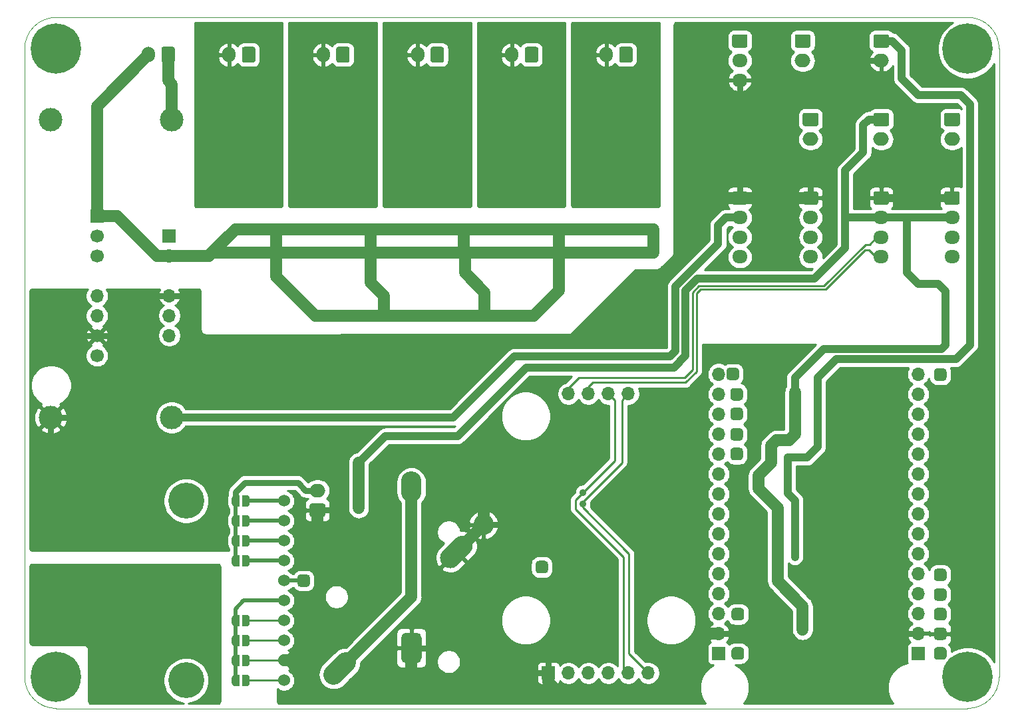
<source format=gbl>
%TF.GenerationSoftware,KiCad,Pcbnew,5.1.9-73d0e3b20d~88~ubuntu20.04.1*%
%TF.CreationDate,2021-10-14T18:02:57+05:30*%
%TF.ProjectId,vayuO2,76617975-4f32-42e6-9b69-6361645f7063,rev 2*%
%TF.SameCoordinates,Original*%
%TF.FileFunction,Copper,L2,Bot*%
%TF.FilePolarity,Positive*%
%FSLAX46Y46*%
G04 Gerber Fmt 4.6, Leading zero omitted, Abs format (unit mm)*
G04 Created by KiCad (PCBNEW 5.1.9-73d0e3b20d~88~ubuntu20.04.1) date 2021-10-14 18:02:57*
%MOMM*%
%LPD*%
G01*
G04 APERTURE LIST*
%TA.AperFunction,Profile*%
%ADD10C,0.076200*%
%TD*%
%TA.AperFunction,ComponentPad*%
%ADD11C,3.000000*%
%TD*%
%TA.AperFunction,ComponentPad*%
%ADD12O,1.700000X1.700000*%
%TD*%
%TA.AperFunction,ComponentPad*%
%ADD13C,1.700000*%
%TD*%
%TA.AperFunction,ComponentPad*%
%ADD14R,1.700000X1.700000*%
%TD*%
%TA.AperFunction,ComponentPad*%
%ADD15O,1.700000X2.000000*%
%TD*%
%TA.AperFunction,ComponentPad*%
%ADD16O,2.000000X1.700000*%
%TD*%
%TA.AperFunction,ComponentPad*%
%ADD17O,1.950000X1.700000*%
%TD*%
%TA.AperFunction,ComponentPad*%
%ADD18O,2.600000X3.900000*%
%TD*%
%TA.AperFunction,ComponentPad*%
%ADD19C,6.400000*%
%TD*%
%TA.AperFunction,ComponentPad*%
%ADD20C,0.800000*%
%TD*%
%TA.AperFunction,SMDPad,CuDef*%
%ADD21C,0.127000*%
%TD*%
%TA.AperFunction,ComponentPad*%
%ADD22C,2.600000*%
%TD*%
%TA.AperFunction,ComponentPad*%
%ADD23C,1.524000*%
%TD*%
%TA.AperFunction,ComponentPad*%
%ADD24C,4.572000*%
%TD*%
%TA.AperFunction,ViaPad*%
%ADD25C,0.900000*%
%TD*%
%TA.AperFunction,Conductor*%
%ADD26C,0.250000*%
%TD*%
%TA.AperFunction,Conductor*%
%ADD27C,0.750000*%
%TD*%
%TA.AperFunction,Conductor*%
%ADD28C,1.000000*%
%TD*%
%TA.AperFunction,Conductor*%
%ADD29C,1.500000*%
%TD*%
%TA.AperFunction,Conductor*%
%ADD30C,0.500000*%
%TD*%
%TA.AperFunction,Conductor*%
%ADD31C,0.127000*%
%TD*%
G04 APERTURE END LIST*
D10*
X174000000Y-54000000D02*
X174000000Y-134000000D01*
X54000000Y-138000000D02*
X170000000Y-138000000D01*
X54000000Y-138000000D02*
G75*
G02*
X50000000Y-134000000I0J4000000D01*
G01*
X50000000Y-54000000D02*
G75*
G02*
X54000000Y-50000000I4000000J0D01*
G01*
X170000000Y-50000000D02*
G75*
G02*
X174000000Y-54000000I0J-4000000D01*
G01*
X174000000Y-134000000D02*
G75*
G02*
X170000000Y-138000000I-4000000J0D01*
G01*
X50000000Y-54000000D02*
X50000000Y-134000000D01*
X170000000Y-50000000D02*
X54000000Y-50000000D01*
%TA.AperFunction,ComponentPad*%
G36*
G01*
X139300000Y-95800000D02*
X139300000Y-95000000D01*
G75*
G02*
X139700000Y-94600000I400000J0D01*
G01*
X140500000Y-94600000D01*
G75*
G02*
X140900000Y-95000000I0J-400000D01*
G01*
X140900000Y-95800000D01*
G75*
G02*
X140500000Y-96200000I-400000J0D01*
G01*
X139700000Y-96200000D01*
G75*
G02*
X139300000Y-95800000I0J400000D01*
G01*
G37*
%TD.AperFunction*%
%TA.AperFunction,ComponentPad*%
G36*
G01*
X165700000Y-95900000D02*
X165700000Y-95100000D01*
G75*
G02*
X166100000Y-94700000I400000J0D01*
G01*
X166900000Y-94700000D01*
G75*
G02*
X167300000Y-95100000I0J-400000D01*
G01*
X167300000Y-95900000D01*
G75*
G02*
X166900000Y-96300000I-400000J0D01*
G01*
X166100000Y-96300000D01*
G75*
G02*
X165700000Y-95900000I0J400000D01*
G01*
G37*
%TD.AperFunction*%
%TA.AperFunction,ComponentPad*%
G36*
G01*
X139800000Y-98400000D02*
X139800000Y-97600000D01*
G75*
G02*
X140200000Y-97200000I400000J0D01*
G01*
X141000000Y-97200000D01*
G75*
G02*
X141400000Y-97600000I0J-400000D01*
G01*
X141400000Y-98400000D01*
G75*
G02*
X141000000Y-98800000I-400000J0D01*
G01*
X140200000Y-98800000D01*
G75*
G02*
X139800000Y-98400000I0J400000D01*
G01*
G37*
%TD.AperFunction*%
%TA.AperFunction,ComponentPad*%
G36*
G01*
X139800000Y-100900000D02*
X139800000Y-100100000D01*
G75*
G02*
X140200000Y-99700000I400000J0D01*
G01*
X141000000Y-99700000D01*
G75*
G02*
X141400000Y-100100000I0J-400000D01*
G01*
X141400000Y-100900000D01*
G75*
G02*
X141000000Y-101300000I-400000J0D01*
G01*
X140200000Y-101300000D01*
G75*
G02*
X139800000Y-100900000I0J400000D01*
G01*
G37*
%TD.AperFunction*%
%TA.AperFunction,ComponentPad*%
G36*
G01*
X139800000Y-103500000D02*
X139800000Y-102700000D01*
G75*
G02*
X140200000Y-102300000I400000J0D01*
G01*
X141000000Y-102300000D01*
G75*
G02*
X141400000Y-102700000I0J-400000D01*
G01*
X141400000Y-103500000D01*
G75*
G02*
X141000000Y-103900000I-400000J0D01*
G01*
X140200000Y-103900000D01*
G75*
G02*
X139800000Y-103500000I0J400000D01*
G01*
G37*
%TD.AperFunction*%
%TA.AperFunction,ComponentPad*%
G36*
G01*
X139800000Y-106000000D02*
X139800000Y-105200000D01*
G75*
G02*
X140200000Y-104800000I400000J0D01*
G01*
X141000000Y-104800000D01*
G75*
G02*
X141400000Y-105200000I0J-400000D01*
G01*
X141400000Y-106000000D01*
G75*
G02*
X141000000Y-106400000I-400000J0D01*
G01*
X140200000Y-106400000D01*
G75*
G02*
X139800000Y-106000000I0J400000D01*
G01*
G37*
%TD.AperFunction*%
%TA.AperFunction,ComponentPad*%
G36*
G01*
X165700000Y-121400000D02*
X165700000Y-120600000D01*
G75*
G02*
X166100000Y-120200000I400000J0D01*
G01*
X166900000Y-120200000D01*
G75*
G02*
X167300000Y-120600000I0J-400000D01*
G01*
X167300000Y-121400000D01*
G75*
G02*
X166900000Y-121800000I-400000J0D01*
G01*
X166100000Y-121800000D01*
G75*
G02*
X165700000Y-121400000I0J400000D01*
G01*
G37*
%TD.AperFunction*%
%TA.AperFunction,ComponentPad*%
G36*
G01*
X165700000Y-123900000D02*
X165700000Y-123100000D01*
G75*
G02*
X166100000Y-122700000I400000J0D01*
G01*
X166900000Y-122700000D01*
G75*
G02*
X167300000Y-123100000I0J-400000D01*
G01*
X167300000Y-123900000D01*
G75*
G02*
X166900000Y-124300000I-400000J0D01*
G01*
X166100000Y-124300000D01*
G75*
G02*
X165700000Y-123900000I0J400000D01*
G01*
G37*
%TD.AperFunction*%
%TA.AperFunction,ComponentPad*%
G36*
G01*
X85900000Y-122530000D02*
X85100000Y-122530000D01*
G75*
G02*
X84700000Y-122130000I0J400000D01*
G01*
X84700000Y-121330000D01*
G75*
G02*
X85100000Y-120930000I400000J0D01*
G01*
X85900000Y-120930000D01*
G75*
G02*
X86300000Y-121330000I0J-400000D01*
G01*
X86300000Y-122130000D01*
G75*
G02*
X85900000Y-122530000I-400000J0D01*
G01*
G37*
%TD.AperFunction*%
%TA.AperFunction,ComponentPad*%
G36*
G01*
X139950000Y-126400000D02*
X139950000Y-125600000D01*
G75*
G02*
X140350000Y-125200000I400000J0D01*
G01*
X141150000Y-125200000D01*
G75*
G02*
X141550000Y-125600000I0J-400000D01*
G01*
X141550000Y-126400000D01*
G75*
G02*
X141150000Y-126800000I-400000J0D01*
G01*
X140350000Y-126800000D01*
G75*
G02*
X139950000Y-126400000I0J400000D01*
G01*
G37*
%TD.AperFunction*%
%TA.AperFunction,ComponentPad*%
G36*
G01*
X165700000Y-126400000D02*
X165700000Y-125600000D01*
G75*
G02*
X166100000Y-125200000I400000J0D01*
G01*
X166900000Y-125200000D01*
G75*
G02*
X167300000Y-125600000I0J-400000D01*
G01*
X167300000Y-126400000D01*
G75*
G02*
X166900000Y-126800000I-400000J0D01*
G01*
X166100000Y-126800000D01*
G75*
G02*
X165700000Y-126400000I0J400000D01*
G01*
G37*
%TD.AperFunction*%
%TA.AperFunction,ComponentPad*%
G36*
G01*
X165700000Y-128900000D02*
X165700000Y-128100000D01*
G75*
G02*
X166100000Y-127700000I400000J0D01*
G01*
X166900000Y-127700000D01*
G75*
G02*
X167300000Y-128100000I0J-400000D01*
G01*
X167300000Y-128900000D01*
G75*
G02*
X166900000Y-129300000I-400000J0D01*
G01*
X166100000Y-129300000D01*
G75*
G02*
X165700000Y-128900000I0J400000D01*
G01*
G37*
%TD.AperFunction*%
%TA.AperFunction,ComponentPad*%
G36*
G01*
X139950000Y-131400000D02*
X139950000Y-130600000D01*
G75*
G02*
X140350000Y-130200000I400000J0D01*
G01*
X141150000Y-130200000D01*
G75*
G02*
X141550000Y-130600000I0J-400000D01*
G01*
X141550000Y-131400000D01*
G75*
G02*
X141150000Y-131800000I-400000J0D01*
G01*
X140350000Y-131800000D01*
G75*
G02*
X139950000Y-131400000I0J400000D01*
G01*
G37*
%TD.AperFunction*%
%TA.AperFunction,ComponentPad*%
G36*
G01*
X165700000Y-131400000D02*
X165700000Y-130600000D01*
G75*
G02*
X166100000Y-130200000I400000J0D01*
G01*
X166900000Y-130200000D01*
G75*
G02*
X167300000Y-130600000I0J-400000D01*
G01*
X167300000Y-131400000D01*
G75*
G02*
X166900000Y-131800000I-400000J0D01*
G01*
X166100000Y-131800000D01*
G75*
G02*
X165700000Y-131400000I0J400000D01*
G01*
G37*
%TD.AperFunction*%
D11*
X53300000Y-100950000D03*
X68700000Y-100950000D03*
X53300000Y-63050000D03*
X68700000Y-63050000D03*
D12*
X59200000Y-88000000D03*
X59200000Y-85460000D03*
D13*
X59200000Y-77840000D03*
D14*
X59200000Y-75300000D03*
D13*
X59200000Y-80380000D03*
X59200000Y-90540000D03*
X59200000Y-93080000D03*
D14*
X68400000Y-77800000D03*
D12*
X68400000Y-80340000D03*
X68400000Y-85420000D03*
X68400000Y-87960000D03*
X68400000Y-90500000D03*
D15*
X65750000Y-54750000D03*
%TA.AperFunction,ComponentPad*%
G36*
G01*
X69100000Y-54000000D02*
X69100000Y-55500000D01*
G75*
G02*
X68850000Y-55750000I-250000J0D01*
G01*
X67650000Y-55750000D01*
G75*
G02*
X67400000Y-55500000I0J250000D01*
G01*
X67400000Y-54000000D01*
G75*
G02*
X67650000Y-53750000I250000J0D01*
G01*
X68850000Y-53750000D01*
G75*
G02*
X69100000Y-54000000I0J-250000D01*
G01*
G37*
%TD.AperFunction*%
X76000000Y-54750000D03*
%TA.AperFunction,ComponentPad*%
G36*
G01*
X79350000Y-54000000D02*
X79350000Y-55500000D01*
G75*
G02*
X79100000Y-55750000I-250000J0D01*
G01*
X77900000Y-55750000D01*
G75*
G02*
X77650000Y-55500000I0J250000D01*
G01*
X77650000Y-54000000D01*
G75*
G02*
X77900000Y-53750000I250000J0D01*
G01*
X79100000Y-53750000D01*
G75*
G02*
X79350000Y-54000000I0J-250000D01*
G01*
G37*
%TD.AperFunction*%
D16*
X159000000Y-65500000D03*
%TA.AperFunction,ComponentPad*%
G36*
G01*
X158250000Y-62150000D02*
X159750000Y-62150000D01*
G75*
G02*
X160000000Y-62400000I0J-250000D01*
G01*
X160000000Y-63600000D01*
G75*
G02*
X159750000Y-63850000I-250000J0D01*
G01*
X158250000Y-63850000D01*
G75*
G02*
X158000000Y-63600000I0J250000D01*
G01*
X158000000Y-62400000D01*
G75*
G02*
X158250000Y-62150000I250000J0D01*
G01*
G37*
%TD.AperFunction*%
D17*
X150000000Y-80500000D03*
X150000000Y-78000000D03*
X150000000Y-75500000D03*
%TA.AperFunction,ComponentPad*%
G36*
G01*
X149275000Y-72150000D02*
X150725000Y-72150000D01*
G75*
G02*
X150975000Y-72400000I0J-250000D01*
G01*
X150975000Y-73600000D01*
G75*
G02*
X150725000Y-73850000I-250000J0D01*
G01*
X149275000Y-73850000D01*
G75*
G02*
X149025000Y-73600000I0J250000D01*
G01*
X149025000Y-72400000D01*
G75*
G02*
X149275000Y-72150000I250000J0D01*
G01*
G37*
%TD.AperFunction*%
X159000000Y-80500000D03*
X159000000Y-78000000D03*
X159000000Y-75500000D03*
%TA.AperFunction,ComponentPad*%
G36*
G01*
X158275000Y-72150000D02*
X159725000Y-72150000D01*
G75*
G02*
X159975000Y-72400000I0J-250000D01*
G01*
X159975000Y-73600000D01*
G75*
G02*
X159725000Y-73850000I-250000J0D01*
G01*
X158275000Y-73850000D01*
G75*
G02*
X158025000Y-73600000I0J250000D01*
G01*
X158025000Y-72400000D01*
G75*
G02*
X158275000Y-72150000I250000J0D01*
G01*
G37*
%TD.AperFunction*%
D14*
X163700000Y-131000000D03*
D12*
X163700000Y-128460000D03*
X163700000Y-125920000D03*
X163700000Y-123380000D03*
X163700000Y-120840000D03*
X163700000Y-118300000D03*
X163700000Y-115760000D03*
X163700000Y-113220000D03*
X163700000Y-110680000D03*
X163700000Y-108140000D03*
X163700000Y-105600000D03*
X163700000Y-103060000D03*
X163700000Y-100520000D03*
X163700000Y-97980000D03*
X163700000Y-95440000D03*
X138300000Y-95440000D03*
X138300000Y-115760000D03*
X138300000Y-110680000D03*
X138300000Y-105600000D03*
X138300000Y-113220000D03*
X138300000Y-108140000D03*
X138300000Y-100520000D03*
X138300000Y-97980000D03*
X138300000Y-103060000D03*
X138300000Y-125920000D03*
X138300000Y-118300000D03*
X138300000Y-120840000D03*
X138300000Y-123380000D03*
X138300000Y-128460000D03*
D14*
X138300000Y-131000000D03*
%TA.AperFunction,ComponentPad*%
G36*
G01*
X100500000Y-129000000D02*
X100500000Y-131600000D01*
G75*
G02*
X99850000Y-132250000I-650000J0D01*
G01*
X98550000Y-132250000D01*
G75*
G02*
X97900000Y-131600000I0J650000D01*
G01*
X97900000Y-129000000D01*
G75*
G02*
X98550000Y-128350000I650000J0D01*
G01*
X99850000Y-128350000D01*
G75*
G02*
X100500000Y-129000000I0J-650000D01*
G01*
G37*
%TD.AperFunction*%
D18*
X99200000Y-109800000D03*
D16*
X149000000Y-55500000D03*
%TA.AperFunction,ComponentPad*%
G36*
G01*
X148250000Y-52150000D02*
X149750000Y-52150000D01*
G75*
G02*
X150000000Y-52400000I0J-250000D01*
G01*
X150000000Y-53600000D01*
G75*
G02*
X149750000Y-53850000I-250000J0D01*
G01*
X148250000Y-53850000D01*
G75*
G02*
X148000000Y-53600000I0J250000D01*
G01*
X148000000Y-52400000D01*
G75*
G02*
X148250000Y-52150000I250000J0D01*
G01*
G37*
%TD.AperFunction*%
D15*
X124000000Y-54750000D03*
%TA.AperFunction,ComponentPad*%
G36*
G01*
X127350000Y-54000000D02*
X127350000Y-55500000D01*
G75*
G02*
X127100000Y-55750000I-250000J0D01*
G01*
X125900000Y-55750000D01*
G75*
G02*
X125650000Y-55500000I0J250000D01*
G01*
X125650000Y-54000000D01*
G75*
G02*
X125900000Y-53750000I250000J0D01*
G01*
X127100000Y-53750000D01*
G75*
G02*
X127350000Y-54000000I0J-250000D01*
G01*
G37*
%TD.AperFunction*%
X112000000Y-54750000D03*
%TA.AperFunction,ComponentPad*%
G36*
G01*
X115350000Y-54000000D02*
X115350000Y-55500000D01*
G75*
G02*
X115100000Y-55750000I-250000J0D01*
G01*
X113900000Y-55750000D01*
G75*
G02*
X113650000Y-55500000I0J250000D01*
G01*
X113650000Y-54000000D01*
G75*
G02*
X113900000Y-53750000I250000J0D01*
G01*
X115100000Y-53750000D01*
G75*
G02*
X115350000Y-54000000I0J-250000D01*
G01*
G37*
%TD.AperFunction*%
X100000000Y-54750000D03*
%TA.AperFunction,ComponentPad*%
G36*
G01*
X103350000Y-54000000D02*
X103350000Y-55500000D01*
G75*
G02*
X103100000Y-55750000I-250000J0D01*
G01*
X101900000Y-55750000D01*
G75*
G02*
X101650000Y-55500000I0J250000D01*
G01*
X101650000Y-54000000D01*
G75*
G02*
X101900000Y-53750000I250000J0D01*
G01*
X103100000Y-53750000D01*
G75*
G02*
X103350000Y-54000000I0J-250000D01*
G01*
G37*
%TD.AperFunction*%
X88000000Y-54750000D03*
%TA.AperFunction,ComponentPad*%
G36*
G01*
X91350000Y-54000000D02*
X91350000Y-55500000D01*
G75*
G02*
X91100000Y-55750000I-250000J0D01*
G01*
X89900000Y-55750000D01*
G75*
G02*
X89650000Y-55500000I0J250000D01*
G01*
X89650000Y-54000000D01*
G75*
G02*
X89900000Y-53750000I250000J0D01*
G01*
X91100000Y-53750000D01*
G75*
G02*
X91350000Y-54000000I0J-250000D01*
G01*
G37*
%TD.AperFunction*%
D14*
X116650000Y-133500000D03*
D12*
X119190000Y-133500000D03*
X121730000Y-133500000D03*
X124270000Y-133500000D03*
X126810000Y-133500000D03*
X129350000Y-133500000D03*
X126810000Y-97940000D03*
X124270000Y-97940000D03*
X119190000Y-97940000D03*
X121730000Y-97940000D03*
D17*
X141000000Y-80500000D03*
X141000000Y-78000000D03*
X141000000Y-75500000D03*
%TA.AperFunction,ComponentPad*%
G36*
G01*
X140275000Y-72150000D02*
X141725000Y-72150000D01*
G75*
G02*
X141975000Y-72400000I0J-250000D01*
G01*
X141975000Y-73600000D01*
G75*
G02*
X141725000Y-73850000I-250000J0D01*
G01*
X140275000Y-73850000D01*
G75*
G02*
X140025000Y-73600000I0J250000D01*
G01*
X140025000Y-72400000D01*
G75*
G02*
X140275000Y-72150000I250000J0D01*
G01*
G37*
%TD.AperFunction*%
D16*
X159000000Y-55500000D03*
%TA.AperFunction,ComponentPad*%
G36*
G01*
X158250000Y-52150000D02*
X159750000Y-52150000D01*
G75*
G02*
X160000000Y-52400000I0J-250000D01*
G01*
X160000000Y-53600000D01*
G75*
G02*
X159750000Y-53850000I-250000J0D01*
G01*
X158250000Y-53850000D01*
G75*
G02*
X158000000Y-53600000I0J250000D01*
G01*
X158000000Y-52400000D01*
G75*
G02*
X158250000Y-52150000I250000J0D01*
G01*
G37*
%TD.AperFunction*%
D19*
X170000000Y-54000000D03*
D20*
X172400000Y-54000000D03*
X171697056Y-55697056D03*
X170000000Y-56400000D03*
X168302944Y-55697056D03*
X167600000Y-54000000D03*
X168302944Y-52302944D03*
X170000000Y-51600000D03*
X171697056Y-52302944D03*
D19*
X170000000Y-134000000D03*
D20*
X172400000Y-134000000D03*
X171697056Y-135697056D03*
X170000000Y-136400000D03*
X168302944Y-135697056D03*
X167600000Y-134000000D03*
X168302944Y-132302944D03*
X170000000Y-131600000D03*
X171697056Y-132302944D03*
D19*
X54000000Y-54000000D03*
D20*
X56400000Y-54000000D03*
X55697056Y-55697056D03*
X54000000Y-56400000D03*
X52302944Y-55697056D03*
X51600000Y-54000000D03*
X52302944Y-52302944D03*
X54000000Y-51600000D03*
X55697056Y-52302944D03*
D19*
X54000000Y-134000000D03*
D20*
X56400000Y-134000000D03*
X55697056Y-135697056D03*
X54000000Y-136400000D03*
X52302944Y-135697056D03*
X51600000Y-134000000D03*
X52302944Y-132302944D03*
X54000000Y-131600000D03*
X55697056Y-132302944D03*
%TA.AperFunction,SMDPad,CuDef*%
D21*
G36*
X76850000Y-112319398D02*
G01*
X76825466Y-112319398D01*
X76776635Y-112314588D01*
X76728510Y-112305016D01*
X76681555Y-112290772D01*
X76636222Y-112271995D01*
X76592949Y-112248864D01*
X76552150Y-112221604D01*
X76514221Y-112190476D01*
X76479524Y-112155779D01*
X76448396Y-112117850D01*
X76421136Y-112077051D01*
X76398005Y-112033778D01*
X76379228Y-111988445D01*
X76364984Y-111941490D01*
X76355412Y-111893365D01*
X76350602Y-111844534D01*
X76350602Y-111820000D01*
X76350000Y-111820000D01*
X76350000Y-111320000D01*
X76350602Y-111320000D01*
X76350602Y-111295466D01*
X76355412Y-111246635D01*
X76364984Y-111198510D01*
X76379228Y-111151555D01*
X76398005Y-111106222D01*
X76421136Y-111062949D01*
X76448396Y-111022150D01*
X76479524Y-110984221D01*
X76514221Y-110949524D01*
X76552150Y-110918396D01*
X76592949Y-110891136D01*
X76636222Y-110868005D01*
X76681555Y-110849228D01*
X76728510Y-110834984D01*
X76776635Y-110825412D01*
X76825466Y-110820602D01*
X76850000Y-110820602D01*
X76850000Y-110820000D01*
X77350000Y-110820000D01*
X77350000Y-112320000D01*
X76850000Y-112320000D01*
X76850000Y-112319398D01*
G37*
%TD.AperFunction*%
%TA.AperFunction,SMDPad,CuDef*%
G36*
X77650000Y-110820000D02*
G01*
X78150000Y-110820000D01*
X78150000Y-110820602D01*
X78174534Y-110820602D01*
X78223365Y-110825412D01*
X78271490Y-110834984D01*
X78318445Y-110849228D01*
X78363778Y-110868005D01*
X78407051Y-110891136D01*
X78447850Y-110918396D01*
X78485779Y-110949524D01*
X78520476Y-110984221D01*
X78551604Y-111022150D01*
X78578864Y-111062949D01*
X78601995Y-111106222D01*
X78620772Y-111151555D01*
X78635016Y-111198510D01*
X78644588Y-111246635D01*
X78649398Y-111295466D01*
X78649398Y-111320000D01*
X78650000Y-111320000D01*
X78650000Y-111820000D01*
X78649398Y-111820000D01*
X78649398Y-111844534D01*
X78644588Y-111893365D01*
X78635016Y-111941490D01*
X78620772Y-111988445D01*
X78601995Y-112033778D01*
X78578864Y-112077051D01*
X78551604Y-112117850D01*
X78520476Y-112155779D01*
X78485779Y-112190476D01*
X78447850Y-112221604D01*
X78407051Y-112248864D01*
X78363778Y-112271995D01*
X78318445Y-112290772D01*
X78271490Y-112305016D01*
X78223365Y-112314588D01*
X78174534Y-112319398D01*
X78150000Y-112319398D01*
X78150000Y-112320000D01*
X77650000Y-112320000D01*
X77650000Y-110820000D01*
G37*
%TD.AperFunction*%
%TA.AperFunction,SMDPad,CuDef*%
G36*
X76850000Y-114859398D02*
G01*
X76825466Y-114859398D01*
X76776635Y-114854588D01*
X76728510Y-114845016D01*
X76681555Y-114830772D01*
X76636222Y-114811995D01*
X76592949Y-114788864D01*
X76552150Y-114761604D01*
X76514221Y-114730476D01*
X76479524Y-114695779D01*
X76448396Y-114657850D01*
X76421136Y-114617051D01*
X76398005Y-114573778D01*
X76379228Y-114528445D01*
X76364984Y-114481490D01*
X76355412Y-114433365D01*
X76350602Y-114384534D01*
X76350602Y-114360000D01*
X76350000Y-114360000D01*
X76350000Y-113860000D01*
X76350602Y-113860000D01*
X76350602Y-113835466D01*
X76355412Y-113786635D01*
X76364984Y-113738510D01*
X76379228Y-113691555D01*
X76398005Y-113646222D01*
X76421136Y-113602949D01*
X76448396Y-113562150D01*
X76479524Y-113524221D01*
X76514221Y-113489524D01*
X76552150Y-113458396D01*
X76592949Y-113431136D01*
X76636222Y-113408005D01*
X76681555Y-113389228D01*
X76728510Y-113374984D01*
X76776635Y-113365412D01*
X76825466Y-113360602D01*
X76850000Y-113360602D01*
X76850000Y-113360000D01*
X77350000Y-113360000D01*
X77350000Y-114860000D01*
X76850000Y-114860000D01*
X76850000Y-114859398D01*
G37*
%TD.AperFunction*%
%TA.AperFunction,SMDPad,CuDef*%
G36*
X77650000Y-113360000D02*
G01*
X78150000Y-113360000D01*
X78150000Y-113360602D01*
X78174534Y-113360602D01*
X78223365Y-113365412D01*
X78271490Y-113374984D01*
X78318445Y-113389228D01*
X78363778Y-113408005D01*
X78407051Y-113431136D01*
X78447850Y-113458396D01*
X78485779Y-113489524D01*
X78520476Y-113524221D01*
X78551604Y-113562150D01*
X78578864Y-113602949D01*
X78601995Y-113646222D01*
X78620772Y-113691555D01*
X78635016Y-113738510D01*
X78644588Y-113786635D01*
X78649398Y-113835466D01*
X78649398Y-113860000D01*
X78650000Y-113860000D01*
X78650000Y-114360000D01*
X78649398Y-114360000D01*
X78649398Y-114384534D01*
X78644588Y-114433365D01*
X78635016Y-114481490D01*
X78620772Y-114528445D01*
X78601995Y-114573778D01*
X78578864Y-114617051D01*
X78551604Y-114657850D01*
X78520476Y-114695779D01*
X78485779Y-114730476D01*
X78447850Y-114761604D01*
X78407051Y-114788864D01*
X78363778Y-114811995D01*
X78318445Y-114830772D01*
X78271490Y-114845016D01*
X78223365Y-114854588D01*
X78174534Y-114859398D01*
X78150000Y-114859398D01*
X78150000Y-114860000D01*
X77650000Y-114860000D01*
X77650000Y-113360000D01*
G37*
%TD.AperFunction*%
%TA.AperFunction,SMDPad,CuDef*%
G36*
X76850000Y-117399398D02*
G01*
X76825466Y-117399398D01*
X76776635Y-117394588D01*
X76728510Y-117385016D01*
X76681555Y-117370772D01*
X76636222Y-117351995D01*
X76592949Y-117328864D01*
X76552150Y-117301604D01*
X76514221Y-117270476D01*
X76479524Y-117235779D01*
X76448396Y-117197850D01*
X76421136Y-117157051D01*
X76398005Y-117113778D01*
X76379228Y-117068445D01*
X76364984Y-117021490D01*
X76355412Y-116973365D01*
X76350602Y-116924534D01*
X76350602Y-116900000D01*
X76350000Y-116900000D01*
X76350000Y-116400000D01*
X76350602Y-116400000D01*
X76350602Y-116375466D01*
X76355412Y-116326635D01*
X76364984Y-116278510D01*
X76379228Y-116231555D01*
X76398005Y-116186222D01*
X76421136Y-116142949D01*
X76448396Y-116102150D01*
X76479524Y-116064221D01*
X76514221Y-116029524D01*
X76552150Y-115998396D01*
X76592949Y-115971136D01*
X76636222Y-115948005D01*
X76681555Y-115929228D01*
X76728510Y-115914984D01*
X76776635Y-115905412D01*
X76825466Y-115900602D01*
X76850000Y-115900602D01*
X76850000Y-115900000D01*
X77350000Y-115900000D01*
X77350000Y-117400000D01*
X76850000Y-117400000D01*
X76850000Y-117399398D01*
G37*
%TD.AperFunction*%
%TA.AperFunction,SMDPad,CuDef*%
G36*
X77650000Y-115900000D02*
G01*
X78150000Y-115900000D01*
X78150000Y-115900602D01*
X78174534Y-115900602D01*
X78223365Y-115905412D01*
X78271490Y-115914984D01*
X78318445Y-115929228D01*
X78363778Y-115948005D01*
X78407051Y-115971136D01*
X78447850Y-115998396D01*
X78485779Y-116029524D01*
X78520476Y-116064221D01*
X78551604Y-116102150D01*
X78578864Y-116142949D01*
X78601995Y-116186222D01*
X78620772Y-116231555D01*
X78635016Y-116278510D01*
X78644588Y-116326635D01*
X78649398Y-116375466D01*
X78649398Y-116400000D01*
X78650000Y-116400000D01*
X78650000Y-116900000D01*
X78649398Y-116900000D01*
X78649398Y-116924534D01*
X78644588Y-116973365D01*
X78635016Y-117021490D01*
X78620772Y-117068445D01*
X78601995Y-117113778D01*
X78578864Y-117157051D01*
X78551604Y-117197850D01*
X78520476Y-117235779D01*
X78485779Y-117270476D01*
X78447850Y-117301604D01*
X78407051Y-117328864D01*
X78363778Y-117351995D01*
X78318445Y-117370772D01*
X78271490Y-117385016D01*
X78223365Y-117394588D01*
X78174534Y-117399398D01*
X78150000Y-117399398D01*
X78150000Y-117400000D01*
X77650000Y-117400000D01*
X77650000Y-115900000D01*
G37*
%TD.AperFunction*%
%TA.AperFunction,SMDPad,CuDef*%
G36*
X76850000Y-119939398D02*
G01*
X76825466Y-119939398D01*
X76776635Y-119934588D01*
X76728510Y-119925016D01*
X76681555Y-119910772D01*
X76636222Y-119891995D01*
X76592949Y-119868864D01*
X76552150Y-119841604D01*
X76514221Y-119810476D01*
X76479524Y-119775779D01*
X76448396Y-119737850D01*
X76421136Y-119697051D01*
X76398005Y-119653778D01*
X76379228Y-119608445D01*
X76364984Y-119561490D01*
X76355412Y-119513365D01*
X76350602Y-119464534D01*
X76350602Y-119440000D01*
X76350000Y-119440000D01*
X76350000Y-118940000D01*
X76350602Y-118940000D01*
X76350602Y-118915466D01*
X76355412Y-118866635D01*
X76364984Y-118818510D01*
X76379228Y-118771555D01*
X76398005Y-118726222D01*
X76421136Y-118682949D01*
X76448396Y-118642150D01*
X76479524Y-118604221D01*
X76514221Y-118569524D01*
X76552150Y-118538396D01*
X76592949Y-118511136D01*
X76636222Y-118488005D01*
X76681555Y-118469228D01*
X76728510Y-118454984D01*
X76776635Y-118445412D01*
X76825466Y-118440602D01*
X76850000Y-118440602D01*
X76850000Y-118440000D01*
X77350000Y-118440000D01*
X77350000Y-119940000D01*
X76850000Y-119940000D01*
X76850000Y-119939398D01*
G37*
%TD.AperFunction*%
%TA.AperFunction,SMDPad,CuDef*%
G36*
X77650000Y-118440000D02*
G01*
X78150000Y-118440000D01*
X78150000Y-118440602D01*
X78174534Y-118440602D01*
X78223365Y-118445412D01*
X78271490Y-118454984D01*
X78318445Y-118469228D01*
X78363778Y-118488005D01*
X78407051Y-118511136D01*
X78447850Y-118538396D01*
X78485779Y-118569524D01*
X78520476Y-118604221D01*
X78551604Y-118642150D01*
X78578864Y-118682949D01*
X78601995Y-118726222D01*
X78620772Y-118771555D01*
X78635016Y-118818510D01*
X78644588Y-118866635D01*
X78649398Y-118915466D01*
X78649398Y-118940000D01*
X78650000Y-118940000D01*
X78650000Y-119440000D01*
X78649398Y-119440000D01*
X78649398Y-119464534D01*
X78644588Y-119513365D01*
X78635016Y-119561490D01*
X78620772Y-119608445D01*
X78601995Y-119653778D01*
X78578864Y-119697051D01*
X78551604Y-119737850D01*
X78520476Y-119775779D01*
X78485779Y-119810476D01*
X78447850Y-119841604D01*
X78407051Y-119868864D01*
X78363778Y-119891995D01*
X78318445Y-119910772D01*
X78271490Y-119925016D01*
X78223365Y-119934588D01*
X78174534Y-119939398D01*
X78150000Y-119939398D01*
X78150000Y-119940000D01*
X77650000Y-119940000D01*
X77650000Y-118440000D01*
G37*
%TD.AperFunction*%
%TA.AperFunction,SMDPad,CuDef*%
G36*
X76850000Y-127559398D02*
G01*
X76825466Y-127559398D01*
X76776635Y-127554588D01*
X76728510Y-127545016D01*
X76681555Y-127530772D01*
X76636222Y-127511995D01*
X76592949Y-127488864D01*
X76552150Y-127461604D01*
X76514221Y-127430476D01*
X76479524Y-127395779D01*
X76448396Y-127357850D01*
X76421136Y-127317051D01*
X76398005Y-127273778D01*
X76379228Y-127228445D01*
X76364984Y-127181490D01*
X76355412Y-127133365D01*
X76350602Y-127084534D01*
X76350602Y-127060000D01*
X76350000Y-127060000D01*
X76350000Y-126560000D01*
X76350602Y-126560000D01*
X76350602Y-126535466D01*
X76355412Y-126486635D01*
X76364984Y-126438510D01*
X76379228Y-126391555D01*
X76398005Y-126346222D01*
X76421136Y-126302949D01*
X76448396Y-126262150D01*
X76479524Y-126224221D01*
X76514221Y-126189524D01*
X76552150Y-126158396D01*
X76592949Y-126131136D01*
X76636222Y-126108005D01*
X76681555Y-126089228D01*
X76728510Y-126074984D01*
X76776635Y-126065412D01*
X76825466Y-126060602D01*
X76850000Y-126060602D01*
X76850000Y-126060000D01*
X77350000Y-126060000D01*
X77350000Y-127560000D01*
X76850000Y-127560000D01*
X76850000Y-127559398D01*
G37*
%TD.AperFunction*%
%TA.AperFunction,SMDPad,CuDef*%
G36*
X77650000Y-126060000D02*
G01*
X78150000Y-126060000D01*
X78150000Y-126060602D01*
X78174534Y-126060602D01*
X78223365Y-126065412D01*
X78271490Y-126074984D01*
X78318445Y-126089228D01*
X78363778Y-126108005D01*
X78407051Y-126131136D01*
X78447850Y-126158396D01*
X78485779Y-126189524D01*
X78520476Y-126224221D01*
X78551604Y-126262150D01*
X78578864Y-126302949D01*
X78601995Y-126346222D01*
X78620772Y-126391555D01*
X78635016Y-126438510D01*
X78644588Y-126486635D01*
X78649398Y-126535466D01*
X78649398Y-126560000D01*
X78650000Y-126560000D01*
X78650000Y-127060000D01*
X78649398Y-127060000D01*
X78649398Y-127084534D01*
X78644588Y-127133365D01*
X78635016Y-127181490D01*
X78620772Y-127228445D01*
X78601995Y-127273778D01*
X78578864Y-127317051D01*
X78551604Y-127357850D01*
X78520476Y-127395779D01*
X78485779Y-127430476D01*
X78447850Y-127461604D01*
X78407051Y-127488864D01*
X78363778Y-127511995D01*
X78318445Y-127530772D01*
X78271490Y-127545016D01*
X78223365Y-127554588D01*
X78174534Y-127559398D01*
X78150000Y-127559398D01*
X78150000Y-127560000D01*
X77650000Y-127560000D01*
X77650000Y-126060000D01*
G37*
%TD.AperFunction*%
%TA.AperFunction,SMDPad,CuDef*%
G36*
X76850001Y-130099398D02*
G01*
X76825467Y-130099398D01*
X76776636Y-130094588D01*
X76728511Y-130085016D01*
X76681556Y-130070772D01*
X76636223Y-130051995D01*
X76592950Y-130028864D01*
X76552151Y-130001604D01*
X76514222Y-129970476D01*
X76479525Y-129935779D01*
X76448397Y-129897850D01*
X76421137Y-129857051D01*
X76398006Y-129813778D01*
X76379229Y-129768445D01*
X76364985Y-129721490D01*
X76355413Y-129673365D01*
X76350603Y-129624534D01*
X76350603Y-129600000D01*
X76350001Y-129600000D01*
X76350001Y-129100000D01*
X76350603Y-129100000D01*
X76350603Y-129075466D01*
X76355413Y-129026635D01*
X76364985Y-128978510D01*
X76379229Y-128931555D01*
X76398006Y-128886222D01*
X76421137Y-128842949D01*
X76448397Y-128802150D01*
X76479525Y-128764221D01*
X76514222Y-128729524D01*
X76552151Y-128698396D01*
X76592950Y-128671136D01*
X76636223Y-128648005D01*
X76681556Y-128629228D01*
X76728511Y-128614984D01*
X76776636Y-128605412D01*
X76825467Y-128600602D01*
X76850001Y-128600602D01*
X76850001Y-128600000D01*
X77350001Y-128600000D01*
X77350001Y-130100000D01*
X76850001Y-130100000D01*
X76850001Y-130099398D01*
G37*
%TD.AperFunction*%
%TA.AperFunction,SMDPad,CuDef*%
G36*
X77650001Y-128600000D02*
G01*
X78150001Y-128600000D01*
X78150001Y-128600602D01*
X78174535Y-128600602D01*
X78223366Y-128605412D01*
X78271491Y-128614984D01*
X78318446Y-128629228D01*
X78363779Y-128648005D01*
X78407052Y-128671136D01*
X78447851Y-128698396D01*
X78485780Y-128729524D01*
X78520477Y-128764221D01*
X78551605Y-128802150D01*
X78578865Y-128842949D01*
X78601996Y-128886222D01*
X78620773Y-128931555D01*
X78635017Y-128978510D01*
X78644589Y-129026635D01*
X78649399Y-129075466D01*
X78649399Y-129100000D01*
X78650001Y-129100000D01*
X78650001Y-129600000D01*
X78649399Y-129600000D01*
X78649399Y-129624534D01*
X78644589Y-129673365D01*
X78635017Y-129721490D01*
X78620773Y-129768445D01*
X78601996Y-129813778D01*
X78578865Y-129857051D01*
X78551605Y-129897850D01*
X78520477Y-129935779D01*
X78485780Y-129970476D01*
X78447851Y-130001604D01*
X78407052Y-130028864D01*
X78363779Y-130051995D01*
X78318446Y-130070772D01*
X78271491Y-130085016D01*
X78223366Y-130094588D01*
X78174535Y-130099398D01*
X78150001Y-130099398D01*
X78150001Y-130100000D01*
X77650001Y-130100000D01*
X77650001Y-128600000D01*
G37*
%TD.AperFunction*%
%TA.AperFunction,SMDPad,CuDef*%
G36*
X76850000Y-132639398D02*
G01*
X76825466Y-132639398D01*
X76776635Y-132634588D01*
X76728510Y-132625016D01*
X76681555Y-132610772D01*
X76636222Y-132591995D01*
X76592949Y-132568864D01*
X76552150Y-132541604D01*
X76514221Y-132510476D01*
X76479524Y-132475779D01*
X76448396Y-132437850D01*
X76421136Y-132397051D01*
X76398005Y-132353778D01*
X76379228Y-132308445D01*
X76364984Y-132261490D01*
X76355412Y-132213365D01*
X76350602Y-132164534D01*
X76350602Y-132140000D01*
X76350000Y-132140000D01*
X76350000Y-131640000D01*
X76350602Y-131640000D01*
X76350602Y-131615466D01*
X76355412Y-131566635D01*
X76364984Y-131518510D01*
X76379228Y-131471555D01*
X76398005Y-131426222D01*
X76421136Y-131382949D01*
X76448396Y-131342150D01*
X76479524Y-131304221D01*
X76514221Y-131269524D01*
X76552150Y-131238396D01*
X76592949Y-131211136D01*
X76636222Y-131188005D01*
X76681555Y-131169228D01*
X76728510Y-131154984D01*
X76776635Y-131145412D01*
X76825466Y-131140602D01*
X76850000Y-131140602D01*
X76850000Y-131140000D01*
X77350000Y-131140000D01*
X77350000Y-132640000D01*
X76850000Y-132640000D01*
X76850000Y-132639398D01*
G37*
%TD.AperFunction*%
%TA.AperFunction,SMDPad,CuDef*%
G36*
X77650000Y-131140000D02*
G01*
X78150000Y-131140000D01*
X78150000Y-131140602D01*
X78174534Y-131140602D01*
X78223365Y-131145412D01*
X78271490Y-131154984D01*
X78318445Y-131169228D01*
X78363778Y-131188005D01*
X78407051Y-131211136D01*
X78447850Y-131238396D01*
X78485779Y-131269524D01*
X78520476Y-131304221D01*
X78551604Y-131342150D01*
X78578864Y-131382949D01*
X78601995Y-131426222D01*
X78620772Y-131471555D01*
X78635016Y-131518510D01*
X78644588Y-131566635D01*
X78649398Y-131615466D01*
X78649398Y-131640000D01*
X78650000Y-131640000D01*
X78650000Y-132140000D01*
X78649398Y-132140000D01*
X78649398Y-132164534D01*
X78644588Y-132213365D01*
X78635016Y-132261490D01*
X78620772Y-132308445D01*
X78601995Y-132353778D01*
X78578864Y-132397051D01*
X78551604Y-132437850D01*
X78520476Y-132475779D01*
X78485779Y-132510476D01*
X78447850Y-132541604D01*
X78407051Y-132568864D01*
X78363778Y-132591995D01*
X78318445Y-132610772D01*
X78271490Y-132625016D01*
X78223365Y-132634588D01*
X78174534Y-132639398D01*
X78150000Y-132639398D01*
X78150000Y-132640000D01*
X77650000Y-132640000D01*
X77650000Y-131140000D01*
G37*
%TD.AperFunction*%
%TA.AperFunction,SMDPad,CuDef*%
G36*
X76850000Y-135179398D02*
G01*
X76825466Y-135179398D01*
X76776635Y-135174588D01*
X76728510Y-135165016D01*
X76681555Y-135150772D01*
X76636222Y-135131995D01*
X76592949Y-135108864D01*
X76552150Y-135081604D01*
X76514221Y-135050476D01*
X76479524Y-135015779D01*
X76448396Y-134977850D01*
X76421136Y-134937051D01*
X76398005Y-134893778D01*
X76379228Y-134848445D01*
X76364984Y-134801490D01*
X76355412Y-134753365D01*
X76350602Y-134704534D01*
X76350602Y-134680000D01*
X76350000Y-134680000D01*
X76350000Y-134180000D01*
X76350602Y-134180000D01*
X76350602Y-134155466D01*
X76355412Y-134106635D01*
X76364984Y-134058510D01*
X76379228Y-134011555D01*
X76398005Y-133966222D01*
X76421136Y-133922949D01*
X76448396Y-133882150D01*
X76479524Y-133844221D01*
X76514221Y-133809524D01*
X76552150Y-133778396D01*
X76592949Y-133751136D01*
X76636222Y-133728005D01*
X76681555Y-133709228D01*
X76728510Y-133694984D01*
X76776635Y-133685412D01*
X76825466Y-133680602D01*
X76850000Y-133680602D01*
X76850000Y-133680000D01*
X77350000Y-133680000D01*
X77350000Y-135180000D01*
X76850000Y-135180000D01*
X76850000Y-135179398D01*
G37*
%TD.AperFunction*%
%TA.AperFunction,SMDPad,CuDef*%
G36*
X77650000Y-133680000D02*
G01*
X78150000Y-133680000D01*
X78150000Y-133680602D01*
X78174534Y-133680602D01*
X78223365Y-133685412D01*
X78271490Y-133694984D01*
X78318445Y-133709228D01*
X78363778Y-133728005D01*
X78407051Y-133751136D01*
X78447850Y-133778396D01*
X78485779Y-133809524D01*
X78520476Y-133844221D01*
X78551604Y-133882150D01*
X78578864Y-133922949D01*
X78601995Y-133966222D01*
X78620772Y-134011555D01*
X78635016Y-134058510D01*
X78644588Y-134106635D01*
X78649398Y-134155466D01*
X78649398Y-134180000D01*
X78650000Y-134180000D01*
X78650000Y-134680000D01*
X78649398Y-134680000D01*
X78649398Y-134704534D01*
X78644588Y-134753365D01*
X78635016Y-134801490D01*
X78620772Y-134848445D01*
X78601995Y-134893778D01*
X78578864Y-134937051D01*
X78551604Y-134977850D01*
X78520476Y-135015779D01*
X78485779Y-135050476D01*
X78447850Y-135081604D01*
X78407051Y-135108864D01*
X78363778Y-135131995D01*
X78318445Y-135150772D01*
X78271490Y-135165016D01*
X78223365Y-135174588D01*
X78174534Y-135179398D01*
X78150000Y-135179398D01*
X78150000Y-135180000D01*
X77650000Y-135180000D01*
X77650000Y-133680000D01*
G37*
%TD.AperFunction*%
D22*
X108392388Y-114607612D03*
%TA.AperFunction,ComponentPad*%
G36*
G01*
X103230509Y-117931013D02*
X104786143Y-116375379D01*
G75*
G02*
X106624621Y-116375379I919239J-919239D01*
G01*
X106624621Y-116375379D01*
G75*
G02*
X106624621Y-118213857I-919239J-919239D01*
G01*
X105068987Y-119769491D01*
G75*
G02*
X103230509Y-119769491I-919239J919239D01*
G01*
X103230509Y-119769491D01*
G75*
G02*
X103230509Y-117931013I919239J919239D01*
G01*
G37*
%TD.AperFunction*%
%TA.AperFunction,ComponentPad*%
G36*
G01*
X88381267Y-132780255D02*
X89936901Y-131224621D01*
G75*
G02*
X91775379Y-131224621I919239J-919239D01*
G01*
X91775379Y-131224621D01*
G75*
G02*
X91775379Y-133063099I-919239J-919239D01*
G01*
X90219745Y-134618733D01*
G75*
G02*
X88381267Y-134618733I-919239J919239D01*
G01*
X88381267Y-134618733D01*
G75*
G02*
X88381267Y-132780255I919239J919239D01*
G01*
G37*
%TD.AperFunction*%
%TA.AperFunction,ComponentPad*%
G36*
G01*
X116200000Y-120800000D02*
X115400000Y-120800000D01*
G75*
G02*
X115000000Y-120400000I0J400000D01*
G01*
X115000000Y-119600000D01*
G75*
G02*
X115400000Y-119200000I400000J0D01*
G01*
X116200000Y-119200000D01*
G75*
G02*
X116600000Y-119600000I0J-400000D01*
G01*
X116600000Y-120400000D01*
G75*
G02*
X116200000Y-120800000I-400000J0D01*
G01*
G37*
%TD.AperFunction*%
D16*
X168000000Y-65500000D03*
%TA.AperFunction,ComponentPad*%
G36*
G01*
X167250000Y-62150000D02*
X168750000Y-62150000D01*
G75*
G02*
X169000000Y-62400000I0J-250000D01*
G01*
X169000000Y-63600000D01*
G75*
G02*
X168750000Y-63850000I-250000J0D01*
G01*
X167250000Y-63850000D01*
G75*
G02*
X167000000Y-63600000I0J250000D01*
G01*
X167000000Y-62400000D01*
G75*
G02*
X167250000Y-62150000I250000J0D01*
G01*
G37*
%TD.AperFunction*%
X150000000Y-65500000D03*
%TA.AperFunction,ComponentPad*%
G36*
G01*
X149250000Y-62150000D02*
X150750000Y-62150000D01*
G75*
G02*
X151000000Y-62400000I0J-250000D01*
G01*
X151000000Y-63600000D01*
G75*
G02*
X150750000Y-63850000I-250000J0D01*
G01*
X149250000Y-63850000D01*
G75*
G02*
X149000000Y-63600000I0J250000D01*
G01*
X149000000Y-62400000D01*
G75*
G02*
X149250000Y-62150000I250000J0D01*
G01*
G37*
%TD.AperFunction*%
D23*
X83000000Y-124270000D03*
X83000000Y-121730000D03*
X83000000Y-119190000D03*
X83000000Y-116650000D03*
X83000000Y-114110000D03*
X83000000Y-111570000D03*
X83000000Y-126810000D03*
X83000000Y-129350000D03*
X83000000Y-131890000D03*
X83000000Y-134430000D03*
D24*
X70554000Y-134430000D03*
X70554000Y-111570000D03*
D16*
X87250000Y-110250000D03*
%TA.AperFunction,ComponentPad*%
G36*
G01*
X88000000Y-113600000D02*
X86500000Y-113600000D01*
G75*
G02*
X86250000Y-113350000I0J250000D01*
G01*
X86250000Y-112150000D01*
G75*
G02*
X86500000Y-111900000I250000J0D01*
G01*
X88000000Y-111900000D01*
G75*
G02*
X88250000Y-112150000I0J-250000D01*
G01*
X88250000Y-113350000D01*
G75*
G02*
X88000000Y-113600000I-250000J0D01*
G01*
G37*
%TD.AperFunction*%
D17*
X168000000Y-80500000D03*
X168000000Y-78000000D03*
X168000000Y-75500000D03*
%TA.AperFunction,ComponentPad*%
G36*
G01*
X167275000Y-72150000D02*
X168725000Y-72150000D01*
G75*
G02*
X168975000Y-72400000I0J-250000D01*
G01*
X168975000Y-73600000D01*
G75*
G02*
X168725000Y-73850000I-250000J0D01*
G01*
X167275000Y-73850000D01*
G75*
G02*
X167025000Y-73600000I0J250000D01*
G01*
X167025000Y-72400000D01*
G75*
G02*
X167275000Y-72150000I250000J0D01*
G01*
G37*
%TD.AperFunction*%
X141000000Y-58000000D03*
X141000000Y-55500000D03*
%TA.AperFunction,ComponentPad*%
G36*
G01*
X140275000Y-52150000D02*
X141725000Y-52150000D01*
G75*
G02*
X141975000Y-52400000I0J-250000D01*
G01*
X141975000Y-53600000D01*
G75*
G02*
X141725000Y-53850000I-250000J0D01*
G01*
X140275000Y-53850000D01*
G75*
G02*
X140025000Y-53600000I0J250000D01*
G01*
X140025000Y-52400000D01*
G75*
G02*
X140275000Y-52150000I250000J0D01*
G01*
G37*
%TD.AperFunction*%
D25*
X53600000Y-107800000D03*
X84000000Y-93500000D03*
X143050000Y-114350000D03*
X118750000Y-122700000D03*
X128050000Y-122700000D03*
X61550000Y-107800000D03*
X60780000Y-116140000D03*
X62320000Y-116140000D03*
X56400000Y-107800000D03*
X58000000Y-107800000D03*
X60000000Y-107800000D03*
X76200000Y-94000000D03*
X103365000Y-91015000D03*
X100815000Y-91015000D03*
X98315000Y-91015000D03*
X95735000Y-91015000D03*
X164000000Y-62700000D03*
X155000000Y-62700000D03*
X146000000Y-62700000D03*
X106700000Y-91000000D03*
X150900000Y-99700000D03*
X150900000Y-103500000D03*
X147100000Y-106000000D03*
X148000001Y-118700001D03*
X148000000Y-97750000D03*
X143350000Y-110000000D03*
X92500000Y-112500000D03*
X92500000Y-111250000D03*
X92500000Y-110000000D03*
X92500000Y-108750000D03*
X51500000Y-120000000D03*
X51500000Y-122500000D03*
X51500000Y-125000000D03*
X51500000Y-127500000D03*
X51500000Y-129500000D03*
X54000000Y-129500000D03*
X54000000Y-127500000D03*
X54000000Y-125000000D03*
X54000000Y-122500000D03*
X54000000Y-120000000D03*
X60000000Y-135000000D03*
X60000000Y-132500000D03*
X60000000Y-130000000D03*
X62500000Y-130000000D03*
X62500000Y-132500000D03*
X62500000Y-135000000D03*
X65000000Y-135000000D03*
X65000000Y-132500000D03*
X65000000Y-130000000D03*
X67000000Y-130000000D03*
X67000000Y-132500000D03*
X67000000Y-135000000D03*
X67000000Y-137000000D03*
X65000000Y-137000000D03*
X62500000Y-137000000D03*
X60000000Y-137000000D03*
X65000000Y-127500000D03*
X65000000Y-125000000D03*
X65000000Y-122500000D03*
X65000000Y-120000000D03*
X67000000Y-120000000D03*
X67000000Y-122500000D03*
X67000000Y-125000000D03*
X67000000Y-127500000D03*
X69500000Y-120000000D03*
X72000000Y-120000000D03*
X74500000Y-120000000D03*
X74500000Y-122500000D03*
X72000000Y-122500000D03*
X69500000Y-122500000D03*
X69500000Y-125000000D03*
X72000000Y-125000000D03*
X74500000Y-125000000D03*
X149000000Y-125000000D03*
X149000000Y-127000000D03*
X149000000Y-128000000D03*
X121050000Y-110500000D03*
X121000000Y-112000000D03*
X98250000Y-88000000D03*
X100850000Y-88000000D03*
X103350000Y-88000000D03*
X106695000Y-87900000D03*
X95735000Y-87985000D03*
X108530000Y-87900000D03*
X82000000Y-77000000D03*
X94000000Y-77000000D03*
X105900000Y-77000000D03*
X130000000Y-77000000D03*
X118000000Y-77000000D03*
X94000000Y-80000000D03*
X106000000Y-80000000D03*
X118000000Y-80000000D03*
X130000000Y-80000000D03*
X82000000Y-80000000D03*
X81500000Y-67500000D03*
X77250000Y-71000000D03*
X77250000Y-67500000D03*
X77250000Y-64000000D03*
X73000000Y-67500000D03*
X73000000Y-64000000D03*
X81500000Y-64000000D03*
X81500000Y-71000000D03*
X73000000Y-71000000D03*
X89250000Y-71000000D03*
X89250000Y-64000000D03*
X89250000Y-67500000D03*
X93500000Y-67500000D03*
X85000000Y-67500000D03*
X85000000Y-71000000D03*
X93500000Y-71000000D03*
X93500000Y-64000000D03*
X85000000Y-64000000D03*
X101250000Y-64000000D03*
X101250000Y-67500000D03*
X101250000Y-71000000D03*
X105500000Y-67500000D03*
X105500000Y-64000000D03*
X105500000Y-71000000D03*
X97000000Y-67500000D03*
X97000000Y-64000000D03*
X97000000Y-71000000D03*
X113250000Y-71000000D03*
X113250000Y-67500000D03*
X113250000Y-64000000D03*
X117500000Y-71000000D03*
X117500000Y-67500000D03*
X117500000Y-64000000D03*
X109000000Y-67500000D03*
X109000000Y-71000000D03*
X109000000Y-64000000D03*
X125250000Y-64000000D03*
X125250000Y-67500000D03*
X125250000Y-71000000D03*
X129500000Y-67500000D03*
X129500000Y-64000000D03*
X129500000Y-71000000D03*
X121000000Y-71000000D03*
X121000000Y-67500000D03*
X121000000Y-64000000D03*
D26*
X78150000Y-131890000D02*
X83000000Y-131890000D01*
D27*
X141000000Y-58000000D02*
X141000000Y-61700000D01*
X142000000Y-62700000D02*
X146000000Y-62700000D01*
X141000000Y-61700000D02*
X142000000Y-62700000D01*
X155000000Y-62700000D02*
X155000000Y-60700000D01*
X155000000Y-60700000D02*
X155000000Y-57400000D01*
X156900000Y-55500000D02*
X159000000Y-55500000D01*
X155000000Y-57400000D02*
X156900000Y-55500000D01*
X141000000Y-73000000D02*
X141000000Y-69800000D01*
X146000000Y-64800000D02*
X146000000Y-62700000D01*
X141000000Y-69800000D02*
X146000000Y-64800000D01*
X150000000Y-73000000D02*
X150000000Y-70600000D01*
X155000000Y-65600000D02*
X155000000Y-62700000D01*
X150000000Y-70600000D02*
X155000000Y-65600000D01*
X163700000Y-128460000D02*
X158640000Y-128460000D01*
X158640000Y-128460000D02*
X155900000Y-131200000D01*
X155900000Y-131200000D02*
X146200000Y-131200000D01*
X143460000Y-128460000D02*
X138300000Y-128460000D01*
X146200000Y-131200000D02*
X143460000Y-128460000D01*
X143460000Y-121860000D02*
X143050000Y-121450000D01*
X143460000Y-128460000D02*
X143460000Y-121860000D01*
X143050000Y-114350000D02*
X143050000Y-121450000D01*
X138300000Y-128460000D02*
X137360000Y-128460000D01*
X137360000Y-128460000D02*
X136300000Y-127400000D01*
X136300000Y-127400000D02*
X136300000Y-124400000D01*
X134600000Y-122700000D02*
X128050000Y-122700000D01*
X136300000Y-124400000D02*
X134600000Y-122700000D01*
X118750000Y-122700000D02*
X114300000Y-122700000D01*
X114300000Y-122700000D02*
X112700000Y-121100000D01*
X112700000Y-121100000D02*
X112700000Y-116000000D01*
X111307612Y-114607612D02*
X108392388Y-114607612D01*
X112700000Y-116000000D02*
X111307612Y-114607612D01*
X118750000Y-122700000D02*
X118750000Y-129250000D01*
X116650000Y-131350000D02*
X116650000Y-133500000D01*
X118750000Y-129250000D02*
X116650000Y-131350000D01*
X116650000Y-133500000D02*
X110700000Y-133500000D01*
X110700000Y-133500000D02*
X106600000Y-129400000D01*
X106600000Y-129400000D02*
X102800000Y-129400000D01*
X101900000Y-130300000D02*
X99200000Y-130300000D01*
X102800000Y-129400000D02*
X101900000Y-130300000D01*
X59200000Y-90540000D02*
X61860000Y-90540000D01*
X61860000Y-90540000D02*
X64000000Y-88400000D01*
X64000000Y-88400000D02*
X64000000Y-86800000D01*
X65380000Y-85420000D02*
X68400000Y-85420000D01*
X64000000Y-86800000D02*
X65380000Y-85420000D01*
X53300000Y-100950000D02*
X55850000Y-100950000D01*
X55850000Y-100950000D02*
X56900000Y-99900000D01*
X56900000Y-99900000D02*
X56900000Y-91400000D01*
X57760000Y-90540000D02*
X59200000Y-90540000D01*
X56900000Y-91400000D02*
X57760000Y-90540000D01*
X53600000Y-107800000D02*
X53600000Y-104700000D01*
X53300000Y-104400000D02*
X53300000Y-100950000D01*
X53600000Y-104700000D02*
X53300000Y-104400000D01*
X61550000Y-107800000D02*
X61550000Y-105050000D01*
X61550000Y-105050000D02*
X61200000Y-104700000D01*
X60000000Y-107800000D02*
X60000000Y-104800000D01*
X60000000Y-104800000D02*
X60100000Y-104700000D01*
X61200000Y-104700000D02*
X60100000Y-104700000D01*
X58000000Y-107800000D02*
X58000000Y-104700000D01*
X60100000Y-104700000D02*
X58000000Y-104700000D01*
X56400000Y-104700000D02*
X53600000Y-104700000D01*
X56400000Y-107800000D02*
X56400000Y-104700000D01*
X58000000Y-104700000D02*
X56400000Y-104700000D01*
X60780000Y-116140000D02*
X60780000Y-111280000D01*
X60000000Y-110500000D02*
X60000000Y-107800000D01*
X60780000Y-111280000D02*
X60000000Y-110500000D01*
X62320000Y-116140000D02*
X62320000Y-110720000D01*
X61550000Y-109950000D02*
X61550000Y-107800000D01*
X62320000Y-110720000D02*
X61550000Y-109950000D01*
X61550000Y-107800000D02*
X78000000Y-107800000D01*
X78000000Y-107800000D02*
X79200000Y-106600000D01*
X79200000Y-106600000D02*
X88700000Y-106600000D01*
X88700000Y-106600000D02*
X90300000Y-108200000D01*
X90300000Y-108200000D02*
X90300000Y-111800000D01*
X89350000Y-112750000D02*
X87250000Y-112750000D01*
X90300000Y-111800000D02*
X89350000Y-112750000D01*
X76200000Y-94000000D02*
X76900000Y-94700000D01*
X82800000Y-94700000D02*
X84000000Y-93500000D01*
X76900000Y-94700000D02*
X82800000Y-94700000D01*
X68400000Y-85420000D02*
X70020000Y-85420000D01*
X70020000Y-85420000D02*
X71100000Y-86500000D01*
X71100000Y-86500000D02*
X71100000Y-92500000D01*
X72600000Y-94000000D02*
X76200000Y-94000000D01*
X71100000Y-92500000D02*
X72600000Y-94000000D01*
D28*
X164000000Y-62700000D02*
X164000000Y-73000000D01*
X164000000Y-73000000D02*
X159000000Y-73000000D01*
X168000000Y-73000000D02*
X164000000Y-73000000D01*
D27*
X162000000Y-60700000D02*
X155000000Y-60700000D01*
X164000000Y-62700000D02*
X162000000Y-60700000D01*
X148000000Y-60700000D02*
X146000000Y-62700000D01*
X155000000Y-60700000D02*
X148000000Y-60700000D01*
D29*
X95735000Y-91015000D02*
X98315000Y-91015000D01*
X98315000Y-91015000D02*
X100815000Y-91015000D01*
X100815000Y-91015000D02*
X103365000Y-91015000D01*
X103365000Y-91015000D02*
X105885000Y-91015000D01*
X95735000Y-91015000D02*
X90485000Y-91015000D01*
X88000000Y-93500000D02*
X84000000Y-93500000D01*
X90485000Y-91015000D02*
X88000000Y-93500000D01*
X105885000Y-91015000D02*
X127735000Y-91015000D01*
X127735000Y-91015000D02*
X130250000Y-88500000D01*
X130250000Y-88500000D02*
X130250000Y-84250000D01*
X130250000Y-84250000D02*
X135500000Y-79000000D01*
X135500000Y-79000000D02*
X135500000Y-75250000D01*
X137750000Y-73000000D02*
X141000000Y-73000000D01*
X135500000Y-75250000D02*
X137750000Y-73000000D01*
X141000000Y-73000000D02*
X150000000Y-73000000D01*
X104927565Y-118072435D02*
X108392388Y-114607612D01*
X108392388Y-114607612D02*
X108392388Y-108392388D01*
X108392388Y-108392388D02*
X105750000Y-105750000D01*
X105750000Y-105750000D02*
X97750000Y-105750000D01*
X97750000Y-105750000D02*
X95250000Y-108250000D01*
X95250000Y-108250000D02*
X95250000Y-114500000D01*
X95250000Y-114500000D02*
X93250000Y-116500000D01*
X87250000Y-115000000D02*
X87250000Y-112750000D01*
X88750000Y-116500000D02*
X87250000Y-115000000D01*
X83000000Y-131890000D02*
X84640000Y-131890000D01*
X86000000Y-133250000D02*
X86000000Y-135500000D01*
X86000000Y-135500000D02*
X86750000Y-136250000D01*
X86750000Y-136250000D02*
X97250000Y-136250000D01*
X99200000Y-134300000D02*
X99200000Y-130300000D01*
X97250000Y-136250000D02*
X99200000Y-134300000D01*
X91000000Y-116500000D02*
X91000000Y-120500000D01*
X93250000Y-116500000D02*
X91000000Y-116500000D01*
X91000000Y-116500000D02*
X88750000Y-116500000D01*
X91000000Y-120500000D02*
X92750000Y-122250000D01*
X92750000Y-125250000D02*
X85375000Y-132625000D01*
X92750000Y-122250000D02*
X92750000Y-125250000D01*
X85375000Y-132625000D02*
X86000000Y-133250000D01*
X84640000Y-131890000D02*
X85375000Y-132625000D01*
X116650000Y-133500000D02*
X116650000Y-134650000D01*
X116650000Y-134650000D02*
X118000000Y-136000000D01*
X118000000Y-136000000D02*
X132250000Y-136000000D01*
X132250000Y-136000000D02*
X136250000Y-132000000D01*
X137097919Y-128460000D02*
X138300000Y-128460000D01*
X136250000Y-129307919D02*
X137097919Y-128460000D01*
X136250000Y-132000000D02*
X136250000Y-129307919D01*
D28*
X150900000Y-99700000D02*
X150900000Y-103500000D01*
X147100000Y-106000000D02*
X149600000Y-106000000D01*
X150900000Y-104700000D02*
X150900000Y-103500000D01*
X149600000Y-106000000D02*
X150900000Y-104700000D01*
X147100000Y-110600000D02*
X148000001Y-111500001D01*
X147100000Y-106000000D02*
X147100000Y-110600000D01*
X148000001Y-118700001D02*
X148000001Y-111500001D01*
X132800000Y-92500000D02*
X132100000Y-93200000D01*
X138250000Y-78850000D02*
X132800000Y-84300000D01*
X138250000Y-76450000D02*
X138250000Y-78850000D01*
X104550000Y-100950000D02*
X68700000Y-100950000D01*
X132100000Y-93200000D02*
X112300000Y-93200000D01*
X139200000Y-75500000D02*
X138250000Y-76450000D01*
X112300000Y-93200000D02*
X104550000Y-100950000D01*
X132800000Y-84300000D02*
X132800000Y-92500000D01*
X141000000Y-75500000D02*
X139200000Y-75500000D01*
X169100000Y-59900000D02*
X163700000Y-59900000D01*
X163700000Y-59900000D02*
X161600000Y-57800000D01*
X170300000Y-91687500D02*
X170300000Y-61100000D01*
X160400000Y-53000000D02*
X159000000Y-53000000D01*
X168487500Y-93500000D02*
X170300000Y-91687500D01*
X161600000Y-54200000D02*
X160400000Y-53000000D01*
X161600000Y-57800000D02*
X161600000Y-54200000D01*
X153300000Y-93500000D02*
X168487500Y-93500000D01*
X150900000Y-95900000D02*
X153300000Y-93500000D01*
X170300000Y-61100000D02*
X169100000Y-59900000D01*
X150900000Y-99700000D02*
X150900000Y-95900000D01*
D29*
X99200000Y-123800000D02*
X99200000Y-109800000D01*
X90078323Y-132921677D02*
X99200000Y-123800000D01*
D26*
X78150000Y-134430000D02*
X83000000Y-134430000D01*
D29*
X145800000Y-112450000D02*
X143350000Y-110000000D01*
X92500000Y-106700000D02*
X92500000Y-108750000D01*
X92500000Y-112500000D02*
X92500000Y-112500000D01*
X92500000Y-111250000D02*
X92500000Y-112500000D01*
X92500000Y-110000000D02*
X92500000Y-111250000D01*
X92500000Y-108750000D02*
X92500000Y-110000000D01*
X145800000Y-121800000D02*
X149000000Y-125000000D01*
X145800000Y-112450000D02*
X145800000Y-121800000D01*
X149000000Y-128000000D02*
X149000000Y-127000000D01*
X149000000Y-127000000D02*
X149000000Y-125000000D01*
X144950000Y-106750000D02*
X143350000Y-108350000D01*
X144950000Y-104550000D02*
X144950000Y-106750000D01*
X145650000Y-103850000D02*
X144950000Y-104550000D01*
X143350000Y-108350000D02*
X143350000Y-110000000D01*
X148000000Y-97750000D02*
X148000000Y-103100000D01*
X147250000Y-103850000D02*
X145650000Y-103850000D01*
X148000000Y-103100000D02*
X147250000Y-103850000D01*
D28*
X168000000Y-75500000D02*
X162300000Y-75500000D01*
X162300000Y-75500000D02*
X159000000Y-75500000D01*
X154400000Y-75500000D02*
X159000000Y-75500000D01*
X154400000Y-75500000D02*
X154400000Y-69500000D01*
X154400000Y-69500000D02*
X156700000Y-67200000D01*
X156700000Y-67200000D02*
X156700000Y-63700000D01*
X157400000Y-63000000D02*
X159000000Y-63000000D01*
X156700000Y-63700000D02*
X157400000Y-63000000D01*
X154400000Y-79400000D02*
X154400000Y-75500000D01*
X150500000Y-83300000D02*
X154400000Y-79400000D01*
X134100000Y-93100000D02*
X134100000Y-84800000D01*
X132600000Y-94600000D02*
X134100000Y-93100000D01*
X113800000Y-94600000D02*
X132600000Y-94600000D01*
X105100000Y-103300000D02*
X113800000Y-94600000D01*
X134100000Y-84800000D02*
X135600000Y-83300000D01*
X95900000Y-103300000D02*
X105100000Y-103300000D01*
X135600000Y-83300000D02*
X150500000Y-83300000D01*
X92500000Y-106700000D02*
X95900000Y-103300000D01*
X162300000Y-82500000D02*
X162300000Y-75500000D01*
X166200000Y-83900000D02*
X163700000Y-83900000D01*
X167200000Y-84900000D02*
X166200000Y-83900000D01*
X166700000Y-92200000D02*
X167200000Y-91700000D01*
X151700000Y-92200000D02*
X166700000Y-92200000D01*
X148000000Y-95900000D02*
X151700000Y-92200000D01*
X163700000Y-83900000D02*
X162300000Y-82500000D01*
X167200000Y-91700000D02*
X167200000Y-84900000D01*
X148000000Y-97750000D02*
X148000000Y-95900000D01*
D26*
X78150001Y-129350000D02*
X83000000Y-129350000D01*
X121730000Y-97940000D02*
X121730000Y-97070000D01*
X121730000Y-97070000D02*
X122300000Y-96500000D01*
X157400000Y-79600000D02*
X158300000Y-80500000D01*
X122300000Y-96500000D02*
X134100000Y-96500000D01*
X135500000Y-85100000D02*
X136000000Y-84600000D01*
X134100000Y-96500000D02*
X135500000Y-95100000D01*
X135500000Y-95100000D02*
X135500000Y-85100000D01*
X136000000Y-84600000D02*
X151900000Y-84600000D01*
X151900000Y-84600000D02*
X156900000Y-79600000D01*
X156900000Y-79600000D02*
X157400000Y-79600000D01*
X158300000Y-80500000D02*
X159000000Y-80500000D01*
X78150000Y-126810000D02*
X83000000Y-126810000D01*
X157500000Y-78900000D02*
X158400000Y-78000000D01*
X158400000Y-78000000D02*
X159000000Y-78000000D01*
X151700000Y-84200000D02*
X157000000Y-78900000D01*
X135800000Y-84200000D02*
X151700000Y-84200000D01*
X134000000Y-95900000D02*
X135000000Y-94900000D01*
X135000000Y-94900000D02*
X135000000Y-85000000D01*
X120500000Y-95900000D02*
X134000000Y-95900000D01*
X157000000Y-78900000D02*
X157500000Y-78900000D01*
X135000000Y-85000000D02*
X135800000Y-84200000D01*
X119190000Y-97210000D02*
X120500000Y-95900000D01*
X119190000Y-97940000D02*
X119190000Y-97210000D01*
X120100000Y-111450000D02*
X121050000Y-110500000D01*
X120100000Y-112600000D02*
X120100000Y-111450000D01*
X126200000Y-118700000D02*
X120100000Y-112600000D01*
X126200000Y-132890000D02*
X126200000Y-118700000D01*
X126810000Y-133500000D02*
X126200000Y-132890000D01*
X125100000Y-98770000D02*
X124270000Y-97940000D01*
X125100000Y-106450000D02*
X125100000Y-98770000D01*
X121050000Y-110500000D02*
X125100000Y-106450000D01*
X126000000Y-98750000D02*
X126810000Y-97940000D01*
X126000000Y-106700000D02*
X126000000Y-98750000D01*
X121000000Y-111700000D02*
X126000000Y-106700000D01*
X121000000Y-112000000D02*
X121000000Y-111700000D01*
X121000000Y-112400000D02*
X121000000Y-112000000D01*
X126900000Y-118300000D02*
X121000000Y-112400000D01*
X126900000Y-131050000D02*
X126900000Y-118300000D01*
X129350000Y-133500000D02*
X126900000Y-131050000D01*
D28*
X108530000Y-88000000D02*
X108530000Y-88000000D01*
D29*
X68400000Y-80340000D02*
X66840000Y-80340000D01*
X61800000Y-75300000D02*
X59200000Y-75300000D01*
X66840000Y-80340000D02*
X61800000Y-75300000D01*
X59200000Y-61300000D02*
X65750000Y-54750000D01*
X59200000Y-75300000D02*
X59200000Y-61300000D01*
X76800000Y-77000000D02*
X73800000Y-80000000D01*
X82000000Y-77000000D02*
X76800000Y-77000000D01*
X82000000Y-77000000D02*
X94000000Y-77000000D01*
X94000000Y-77000000D02*
X105900000Y-77000000D01*
X106000000Y-80000000D02*
X94000000Y-80000000D01*
X105900000Y-77000000D02*
X118000000Y-77000000D01*
X118000000Y-80000000D02*
X106000000Y-80000000D01*
X118000000Y-77000000D02*
X130000000Y-77000000D01*
X130000000Y-80000000D02*
X118000000Y-80000000D01*
X82000000Y-80000000D02*
X73800000Y-80000000D01*
X94000000Y-80000000D02*
X82000000Y-80000000D01*
X82000000Y-77000000D02*
X82000000Y-80000000D01*
X94000000Y-77000000D02*
X94000000Y-80000000D01*
X105900000Y-79900000D02*
X106000000Y-80000000D01*
X105900000Y-77000000D02*
X105900000Y-79900000D01*
X130000000Y-77000000D02*
X130000000Y-80000000D01*
X118000000Y-77000000D02*
X118000000Y-80000000D01*
X98235000Y-87985000D02*
X98250000Y-88000000D01*
X95735000Y-87985000D02*
X98235000Y-87985000D01*
X98250000Y-88000000D02*
X100850000Y-88000000D01*
X100850000Y-88000000D02*
X103350000Y-88000000D01*
X103350000Y-88000000D02*
X105895000Y-88000000D01*
X105895000Y-88000000D02*
X108530000Y-88000000D01*
X108530000Y-88000000D02*
X114750000Y-88000000D01*
X118000000Y-84750000D02*
X118000000Y-80000000D01*
X114750000Y-88000000D02*
X118000000Y-84750000D01*
X108530000Y-88000000D02*
X108530000Y-85030000D01*
X106000000Y-82500000D02*
X106000000Y-80000000D01*
X108530000Y-85030000D02*
X106000000Y-82500000D01*
X95735000Y-87985000D02*
X86985000Y-87985000D01*
X82000000Y-83000000D02*
X82000000Y-80000000D01*
X86985000Y-87985000D02*
X82000000Y-83000000D01*
X95735000Y-87985000D02*
X95735000Y-85485000D01*
X94000000Y-83750000D02*
X94000000Y-80000000D01*
X95735000Y-85485000D02*
X94000000Y-83750000D01*
X73800000Y-79950000D02*
X73800000Y-80000000D01*
X73410000Y-80340000D02*
X73800000Y-79950000D01*
X68400000Y-80340000D02*
X73410000Y-80340000D01*
X68700000Y-63050000D02*
X68700000Y-58500000D01*
X68250000Y-58050000D02*
X68250000Y-54750000D01*
X68700000Y-58500000D02*
X68250000Y-58050000D01*
D30*
X76850000Y-119190000D02*
X76850000Y-116650000D01*
X76850000Y-116650000D02*
X76850000Y-114110000D01*
X76850000Y-114110000D02*
X76850000Y-111570000D01*
D27*
X87250000Y-110250000D02*
X85750000Y-110250000D01*
X85750000Y-110250000D02*
X84750000Y-109250000D01*
X84750000Y-109250000D02*
X78000000Y-109250000D01*
X76850000Y-110400000D02*
X76850000Y-111570000D01*
X78000000Y-109250000D02*
X76850000Y-110400000D01*
D30*
X77880000Y-124270000D02*
X76850000Y-125300000D01*
X83000000Y-124270000D02*
X77880000Y-124270000D01*
X76850000Y-125300000D02*
X76850000Y-126810000D01*
X76850000Y-129349999D02*
X76850001Y-129350000D01*
X76850000Y-126810000D02*
X76850000Y-129349999D01*
X76850001Y-131889999D02*
X76850000Y-131890000D01*
X76850001Y-129350000D02*
X76850001Y-131889999D01*
X76850000Y-131890000D02*
X76850000Y-134430000D01*
X83000000Y-121730000D02*
X85500000Y-121730000D01*
X78150000Y-119190000D02*
X83000000Y-119190000D01*
X83000000Y-116650000D02*
X78150000Y-116650000D01*
X78150000Y-114110000D02*
X83000000Y-114110000D01*
X83000000Y-111570000D02*
X78150000Y-111570000D01*
D26*
X167561704Y-51028928D02*
X167028928Y-51561704D01*
X166610329Y-52188183D01*
X166321992Y-52884289D01*
X166175000Y-53623270D01*
X166175000Y-54376730D01*
X166321992Y-55115711D01*
X166610329Y-55811817D01*
X167028928Y-56438296D01*
X167561704Y-56971072D01*
X168188183Y-57389671D01*
X168884289Y-57678008D01*
X169623270Y-57825000D01*
X170376730Y-57825000D01*
X171115711Y-57678008D01*
X171811817Y-57389671D01*
X172438296Y-56971072D01*
X172971072Y-56438296D01*
X173336900Y-55890795D01*
X173336901Y-132109207D01*
X172971072Y-131561704D01*
X172438296Y-131028928D01*
X171811817Y-130610329D01*
X171115711Y-130321992D01*
X170376730Y-130175000D01*
X169623270Y-130175000D01*
X168884289Y-130321992D01*
X168188183Y-130610329D01*
X167928024Y-130784161D01*
X167928024Y-130600000D01*
X167908271Y-130399442D01*
X167849770Y-130206592D01*
X167754771Y-130028860D01*
X167626923Y-129873077D01*
X167598041Y-129849374D01*
X167648911Y-129822183D01*
X167744080Y-129744080D01*
X167822183Y-129648911D01*
X167880219Y-129540334D01*
X167915957Y-129422521D01*
X167928024Y-129300000D01*
X167925000Y-128781250D01*
X167768750Y-128625000D01*
X166625000Y-128625000D01*
X166625000Y-128645000D01*
X166375000Y-128645000D01*
X166375000Y-128625000D01*
X165231250Y-128625000D01*
X165101460Y-128754790D01*
X165012812Y-128585000D01*
X163825000Y-128585000D01*
X163825000Y-128605000D01*
X163575000Y-128605000D01*
X163575000Y-128585000D01*
X162387188Y-128585000D01*
X162267955Y-128813372D01*
X162312970Y-128961786D01*
X162437515Y-129222740D01*
X162610577Y-129454383D01*
X162706247Y-129540484D01*
X162609666Y-129569781D01*
X162501089Y-129627817D01*
X162405920Y-129705920D01*
X162327817Y-129801089D01*
X162269781Y-129909666D01*
X162234043Y-130027479D01*
X162221976Y-130150000D01*
X162221976Y-131850000D01*
X162234043Y-131972521D01*
X162269781Y-132090334D01*
X162327817Y-132198911D01*
X162331555Y-132203466D01*
X162012470Y-132266936D01*
X161435021Y-132506124D01*
X160915330Y-132853370D01*
X160473370Y-133295330D01*
X160126124Y-133815021D01*
X159886936Y-134392470D01*
X159765000Y-135005487D01*
X159765000Y-135630513D01*
X159886936Y-136243530D01*
X160126124Y-136820979D01*
X160470851Y-137336900D01*
X141529149Y-137336900D01*
X141873876Y-136820979D01*
X142113064Y-136243530D01*
X142235000Y-135630513D01*
X142235000Y-135005487D01*
X142113064Y-134392470D01*
X141873876Y-133815021D01*
X141526630Y-133295330D01*
X141084670Y-132853370D01*
X140564979Y-132506124D01*
X140376430Y-132428024D01*
X141150000Y-132428024D01*
X141350558Y-132408271D01*
X141543408Y-132349770D01*
X141721140Y-132254771D01*
X141876923Y-132126923D01*
X142004771Y-131971140D01*
X142099770Y-131793408D01*
X142158271Y-131600558D01*
X142178024Y-131400000D01*
X142178024Y-130600000D01*
X142158271Y-130399442D01*
X142099770Y-130206592D01*
X142004771Y-130028860D01*
X141876923Y-129873077D01*
X141721140Y-129745229D01*
X141543408Y-129650230D01*
X141350558Y-129591729D01*
X141150000Y-129571976D01*
X140350000Y-129571976D01*
X140149442Y-129591729D01*
X139956592Y-129650230D01*
X139778860Y-129745229D01*
X139683956Y-129823115D01*
X139672183Y-129801089D01*
X139594080Y-129705920D01*
X139498911Y-129627817D01*
X139390334Y-129569781D01*
X139293753Y-129540484D01*
X139389423Y-129454383D01*
X139562485Y-129222740D01*
X139687030Y-128961786D01*
X139732045Y-128813372D01*
X139612812Y-128585000D01*
X138425000Y-128585000D01*
X138425000Y-128605000D01*
X138175000Y-128605000D01*
X138175000Y-128585000D01*
X136987188Y-128585000D01*
X136867955Y-128813372D01*
X136912970Y-128961786D01*
X137037515Y-129222740D01*
X137210577Y-129454383D01*
X137306247Y-129540484D01*
X137209666Y-129569781D01*
X137101089Y-129627817D01*
X137005920Y-129705920D01*
X136927817Y-129801089D01*
X136869781Y-129909666D01*
X136834043Y-130027479D01*
X136821976Y-130150000D01*
X136821976Y-131850000D01*
X136834043Y-131972521D01*
X136869781Y-132090334D01*
X136927817Y-132198911D01*
X137005920Y-132294080D01*
X137101089Y-132372183D01*
X137209666Y-132430219D01*
X137327479Y-132465957D01*
X137450000Y-132478024D01*
X137626860Y-132478024D01*
X137559021Y-132506124D01*
X137039330Y-132853370D01*
X136597370Y-133295330D01*
X136250124Y-133815021D01*
X136010936Y-134392470D01*
X135889000Y-135005487D01*
X135889000Y-135630513D01*
X136010936Y-136243530D01*
X136250124Y-136820979D01*
X136594851Y-137336900D01*
X82344602Y-137336900D01*
X82313041Y-137323827D01*
X82235598Y-137264402D01*
X82176173Y-137186959D01*
X82138820Y-137096780D01*
X82125000Y-136991804D01*
X82125000Y-135513474D01*
X82343009Y-135659143D01*
X82595427Y-135763698D01*
X82863392Y-135817000D01*
X83136608Y-135817000D01*
X83404573Y-135763698D01*
X83656991Y-135659143D01*
X83884161Y-135507353D01*
X84077353Y-135314161D01*
X84229143Y-135086991D01*
X84333698Y-134834573D01*
X84387000Y-134566608D01*
X84387000Y-134293392D01*
X84333698Y-134025427D01*
X84229143Y-133773009D01*
X84180022Y-133699494D01*
X87366192Y-133699494D01*
X87403360Y-134076859D01*
X87513433Y-134439723D01*
X87692183Y-134774141D01*
X87932740Y-135067260D01*
X88225859Y-135307817D01*
X88560277Y-135486567D01*
X88923141Y-135596640D01*
X89300506Y-135633808D01*
X89677871Y-135596640D01*
X90040735Y-135486567D01*
X90375153Y-135307817D01*
X90594817Y-135127543D01*
X91372360Y-134350000D01*
X115171976Y-134350000D01*
X115184043Y-134472521D01*
X115219781Y-134590334D01*
X115277817Y-134698911D01*
X115355920Y-134794080D01*
X115451089Y-134872183D01*
X115559666Y-134930219D01*
X115677479Y-134965957D01*
X115800000Y-134978024D01*
X116368750Y-134975000D01*
X116525000Y-134818750D01*
X116525000Y-133625000D01*
X115331250Y-133625000D01*
X115175000Y-133781250D01*
X115171976Y-134350000D01*
X91372360Y-134350000D01*
X92284189Y-133438172D01*
X92464463Y-133218508D01*
X92643213Y-132884090D01*
X92753286Y-132521226D01*
X92779999Y-132250000D01*
X97271976Y-132250000D01*
X97284043Y-132372521D01*
X97319781Y-132490334D01*
X97377817Y-132598911D01*
X97455920Y-132694080D01*
X97551089Y-132772183D01*
X97659666Y-132830219D01*
X97777479Y-132865957D01*
X97900000Y-132878024D01*
X98918750Y-132875000D01*
X99075000Y-132718750D01*
X99075000Y-130425000D01*
X99325000Y-130425000D01*
X99325000Y-132718750D01*
X99481250Y-132875000D01*
X100500000Y-132878024D01*
X100622521Y-132865957D01*
X100740334Y-132830219D01*
X100848911Y-132772183D01*
X100944080Y-132694080D01*
X101022183Y-132598911D01*
X101080219Y-132490334D01*
X101115957Y-132372521D01*
X101128024Y-132250000D01*
X101127388Y-131898801D01*
X102437000Y-131898801D01*
X102437000Y-132199199D01*
X102495605Y-132493826D01*
X102610562Y-132771358D01*
X102777455Y-133021131D01*
X102989869Y-133233545D01*
X103239642Y-133400438D01*
X103517174Y-133515395D01*
X103811801Y-133574000D01*
X104112199Y-133574000D01*
X104406826Y-133515395D01*
X104684358Y-133400438D01*
X104934131Y-133233545D01*
X105146545Y-133021131D01*
X105313438Y-132771358D01*
X105363705Y-132650000D01*
X115171976Y-132650000D01*
X115175000Y-133218750D01*
X115331250Y-133375000D01*
X116525000Y-133375000D01*
X116525000Y-132181250D01*
X116368750Y-132025000D01*
X115800000Y-132021976D01*
X115677479Y-132034043D01*
X115559666Y-132069781D01*
X115451089Y-132127817D01*
X115355920Y-132205920D01*
X115277817Y-132301089D01*
X115219781Y-132409666D01*
X115184043Y-132527479D01*
X115171976Y-132650000D01*
X105363705Y-132650000D01*
X105428395Y-132493826D01*
X105487000Y-132199199D01*
X105487000Y-131898801D01*
X105428395Y-131604174D01*
X105313438Y-131326642D01*
X105146545Y-131076869D01*
X104934131Y-130864455D01*
X104684358Y-130697562D01*
X104406826Y-130582605D01*
X104112199Y-130524000D01*
X103811801Y-130524000D01*
X103517174Y-130582605D01*
X103239642Y-130697562D01*
X102989869Y-130864455D01*
X102777455Y-131076869D01*
X102610562Y-131326642D01*
X102495605Y-131604174D01*
X102437000Y-131898801D01*
X101127388Y-131898801D01*
X101125000Y-130581250D01*
X100968750Y-130425000D01*
X99325000Y-130425000D01*
X99075000Y-130425000D01*
X97431250Y-130425000D01*
X97275000Y-130581250D01*
X97271976Y-132250000D01*
X92779999Y-132250000D01*
X92789336Y-132155207D01*
X96594543Y-128350000D01*
X97271976Y-128350000D01*
X97275000Y-130018750D01*
X97431250Y-130175000D01*
X99075000Y-130175000D01*
X99075000Y-127881250D01*
X99325000Y-127881250D01*
X99325000Y-130175000D01*
X100968750Y-130175000D01*
X101125000Y-130018750D01*
X101128024Y-128350000D01*
X101115957Y-128227479D01*
X101080219Y-128109666D01*
X101022183Y-128001089D01*
X100944080Y-127905920D01*
X100848911Y-127827817D01*
X100740334Y-127769781D01*
X100622521Y-127734043D01*
X100500000Y-127721976D01*
X99481250Y-127725000D01*
X99325000Y-127881250D01*
X99075000Y-127881250D01*
X98918750Y-127725000D01*
X97900000Y-127721976D01*
X97777479Y-127734043D01*
X97659666Y-127769781D01*
X97551089Y-127827817D01*
X97455920Y-127905920D01*
X97377817Y-128001089D01*
X97319781Y-128109666D01*
X97284043Y-128227479D01*
X97271976Y-128350000D01*
X96594543Y-128350000D01*
X98487056Y-126457487D01*
X110577000Y-126457487D01*
X110577000Y-127082513D01*
X110698936Y-127695530D01*
X110938124Y-128272979D01*
X111285370Y-128792670D01*
X111727330Y-129234630D01*
X112247021Y-129581876D01*
X112824470Y-129821064D01*
X113437487Y-129943000D01*
X114062513Y-129943000D01*
X114675530Y-129821064D01*
X115252979Y-129581876D01*
X115772670Y-129234630D01*
X116214630Y-128792670D01*
X116561876Y-128272979D01*
X116801064Y-127695530D01*
X116923000Y-127082513D01*
X116923000Y-126457487D01*
X116801064Y-125844470D01*
X116561876Y-125267021D01*
X116214630Y-124747330D01*
X115772670Y-124305370D01*
X115252979Y-123958124D01*
X114675530Y-123718936D01*
X114062513Y-123597000D01*
X113437487Y-123597000D01*
X112824470Y-123718936D01*
X112247021Y-123958124D01*
X111727330Y-124305370D01*
X111285370Y-124747330D01*
X110938124Y-125267021D01*
X110698936Y-125844470D01*
X110577000Y-126457487D01*
X98487056Y-126457487D01*
X100124511Y-124820032D01*
X100176975Y-124776976D01*
X100250712Y-124687128D01*
X100348802Y-124567606D01*
X100434857Y-124406608D01*
X100476481Y-124328736D01*
X100555105Y-124069547D01*
X100575000Y-123867549D01*
X100575000Y-123867540D01*
X100581652Y-123800001D01*
X100575000Y-123732462D01*
X100575000Y-120186209D01*
X102990568Y-120186209D01*
X103121776Y-120477797D01*
X103297598Y-120580884D01*
X103651601Y-120713877D01*
X104024748Y-120775252D01*
X104402698Y-120762650D01*
X104770928Y-120676555D01*
X105115286Y-120520277D01*
X105422540Y-120299821D01*
X106122361Y-119600000D01*
X114371976Y-119600000D01*
X114371976Y-120400000D01*
X114391729Y-120600558D01*
X114450230Y-120793408D01*
X114545229Y-120971140D01*
X114673077Y-121126923D01*
X114828860Y-121254771D01*
X115006592Y-121349770D01*
X115199442Y-121408271D01*
X115400000Y-121428024D01*
X116200000Y-121428024D01*
X116400558Y-121408271D01*
X116593408Y-121349770D01*
X116771140Y-121254771D01*
X116926923Y-121126923D01*
X117054771Y-120971140D01*
X117149770Y-120793408D01*
X117208271Y-120600558D01*
X117228024Y-120400000D01*
X117228024Y-119600000D01*
X117208271Y-119399442D01*
X117149770Y-119206592D01*
X117054771Y-119028860D01*
X116926923Y-118873077D01*
X116771140Y-118745229D01*
X116593408Y-118650230D01*
X116400558Y-118591729D01*
X116200000Y-118571976D01*
X115400000Y-118571976D01*
X115199442Y-118591729D01*
X115006592Y-118650230D01*
X114828860Y-118745229D01*
X114673077Y-118873077D01*
X114545229Y-119028860D01*
X114450230Y-119206592D01*
X114391729Y-119399442D01*
X114371976Y-119600000D01*
X106122361Y-119600000D01*
X106200357Y-119522004D01*
X104927565Y-118249212D01*
X102990568Y-120186209D01*
X100575000Y-120186209D01*
X100575000Y-118975252D01*
X102224748Y-118975252D01*
X102286123Y-119348399D01*
X102419116Y-119702402D01*
X102522203Y-119878224D01*
X102813791Y-120009432D01*
X104750788Y-118072435D01*
X104736646Y-118058293D01*
X104913423Y-117881516D01*
X104927565Y-117895658D01*
X104941707Y-117881516D01*
X105118484Y-118058293D01*
X105104342Y-118072435D01*
X106377134Y-119345227D01*
X107154951Y-118567410D01*
X107375407Y-118260156D01*
X107531685Y-117915798D01*
X107617780Y-117547568D01*
X107630382Y-117169618D01*
X107569007Y-116796471D01*
X107436014Y-116442468D01*
X107332927Y-116266646D01*
X107041341Y-116135439D01*
X107120117Y-116056663D01*
X107358931Y-116242707D01*
X107697780Y-116412907D01*
X107966966Y-116494564D01*
X108267388Y-116381277D01*
X108267388Y-114732612D01*
X108517388Y-114732612D01*
X108517388Y-116381277D01*
X108817810Y-116494564D01*
X109177762Y-116375311D01*
X109507532Y-116188126D01*
X109794448Y-115940203D01*
X110027483Y-115641069D01*
X110197683Y-115302220D01*
X110279340Y-115033034D01*
X110166053Y-114732612D01*
X108517388Y-114732612D01*
X108267388Y-114732612D01*
X106618723Y-114732612D01*
X106505436Y-115033034D01*
X106624689Y-115392986D01*
X106811874Y-115722756D01*
X106945649Y-115877571D01*
X106864561Y-115958659D01*
X106733354Y-115667073D01*
X106557532Y-115563986D01*
X106203529Y-115430993D01*
X105830382Y-115369618D01*
X105483101Y-115381197D01*
X105428395Y-115106174D01*
X105313438Y-114828642D01*
X105146545Y-114578869D01*
X104934131Y-114366455D01*
X104684358Y-114199562D01*
X104642419Y-114182190D01*
X106505436Y-114182190D01*
X106618723Y-114482612D01*
X108267388Y-114482612D01*
X108267388Y-112833947D01*
X108517388Y-112833947D01*
X108517388Y-114482612D01*
X110166053Y-114482612D01*
X110279340Y-114182190D01*
X110160087Y-113822238D01*
X109972902Y-113492468D01*
X109724979Y-113205552D01*
X109425845Y-112972517D01*
X109086996Y-112802317D01*
X108817810Y-112720660D01*
X108517388Y-112833947D01*
X108267388Y-112833947D01*
X107966966Y-112720660D01*
X107607014Y-112839913D01*
X107277244Y-113027098D01*
X106990328Y-113275021D01*
X106757293Y-113574155D01*
X106587093Y-113913004D01*
X106505436Y-114182190D01*
X104642419Y-114182190D01*
X104406826Y-114084605D01*
X104112199Y-114026000D01*
X103811801Y-114026000D01*
X103517174Y-114084605D01*
X103239642Y-114199562D01*
X102989869Y-114366455D01*
X102777455Y-114578869D01*
X102610562Y-114828642D01*
X102495605Y-115106174D01*
X102437000Y-115400801D01*
X102437000Y-115701199D01*
X102495605Y-115995826D01*
X102610562Y-116273358D01*
X102777455Y-116523131D01*
X102989869Y-116735545D01*
X103239642Y-116902438D01*
X103335497Y-116942142D01*
X102700179Y-117577460D01*
X102479723Y-117884714D01*
X102323445Y-118229072D01*
X102237350Y-118597302D01*
X102224748Y-118975252D01*
X100575000Y-118975252D01*
X100575000Y-111808954D01*
X100808323Y-111524647D01*
X100987073Y-111190230D01*
X101097147Y-110827366D01*
X101125000Y-110544567D01*
X101125000Y-109055434D01*
X101097147Y-108772634D01*
X100987073Y-108409770D01*
X100808323Y-108075353D01*
X100567767Y-107782233D01*
X100274647Y-107541677D01*
X99940230Y-107362927D01*
X99577366Y-107252853D01*
X99200000Y-107215686D01*
X98822635Y-107252853D01*
X98459771Y-107362927D01*
X98125354Y-107541677D01*
X97832234Y-107782233D01*
X97591678Y-108075353D01*
X97412928Y-108409770D01*
X97302853Y-108772634D01*
X97275000Y-109055433D01*
X97275000Y-110544566D01*
X97302853Y-110827365D01*
X97412927Y-111190229D01*
X97591677Y-111524647D01*
X97825001Y-111808955D01*
X97825000Y-123230457D01*
X90844793Y-130210664D01*
X90478774Y-130246714D01*
X90115910Y-130356787D01*
X89781492Y-130535537D01*
X89561828Y-130715811D01*
X87872457Y-132405183D01*
X87692183Y-132624847D01*
X87513433Y-132959265D01*
X87403360Y-133322129D01*
X87366192Y-133699494D01*
X84180022Y-133699494D01*
X84077353Y-133545839D01*
X83884161Y-133352647D01*
X83656991Y-133200857D01*
X83562466Y-133161704D01*
X83597717Y-133149033D01*
X83714774Y-133086465D01*
X83782153Y-132848929D01*
X83000000Y-132066777D01*
X82985858Y-132080919D01*
X82809081Y-131904142D01*
X82823223Y-131890000D01*
X83176777Y-131890000D01*
X83958929Y-132672153D01*
X84196465Y-132604774D01*
X84312921Y-132357621D01*
X84378921Y-132092498D01*
X84391931Y-131819593D01*
X84351449Y-131549394D01*
X84259033Y-131292283D01*
X84196465Y-131175226D01*
X83958929Y-131107847D01*
X83176777Y-131890000D01*
X82823223Y-131890000D01*
X82809081Y-131875858D01*
X82985858Y-131699081D01*
X83000000Y-131713223D01*
X83782153Y-130931071D01*
X83714774Y-130693535D01*
X83558544Y-130619921D01*
X83656991Y-130579143D01*
X83884161Y-130427353D01*
X84077353Y-130234161D01*
X84229143Y-130006991D01*
X84333698Y-129754573D01*
X84387000Y-129486608D01*
X84387000Y-129213392D01*
X84333698Y-128945427D01*
X84229143Y-128693009D01*
X84077353Y-128465839D01*
X83884161Y-128272647D01*
X83656991Y-128120857D01*
X83558354Y-128080000D01*
X83656991Y-128039143D01*
X83884161Y-127887353D01*
X84077353Y-127694161D01*
X84229143Y-127466991D01*
X84333698Y-127214573D01*
X84387000Y-126946608D01*
X84387000Y-126673392D01*
X84333698Y-126405427D01*
X84229143Y-126153009D01*
X84077353Y-125925839D01*
X83884161Y-125732647D01*
X83656991Y-125580857D01*
X83558354Y-125540000D01*
X83656991Y-125499143D01*
X83884161Y-125347353D01*
X84077353Y-125154161D01*
X84229143Y-124926991D01*
X84333698Y-124674573D01*
X84387000Y-124406608D01*
X84387000Y-124133392D01*
X84333698Y-123865427D01*
X84244383Y-123649801D01*
X88150000Y-123649801D01*
X88150000Y-123950199D01*
X88208605Y-124244826D01*
X88323562Y-124522358D01*
X88490455Y-124772131D01*
X88702869Y-124984545D01*
X88952642Y-125151438D01*
X89230174Y-125266395D01*
X89524801Y-125325000D01*
X89825199Y-125325000D01*
X90119826Y-125266395D01*
X90397358Y-125151438D01*
X90647131Y-124984545D01*
X90859545Y-124772131D01*
X91026438Y-124522358D01*
X91141395Y-124244826D01*
X91200000Y-123950199D01*
X91200000Y-123649801D01*
X91141395Y-123355174D01*
X91026438Y-123077642D01*
X90859545Y-122827869D01*
X90647131Y-122615455D01*
X90397358Y-122448562D01*
X90119826Y-122333605D01*
X89825199Y-122275000D01*
X89524801Y-122275000D01*
X89230174Y-122333605D01*
X88952642Y-122448562D01*
X88702869Y-122615455D01*
X88490455Y-122827869D01*
X88323562Y-123077642D01*
X88208605Y-123355174D01*
X88150000Y-123649801D01*
X84244383Y-123649801D01*
X84229143Y-123613009D01*
X84077353Y-123385839D01*
X83884161Y-123192647D01*
X83656991Y-123040857D01*
X83558354Y-123000000D01*
X83656991Y-122959143D01*
X83884161Y-122807353D01*
X84077353Y-122614161D01*
X84083474Y-122605000D01*
X84193841Y-122605000D01*
X84245229Y-122701140D01*
X84373077Y-122856923D01*
X84528860Y-122984771D01*
X84706592Y-123079770D01*
X84899442Y-123138271D01*
X85100000Y-123158024D01*
X85900000Y-123158024D01*
X86100558Y-123138271D01*
X86293408Y-123079770D01*
X86471140Y-122984771D01*
X86626923Y-122856923D01*
X86754771Y-122701140D01*
X86849770Y-122523408D01*
X86908271Y-122330558D01*
X86928024Y-122130000D01*
X86928024Y-121330000D01*
X86908271Y-121129442D01*
X86849770Y-120936592D01*
X86754771Y-120758860D01*
X86626923Y-120603077D01*
X86471140Y-120475229D01*
X86293408Y-120380230D01*
X86100558Y-120321729D01*
X85900000Y-120301976D01*
X85100000Y-120301976D01*
X84899442Y-120321729D01*
X84706592Y-120380230D01*
X84528860Y-120475229D01*
X84373077Y-120603077D01*
X84245229Y-120758860D01*
X84193841Y-120855000D01*
X84083474Y-120855000D01*
X84077353Y-120845839D01*
X83884161Y-120652647D01*
X83656991Y-120500857D01*
X83558354Y-120460000D01*
X83656991Y-120419143D01*
X83884161Y-120267353D01*
X84077353Y-120074161D01*
X84229143Y-119846991D01*
X84333698Y-119594573D01*
X84387000Y-119326608D01*
X84387000Y-119053392D01*
X84333698Y-118785427D01*
X84229143Y-118533009D01*
X84077353Y-118305839D01*
X83884161Y-118112647D01*
X83656991Y-117960857D01*
X83558354Y-117920000D01*
X83656991Y-117879143D01*
X83884161Y-117727353D01*
X84077353Y-117534161D01*
X84229143Y-117306991D01*
X84333698Y-117054573D01*
X84387000Y-116786608D01*
X84387000Y-116513392D01*
X84333698Y-116245427D01*
X84229143Y-115993009D01*
X84077353Y-115765839D01*
X83884161Y-115572647D01*
X83656991Y-115420857D01*
X83558354Y-115380000D01*
X83656991Y-115339143D01*
X83884161Y-115187353D01*
X84077353Y-114994161D01*
X84229143Y-114766991D01*
X84333698Y-114514573D01*
X84387000Y-114246608D01*
X84387000Y-113973392D01*
X84333698Y-113705427D01*
X84290029Y-113600000D01*
X85621976Y-113600000D01*
X85634043Y-113722521D01*
X85669781Y-113840334D01*
X85727817Y-113948911D01*
X85805920Y-114044080D01*
X85901089Y-114122183D01*
X86009666Y-114180219D01*
X86127479Y-114215957D01*
X86250000Y-114228024D01*
X86968750Y-114225000D01*
X87125000Y-114068750D01*
X87125000Y-112875000D01*
X87375000Y-112875000D01*
X87375000Y-114068750D01*
X87531250Y-114225000D01*
X88250000Y-114228024D01*
X88372521Y-114215957D01*
X88490334Y-114180219D01*
X88598911Y-114122183D01*
X88694080Y-114044080D01*
X88772183Y-113948911D01*
X88830219Y-113840334D01*
X88865957Y-113722521D01*
X88878024Y-113600000D01*
X88875000Y-113031250D01*
X88718750Y-112875000D01*
X87375000Y-112875000D01*
X87125000Y-112875000D01*
X85781250Y-112875000D01*
X85625000Y-113031250D01*
X85621976Y-113600000D01*
X84290029Y-113600000D01*
X84229143Y-113453009D01*
X84077353Y-113225839D01*
X83884161Y-113032647D01*
X83656991Y-112880857D01*
X83558354Y-112840000D01*
X83656991Y-112799143D01*
X83884161Y-112647353D01*
X84077353Y-112454161D01*
X84229143Y-112226991D01*
X84333698Y-111974573D01*
X84387000Y-111706608D01*
X84387000Y-111433392D01*
X84333698Y-111165427D01*
X84229143Y-110913009D01*
X84077353Y-110685839D01*
X83884161Y-110492647D01*
X83656991Y-110340857D01*
X83437643Y-110250000D01*
X84335787Y-110250000D01*
X85008159Y-110922373D01*
X85039472Y-110960528D01*
X85077626Y-110991840D01*
X85191742Y-111085492D01*
X85365465Y-111178349D01*
X85553966Y-111235530D01*
X85750000Y-111254838D01*
X85799120Y-111250000D01*
X86012556Y-111250000D01*
X86051972Y-111298028D01*
X86059907Y-111304540D01*
X86009666Y-111319781D01*
X85901089Y-111377817D01*
X85805920Y-111455920D01*
X85727817Y-111551089D01*
X85669781Y-111659666D01*
X85634043Y-111777479D01*
X85621976Y-111900000D01*
X85625000Y-112468750D01*
X85781250Y-112625000D01*
X87125000Y-112625000D01*
X87125000Y-112605000D01*
X87375000Y-112605000D01*
X87375000Y-112625000D01*
X88718750Y-112625000D01*
X88875000Y-112468750D01*
X88878024Y-111900000D01*
X88865957Y-111777479D01*
X88830219Y-111659666D01*
X88772183Y-111551089D01*
X88694080Y-111455920D01*
X88598911Y-111377817D01*
X88490334Y-111319781D01*
X88440093Y-111304540D01*
X88448028Y-111298028D01*
X88632351Y-111073431D01*
X88769315Y-110817189D01*
X88853657Y-110539150D01*
X88882136Y-110250000D01*
X88853657Y-109960850D01*
X88769315Y-109682811D01*
X88632351Y-109426569D01*
X88448028Y-109201972D01*
X88223431Y-109017649D01*
X87967189Y-108880685D01*
X87689150Y-108796343D01*
X87472452Y-108775000D01*
X87027548Y-108775000D01*
X86810850Y-108796343D01*
X86532811Y-108880685D01*
X86276569Y-109017649D01*
X86087241Y-109173028D01*
X85491848Y-108577636D01*
X85460528Y-108539472D01*
X85308258Y-108414508D01*
X85134535Y-108321651D01*
X84946034Y-108264470D01*
X84799120Y-108250000D01*
X84750000Y-108245162D01*
X84700880Y-108250000D01*
X78049120Y-108250000D01*
X78000000Y-108245162D01*
X77950880Y-108250000D01*
X77803966Y-108264470D01*
X77615465Y-108321651D01*
X77441742Y-108414508D01*
X77289472Y-108539472D01*
X77258160Y-108577627D01*
X76177636Y-109658151D01*
X76139472Y-109689472D01*
X76014508Y-109841742D01*
X75944072Y-109973519D01*
X75921651Y-110015466D01*
X75864470Y-110203966D01*
X75845162Y-110400000D01*
X75850000Y-110449121D01*
X75850000Y-110804342D01*
X75828819Y-110843970D01*
X75791310Y-110934526D01*
X75755573Y-111052337D01*
X75736451Y-111148470D01*
X75724384Y-111270991D01*
X75724384Y-111295551D01*
X75721976Y-111320000D01*
X75721976Y-111820000D01*
X75724384Y-111844449D01*
X75724384Y-111869009D01*
X75736451Y-111991530D01*
X75755573Y-112087663D01*
X75791310Y-112205474D01*
X75828819Y-112296030D01*
X75886856Y-112404610D01*
X75941312Y-112486109D01*
X75975001Y-112527158D01*
X75975000Y-113152842D01*
X75941312Y-113193891D01*
X75886856Y-113275390D01*
X75828819Y-113383970D01*
X75791310Y-113474526D01*
X75755573Y-113592337D01*
X75736451Y-113688470D01*
X75724384Y-113810991D01*
X75724384Y-113835551D01*
X75721976Y-113860000D01*
X75721976Y-114360000D01*
X75724384Y-114384449D01*
X75724384Y-114409009D01*
X75736451Y-114531530D01*
X75755573Y-114627663D01*
X75791310Y-114745474D01*
X75828819Y-114836030D01*
X75886856Y-114944610D01*
X75941312Y-115026109D01*
X75975001Y-115067158D01*
X75975000Y-115692842D01*
X75941312Y-115733891D01*
X75886856Y-115815390D01*
X75828819Y-115923970D01*
X75791310Y-116014526D01*
X75755573Y-116132337D01*
X75736451Y-116228470D01*
X75724384Y-116350991D01*
X75724384Y-116375551D01*
X75721976Y-116400000D01*
X75721976Y-116900000D01*
X75724384Y-116924449D01*
X75724384Y-116949009D01*
X75736451Y-117071530D01*
X75755573Y-117167663D01*
X75791310Y-117285474D01*
X75828819Y-117376030D01*
X75886856Y-117484610D01*
X75941312Y-117566109D01*
X75975001Y-117607158D01*
X75975001Y-117875000D01*
X51008196Y-117875000D01*
X50903220Y-117861180D01*
X50813041Y-117823827D01*
X50735598Y-117764402D01*
X50676173Y-117686959D01*
X50663100Y-117655398D01*
X50663100Y-111283292D01*
X67643000Y-111283292D01*
X67643000Y-111856708D01*
X67754868Y-112419107D01*
X67974305Y-112948876D01*
X68292879Y-113425654D01*
X68698346Y-113831121D01*
X69175124Y-114149695D01*
X69704893Y-114369132D01*
X70267292Y-114481000D01*
X70840708Y-114481000D01*
X71403107Y-114369132D01*
X71932876Y-114149695D01*
X72409654Y-113831121D01*
X72815121Y-113425654D01*
X73133695Y-112948876D01*
X73353132Y-112419107D01*
X73465000Y-111856708D01*
X73465000Y-111283292D01*
X73353132Y-110720893D01*
X73133695Y-110191124D01*
X72815121Y-109714346D01*
X72409654Y-109308879D01*
X71932876Y-108990305D01*
X71403107Y-108770868D01*
X70840708Y-108659000D01*
X70267292Y-108659000D01*
X69704893Y-108770868D01*
X69175124Y-108990305D01*
X68698346Y-109308879D01*
X68292879Y-109714346D01*
X67974305Y-110191124D01*
X67754868Y-110720893D01*
X67643000Y-111283292D01*
X50663100Y-111283292D01*
X50663100Y-102434981D01*
X51991796Y-102434981D01*
X52148192Y-102747990D01*
X52521094Y-102938149D01*
X52923929Y-103051904D01*
X53341216Y-103084884D01*
X53756920Y-103035822D01*
X54155064Y-102906603D01*
X54451808Y-102747990D01*
X54608204Y-102434981D01*
X53300000Y-101126777D01*
X51991796Y-102434981D01*
X50663100Y-102434981D01*
X50663100Y-100991216D01*
X51165116Y-100991216D01*
X51214178Y-101406920D01*
X51343397Y-101805064D01*
X51502010Y-102101808D01*
X51815019Y-102258204D01*
X53123223Y-100950000D01*
X53476777Y-100950000D01*
X54784981Y-102258204D01*
X55097990Y-102101808D01*
X55288149Y-101728906D01*
X55401904Y-101326071D01*
X55434884Y-100908784D01*
X55415048Y-100740706D01*
X66575000Y-100740706D01*
X66575000Y-101159294D01*
X66656663Y-101569840D01*
X66816849Y-101956565D01*
X67049405Y-102304609D01*
X67345391Y-102600595D01*
X67693435Y-102833151D01*
X68080160Y-102993337D01*
X68490706Y-103075000D01*
X68909294Y-103075000D01*
X69319840Y-102993337D01*
X69706565Y-102833151D01*
X70054609Y-102600595D01*
X70350595Y-102304609D01*
X70504015Y-102075000D01*
X104494739Y-102075000D01*
X104550000Y-102080443D01*
X104605261Y-102075000D01*
X104605264Y-102075000D01*
X104748077Y-102060934D01*
X104634011Y-102175000D01*
X95955261Y-102175000D01*
X95899999Y-102169557D01*
X95844738Y-102175000D01*
X95844736Y-102175000D01*
X95679462Y-102191278D01*
X95467398Y-102255607D01*
X95271958Y-102360072D01*
X95260401Y-102369557D01*
X95100656Y-102500656D01*
X95065427Y-102543583D01*
X92267794Y-105341217D01*
X92230453Y-105344895D01*
X91971264Y-105423519D01*
X91732395Y-105551198D01*
X91523024Y-105723025D01*
X91351198Y-105932396D01*
X91223519Y-106171265D01*
X91144895Y-106430454D01*
X91125000Y-106632452D01*
X91125001Y-108682442D01*
X91125000Y-108682452D01*
X91125000Y-112432451D01*
X91118347Y-112500000D01*
X91144895Y-112769547D01*
X91223519Y-113028736D01*
X91351198Y-113267605D01*
X91523024Y-113476976D01*
X91732395Y-113648802D01*
X91971264Y-113776481D01*
X92230453Y-113855105D01*
X92432451Y-113875000D01*
X92500000Y-113881653D01*
X92567549Y-113875000D01*
X92769547Y-113855105D01*
X93028736Y-113776481D01*
X93267605Y-113648802D01*
X93476976Y-113476976D01*
X93648802Y-113267605D01*
X93776481Y-113028736D01*
X93855105Y-112769547D01*
X93881653Y-112500000D01*
X93875000Y-112432451D01*
X93875000Y-106915989D01*
X96365990Y-104425000D01*
X105044739Y-104425000D01*
X105100000Y-104430443D01*
X105155261Y-104425000D01*
X105155264Y-104425000D01*
X105320538Y-104408722D01*
X105532602Y-104344393D01*
X105728040Y-104239929D01*
X105899344Y-104099344D01*
X105934578Y-104056411D01*
X109533502Y-100457487D01*
X110577000Y-100457487D01*
X110577000Y-101082513D01*
X110698936Y-101695530D01*
X110938124Y-102272979D01*
X111285370Y-102792670D01*
X111727330Y-103234630D01*
X112247021Y-103581876D01*
X112824470Y-103821064D01*
X113437487Y-103943000D01*
X114062513Y-103943000D01*
X114675530Y-103821064D01*
X115252979Y-103581876D01*
X115772670Y-103234630D01*
X116214630Y-102792670D01*
X116561876Y-102272979D01*
X116801064Y-101695530D01*
X116923000Y-101082513D01*
X116923000Y-100457487D01*
X116801064Y-99844470D01*
X116561876Y-99267021D01*
X116214630Y-98747330D01*
X115772670Y-98305370D01*
X115252979Y-97958124D01*
X114675530Y-97718936D01*
X114062513Y-97597000D01*
X113437487Y-97597000D01*
X112824470Y-97718936D01*
X112247021Y-97958124D01*
X111727330Y-98305370D01*
X111285370Y-98747330D01*
X110938124Y-99267021D01*
X110698936Y-99844470D01*
X110577000Y-100457487D01*
X109533502Y-100457487D01*
X114265990Y-95725000D01*
X119614340Y-95725000D01*
X118832034Y-96507306D01*
X118759758Y-96521683D01*
X118491325Y-96632872D01*
X118249742Y-96794293D01*
X118044293Y-96999742D01*
X117882872Y-97241325D01*
X117771683Y-97509758D01*
X117715000Y-97794725D01*
X117715000Y-98085275D01*
X117771683Y-98370242D01*
X117882872Y-98638675D01*
X118044293Y-98880258D01*
X118249742Y-99085707D01*
X118491325Y-99247128D01*
X118759758Y-99358317D01*
X119044725Y-99415000D01*
X119335275Y-99415000D01*
X119620242Y-99358317D01*
X119888675Y-99247128D01*
X120130258Y-99085707D01*
X120335707Y-98880258D01*
X120460000Y-98694241D01*
X120584293Y-98880258D01*
X120789742Y-99085707D01*
X121031325Y-99247128D01*
X121299758Y-99358317D01*
X121584725Y-99415000D01*
X121875275Y-99415000D01*
X122160242Y-99358317D01*
X122428675Y-99247128D01*
X122670258Y-99085707D01*
X122875707Y-98880258D01*
X123000000Y-98694241D01*
X123124293Y-98880258D01*
X123329742Y-99085707D01*
X123571325Y-99247128D01*
X123839758Y-99358317D01*
X124124725Y-99415000D01*
X124350001Y-99415000D01*
X124350000Y-106139340D01*
X121064341Y-109425000D01*
X120944122Y-109425000D01*
X120736434Y-109466312D01*
X120540797Y-109547348D01*
X120364728Y-109664993D01*
X120214993Y-109814728D01*
X120097348Y-109990797D01*
X120016312Y-110186434D01*
X119975000Y-110394122D01*
X119975000Y-110514341D01*
X119595715Y-110893626D01*
X119567106Y-110917105D01*
X119543627Y-110945714D01*
X119543624Y-110945717D01*
X119526722Y-110966312D01*
X119473382Y-111031307D01*
X119450028Y-111075000D01*
X119403739Y-111161600D01*
X119360853Y-111302975D01*
X119346373Y-111450000D01*
X119350001Y-111486837D01*
X119350000Y-112563172D01*
X119346373Y-112600000D01*
X119350000Y-112636827D01*
X119350000Y-112636834D01*
X119360853Y-112747025D01*
X119403739Y-112888400D01*
X119473381Y-113018692D01*
X119567105Y-113132895D01*
X119595720Y-113156379D01*
X125450001Y-119010661D01*
X125450000Y-132611065D01*
X125415707Y-132559742D01*
X125210258Y-132354293D01*
X124968675Y-132192872D01*
X124700242Y-132081683D01*
X124415275Y-132025000D01*
X124124725Y-132025000D01*
X123839758Y-132081683D01*
X123571325Y-132192872D01*
X123329742Y-132354293D01*
X123124293Y-132559742D01*
X123000000Y-132745759D01*
X122875707Y-132559742D01*
X122670258Y-132354293D01*
X122428675Y-132192872D01*
X122160242Y-132081683D01*
X121875275Y-132025000D01*
X121584725Y-132025000D01*
X121299758Y-132081683D01*
X121031325Y-132192872D01*
X120789742Y-132354293D01*
X120584293Y-132559742D01*
X120460000Y-132745759D01*
X120335707Y-132559742D01*
X120130258Y-132354293D01*
X119888675Y-132192872D01*
X119620242Y-132081683D01*
X119335275Y-132025000D01*
X119044725Y-132025000D01*
X118759758Y-132081683D01*
X118491325Y-132192872D01*
X118249742Y-132354293D01*
X118106787Y-132497248D01*
X118080219Y-132409666D01*
X118022183Y-132301089D01*
X117944080Y-132205920D01*
X117848911Y-132127817D01*
X117740334Y-132069781D01*
X117622521Y-132034043D01*
X117500000Y-132021976D01*
X116931250Y-132025000D01*
X116775000Y-132181250D01*
X116775000Y-133375000D01*
X116795000Y-133375000D01*
X116795000Y-133625000D01*
X116775000Y-133625000D01*
X116775000Y-134818750D01*
X116931250Y-134975000D01*
X117500000Y-134978024D01*
X117622521Y-134965957D01*
X117740334Y-134930219D01*
X117848911Y-134872183D01*
X117944080Y-134794080D01*
X118022183Y-134698911D01*
X118080219Y-134590334D01*
X118106787Y-134502752D01*
X118249742Y-134645707D01*
X118491325Y-134807128D01*
X118759758Y-134918317D01*
X119044725Y-134975000D01*
X119335275Y-134975000D01*
X119620242Y-134918317D01*
X119888675Y-134807128D01*
X120130258Y-134645707D01*
X120335707Y-134440258D01*
X120460000Y-134254241D01*
X120584293Y-134440258D01*
X120789742Y-134645707D01*
X121031325Y-134807128D01*
X121299758Y-134918317D01*
X121584725Y-134975000D01*
X121875275Y-134975000D01*
X122160242Y-134918317D01*
X122428675Y-134807128D01*
X122670258Y-134645707D01*
X122875707Y-134440258D01*
X123000000Y-134254241D01*
X123124293Y-134440258D01*
X123329742Y-134645707D01*
X123571325Y-134807128D01*
X123839758Y-134918317D01*
X124124725Y-134975000D01*
X124415275Y-134975000D01*
X124700242Y-134918317D01*
X124968675Y-134807128D01*
X125210258Y-134645707D01*
X125415707Y-134440258D01*
X125540000Y-134254241D01*
X125664293Y-134440258D01*
X125869742Y-134645707D01*
X126111325Y-134807128D01*
X126379758Y-134918317D01*
X126664725Y-134975000D01*
X126955275Y-134975000D01*
X127240242Y-134918317D01*
X127508675Y-134807128D01*
X127750258Y-134645707D01*
X127955707Y-134440258D01*
X128080000Y-134254241D01*
X128204293Y-134440258D01*
X128409742Y-134645707D01*
X128651325Y-134807128D01*
X128919758Y-134918317D01*
X129204725Y-134975000D01*
X129495275Y-134975000D01*
X129780242Y-134918317D01*
X130048675Y-134807128D01*
X130290258Y-134645707D01*
X130495707Y-134440258D01*
X130657128Y-134198675D01*
X130768317Y-133930242D01*
X130825000Y-133645275D01*
X130825000Y-133354725D01*
X130768317Y-133069758D01*
X130657128Y-132801325D01*
X130495707Y-132559742D01*
X130290258Y-132354293D01*
X130048675Y-132192872D01*
X129780242Y-132081683D01*
X129495275Y-132025000D01*
X129204725Y-132025000D01*
X128980300Y-132069641D01*
X127650000Y-130739341D01*
X127650000Y-126457487D01*
X129077000Y-126457487D01*
X129077000Y-127082513D01*
X129198936Y-127695530D01*
X129438124Y-128272979D01*
X129785370Y-128792670D01*
X130227330Y-129234630D01*
X130747021Y-129581876D01*
X131324470Y-129821064D01*
X131937487Y-129943000D01*
X132562513Y-129943000D01*
X133175530Y-129821064D01*
X133752979Y-129581876D01*
X134272670Y-129234630D01*
X134714630Y-128792670D01*
X135061876Y-128272979D01*
X135301064Y-127695530D01*
X135423000Y-127082513D01*
X135423000Y-126457487D01*
X135301064Y-125844470D01*
X135061876Y-125267021D01*
X134714630Y-124747330D01*
X134272670Y-124305370D01*
X133752979Y-123958124D01*
X133175530Y-123718936D01*
X132562513Y-123597000D01*
X131937487Y-123597000D01*
X131324470Y-123718936D01*
X130747021Y-123958124D01*
X130227330Y-124305370D01*
X129785370Y-124747330D01*
X129438124Y-125267021D01*
X129198936Y-125844470D01*
X129077000Y-126457487D01*
X127650000Y-126457487D01*
X127650000Y-118336827D01*
X127653627Y-118299999D01*
X127650000Y-118263172D01*
X127650000Y-118263165D01*
X127639147Y-118152974D01*
X127596261Y-118011599D01*
X127526619Y-117881307D01*
X127432895Y-117767105D01*
X127404286Y-117743626D01*
X122016272Y-112355613D01*
X122033688Y-112313566D01*
X122075000Y-112105878D01*
X122075000Y-111894122D01*
X122040414Y-111720246D01*
X126504287Y-107256373D01*
X126532895Y-107232895D01*
X126558909Y-107201198D01*
X126626619Y-107118693D01*
X126696261Y-106988401D01*
X126739147Y-106847026D01*
X126749126Y-106745707D01*
X126750000Y-106736835D01*
X126750000Y-106736828D01*
X126753627Y-106700000D01*
X126750000Y-106663172D01*
X126750000Y-99415000D01*
X126955275Y-99415000D01*
X127240242Y-99358317D01*
X127508675Y-99247128D01*
X127750258Y-99085707D01*
X127955707Y-98880258D01*
X128117128Y-98638675D01*
X128228317Y-98370242D01*
X128285000Y-98085275D01*
X128285000Y-97794725D01*
X128228317Y-97509758D01*
X128120721Y-97250000D01*
X134063173Y-97250000D01*
X134100000Y-97253627D01*
X134136827Y-97250000D01*
X134136835Y-97250000D01*
X134247026Y-97239147D01*
X134388401Y-97196261D01*
X134518693Y-97126619D01*
X134632895Y-97032895D01*
X134656378Y-97004281D01*
X136004287Y-95656373D01*
X136032895Y-95632895D01*
X136126619Y-95518693D01*
X136196261Y-95388401D01*
X136224677Y-95294725D01*
X136825000Y-95294725D01*
X136825000Y-95585275D01*
X136881683Y-95870242D01*
X136992872Y-96138675D01*
X137154293Y-96380258D01*
X137359742Y-96585707D01*
X137545759Y-96710000D01*
X137359742Y-96834293D01*
X137154293Y-97039742D01*
X136992872Y-97281325D01*
X136881683Y-97549758D01*
X136825000Y-97834725D01*
X136825000Y-98125275D01*
X136881683Y-98410242D01*
X136992872Y-98678675D01*
X137154293Y-98920258D01*
X137359742Y-99125707D01*
X137545759Y-99250000D01*
X137359742Y-99374293D01*
X137154293Y-99579742D01*
X136992872Y-99821325D01*
X136881683Y-100089758D01*
X136825000Y-100374725D01*
X136825000Y-100665275D01*
X136881683Y-100950242D01*
X136992872Y-101218675D01*
X137154293Y-101460258D01*
X137359742Y-101665707D01*
X137545759Y-101790000D01*
X137359742Y-101914293D01*
X137154293Y-102119742D01*
X136992872Y-102361325D01*
X136881683Y-102629758D01*
X136825000Y-102914725D01*
X136825000Y-103205275D01*
X136881683Y-103490242D01*
X136992872Y-103758675D01*
X137154293Y-104000258D01*
X137359742Y-104205707D01*
X137545759Y-104330000D01*
X137359742Y-104454293D01*
X137154293Y-104659742D01*
X136992872Y-104901325D01*
X136881683Y-105169758D01*
X136825000Y-105454725D01*
X136825000Y-105745275D01*
X136881683Y-106030242D01*
X136992872Y-106298675D01*
X137154293Y-106540258D01*
X137359742Y-106745707D01*
X137545759Y-106870000D01*
X137359742Y-106994293D01*
X137154293Y-107199742D01*
X136992872Y-107441325D01*
X136881683Y-107709758D01*
X136825000Y-107994725D01*
X136825000Y-108285275D01*
X136881683Y-108570242D01*
X136992872Y-108838675D01*
X137154293Y-109080258D01*
X137359742Y-109285707D01*
X137545759Y-109410000D01*
X137359742Y-109534293D01*
X137154293Y-109739742D01*
X136992872Y-109981325D01*
X136881683Y-110249758D01*
X136825000Y-110534725D01*
X136825000Y-110825275D01*
X136881683Y-111110242D01*
X136992872Y-111378675D01*
X137154293Y-111620258D01*
X137359742Y-111825707D01*
X137545759Y-111950000D01*
X137359742Y-112074293D01*
X137154293Y-112279742D01*
X136992872Y-112521325D01*
X136881683Y-112789758D01*
X136825000Y-113074725D01*
X136825000Y-113365275D01*
X136881683Y-113650242D01*
X136992872Y-113918675D01*
X137154293Y-114160258D01*
X137359742Y-114365707D01*
X137545759Y-114490000D01*
X137359742Y-114614293D01*
X137154293Y-114819742D01*
X136992872Y-115061325D01*
X136881683Y-115329758D01*
X136825000Y-115614725D01*
X136825000Y-115905275D01*
X136881683Y-116190242D01*
X136992872Y-116458675D01*
X137154293Y-116700258D01*
X137359742Y-116905707D01*
X137545759Y-117030000D01*
X137359742Y-117154293D01*
X137154293Y-117359742D01*
X136992872Y-117601325D01*
X136881683Y-117869758D01*
X136825000Y-118154725D01*
X136825000Y-118445275D01*
X136881683Y-118730242D01*
X136992872Y-118998675D01*
X137154293Y-119240258D01*
X137359742Y-119445707D01*
X137545759Y-119570000D01*
X137359742Y-119694293D01*
X137154293Y-119899742D01*
X136992872Y-120141325D01*
X136881683Y-120409758D01*
X136825000Y-120694725D01*
X136825000Y-120985275D01*
X136881683Y-121270242D01*
X136992872Y-121538675D01*
X137154293Y-121780258D01*
X137359742Y-121985707D01*
X137545759Y-122110000D01*
X137359742Y-122234293D01*
X137154293Y-122439742D01*
X136992872Y-122681325D01*
X136881683Y-122949758D01*
X136825000Y-123234725D01*
X136825000Y-123525275D01*
X136881683Y-123810242D01*
X136992872Y-124078675D01*
X137154293Y-124320258D01*
X137359742Y-124525707D01*
X137545759Y-124650000D01*
X137359742Y-124774293D01*
X137154293Y-124979742D01*
X136992872Y-125221325D01*
X136881683Y-125489758D01*
X136825000Y-125774725D01*
X136825000Y-126065275D01*
X136881683Y-126350242D01*
X136992872Y-126618675D01*
X137154293Y-126860258D01*
X137359742Y-127065707D01*
X137554219Y-127195652D01*
X137425504Y-127272188D01*
X137210577Y-127465617D01*
X137037515Y-127697260D01*
X136912970Y-127958214D01*
X136867955Y-128106628D01*
X136987188Y-128335000D01*
X138175000Y-128335000D01*
X138175000Y-128315000D01*
X138425000Y-128315000D01*
X138425000Y-128335000D01*
X139612812Y-128335000D01*
X139732045Y-128106628D01*
X139687030Y-127958214D01*
X139562485Y-127697260D01*
X139389423Y-127465617D01*
X139174496Y-127272188D01*
X139045781Y-127195652D01*
X139240258Y-127065707D01*
X139439356Y-126866609D01*
X139495229Y-126971140D01*
X139623077Y-127126923D01*
X139778860Y-127254771D01*
X139956592Y-127349770D01*
X140149442Y-127408271D01*
X140350000Y-127428024D01*
X141150000Y-127428024D01*
X141350558Y-127408271D01*
X141543408Y-127349770D01*
X141721140Y-127254771D01*
X141876923Y-127126923D01*
X142004771Y-126971140D01*
X142099770Y-126793408D01*
X142158271Y-126600558D01*
X142178024Y-126400000D01*
X142178024Y-125600000D01*
X142158271Y-125399442D01*
X142099770Y-125206592D01*
X142004771Y-125028860D01*
X141876923Y-124873077D01*
X141721140Y-124745229D01*
X141543408Y-124650230D01*
X141350558Y-124591729D01*
X141150000Y-124571976D01*
X140350000Y-124571976D01*
X140149442Y-124591729D01*
X139956592Y-124650230D01*
X139778860Y-124745229D01*
X139623077Y-124873077D01*
X139495229Y-125028860D01*
X139487806Y-125042748D01*
X139445707Y-124979742D01*
X139240258Y-124774293D01*
X139054241Y-124650000D01*
X139240258Y-124525707D01*
X139445707Y-124320258D01*
X139607128Y-124078675D01*
X139718317Y-123810242D01*
X139775000Y-123525275D01*
X139775000Y-123234725D01*
X139718317Y-122949758D01*
X139607128Y-122681325D01*
X139445707Y-122439742D01*
X139240258Y-122234293D01*
X139054241Y-122110000D01*
X139240258Y-121985707D01*
X139445707Y-121780258D01*
X139607128Y-121538675D01*
X139718317Y-121270242D01*
X139775000Y-120985275D01*
X139775000Y-120694725D01*
X139718317Y-120409758D01*
X139607128Y-120141325D01*
X139445707Y-119899742D01*
X139240258Y-119694293D01*
X139054241Y-119570000D01*
X139240258Y-119445707D01*
X139445707Y-119240258D01*
X139607128Y-118998675D01*
X139718317Y-118730242D01*
X139775000Y-118445275D01*
X139775000Y-118154725D01*
X139718317Y-117869758D01*
X139607128Y-117601325D01*
X139445707Y-117359742D01*
X139240258Y-117154293D01*
X139054241Y-117030000D01*
X139240258Y-116905707D01*
X139445707Y-116700258D01*
X139607128Y-116458675D01*
X139718317Y-116190242D01*
X139775000Y-115905275D01*
X139775000Y-115614725D01*
X139718317Y-115329758D01*
X139607128Y-115061325D01*
X139445707Y-114819742D01*
X139240258Y-114614293D01*
X139054241Y-114490000D01*
X139240258Y-114365707D01*
X139445707Y-114160258D01*
X139607128Y-113918675D01*
X139718317Y-113650242D01*
X139775000Y-113365275D01*
X139775000Y-113074725D01*
X139718317Y-112789758D01*
X139607128Y-112521325D01*
X139445707Y-112279742D01*
X139240258Y-112074293D01*
X139054241Y-111950000D01*
X139240258Y-111825707D01*
X139445707Y-111620258D01*
X139607128Y-111378675D01*
X139718317Y-111110242D01*
X139775000Y-110825275D01*
X139775000Y-110534725D01*
X139718317Y-110249758D01*
X139607128Y-109981325D01*
X139445707Y-109739742D01*
X139240258Y-109534293D01*
X139054241Y-109410000D01*
X139240258Y-109285707D01*
X139445707Y-109080258D01*
X139607128Y-108838675D01*
X139718317Y-108570242D01*
X139775000Y-108285275D01*
X139775000Y-107994725D01*
X139718317Y-107709758D01*
X139607128Y-107441325D01*
X139445707Y-107199742D01*
X139240258Y-106994293D01*
X139054241Y-106870000D01*
X139240258Y-106745707D01*
X139376600Y-106609365D01*
X139473077Y-106726923D01*
X139628860Y-106854771D01*
X139806592Y-106949770D01*
X139999442Y-107008271D01*
X140200000Y-107028024D01*
X141000000Y-107028024D01*
X141200558Y-107008271D01*
X141393408Y-106949770D01*
X141571140Y-106854771D01*
X141726923Y-106726923D01*
X141854771Y-106571140D01*
X141949770Y-106393408D01*
X142008271Y-106200558D01*
X142028024Y-106000000D01*
X142028024Y-105200000D01*
X142008271Y-104999442D01*
X141949770Y-104806592D01*
X141854771Y-104628860D01*
X141726923Y-104473077D01*
X141576953Y-104350000D01*
X141726923Y-104226923D01*
X141854771Y-104071140D01*
X141949770Y-103893408D01*
X142008271Y-103700558D01*
X142028024Y-103500000D01*
X142028024Y-102700000D01*
X142008271Y-102499442D01*
X141949770Y-102306592D01*
X141854771Y-102128860D01*
X141726923Y-101973077D01*
X141571140Y-101845229D01*
X141486522Y-101800000D01*
X141571140Y-101754771D01*
X141726923Y-101626923D01*
X141854771Y-101471140D01*
X141949770Y-101293408D01*
X142008271Y-101100558D01*
X142028024Y-100900000D01*
X142028024Y-100100000D01*
X142008271Y-99899442D01*
X141949770Y-99706592D01*
X141854771Y-99528860D01*
X141726923Y-99373077D01*
X141576953Y-99250000D01*
X141726923Y-99126923D01*
X141854771Y-98971140D01*
X141949770Y-98793408D01*
X142008271Y-98600558D01*
X142028024Y-98400000D01*
X142028024Y-97600000D01*
X142008271Y-97399442D01*
X141949770Y-97206592D01*
X141854771Y-97028860D01*
X141726923Y-96873077D01*
X141571140Y-96745229D01*
X141393408Y-96650230D01*
X141200558Y-96591729D01*
X141153593Y-96587103D01*
X141226923Y-96526923D01*
X141354771Y-96371140D01*
X141449770Y-96193408D01*
X141508271Y-96000558D01*
X141528024Y-95800000D01*
X141528024Y-95000000D01*
X141508271Y-94799442D01*
X141449770Y-94606592D01*
X141354771Y-94428860D01*
X141226923Y-94273077D01*
X141071140Y-94145229D01*
X140893408Y-94050230D01*
X140700558Y-93991729D01*
X140500000Y-93971976D01*
X139700000Y-93971976D01*
X139499442Y-93991729D01*
X139306592Y-94050230D01*
X139128860Y-94145229D01*
X139078734Y-94186366D01*
X138998675Y-94132872D01*
X138730242Y-94021683D01*
X138445275Y-93965000D01*
X138154725Y-93965000D01*
X137869758Y-94021683D01*
X137601325Y-94132872D01*
X137359742Y-94294293D01*
X137154293Y-94499742D01*
X136992872Y-94741325D01*
X136881683Y-95009758D01*
X136825000Y-95294725D01*
X136224677Y-95294725D01*
X136239147Y-95247026D01*
X136250000Y-95136835D01*
X136250000Y-95136828D01*
X136253627Y-95100000D01*
X136250000Y-95063173D01*
X136250000Y-91625000D01*
X150684010Y-91625000D01*
X147243585Y-95065426D01*
X147200657Y-95100656D01*
X147165428Y-95143583D01*
X147060072Y-95271960D01*
X146955607Y-95467399D01*
X146891279Y-95679462D01*
X146869557Y-95900000D01*
X146875001Y-95955271D01*
X146875000Y-96953393D01*
X146851198Y-96982396D01*
X146723519Y-97221265D01*
X146644895Y-97480454D01*
X146625000Y-97682452D01*
X146625001Y-102475000D01*
X145717538Y-102475000D01*
X145649999Y-102468348D01*
X145582460Y-102475000D01*
X145582451Y-102475000D01*
X145380453Y-102494895D01*
X145121264Y-102573519D01*
X144882395Y-102701198D01*
X144673024Y-102873024D01*
X144629959Y-102925499D01*
X144025490Y-103529967D01*
X143973024Y-103573025D01*
X143929968Y-103625489D01*
X143929964Y-103625493D01*
X143801198Y-103782395D01*
X143715353Y-103943000D01*
X143673519Y-104021265D01*
X143594895Y-104280454D01*
X143575000Y-104482452D01*
X143575000Y-104482461D01*
X143568348Y-104550000D01*
X143575000Y-104617539D01*
X143575001Y-106180456D01*
X142425489Y-107329968D01*
X142373024Y-107373025D01*
X142329968Y-107425489D01*
X142329964Y-107425493D01*
X142201198Y-107582395D01*
X142099304Y-107773025D01*
X142073519Y-107821265D01*
X141994895Y-108080454D01*
X141975000Y-108282452D01*
X141975000Y-108282461D01*
X141968348Y-108350000D01*
X141975000Y-108417539D01*
X141975000Y-109932461D01*
X141968348Y-110000000D01*
X141975000Y-110067539D01*
X141975000Y-110067549D01*
X141994896Y-110269547D01*
X142003472Y-110297817D01*
X142073519Y-110528735D01*
X142201198Y-110767605D01*
X142329964Y-110924507D01*
X142329969Y-110924512D01*
X142373025Y-110976976D01*
X142425489Y-111020032D01*
X144425000Y-113019544D01*
X144425001Y-121732451D01*
X144418348Y-121800000D01*
X144444896Y-122069546D01*
X144523519Y-122328735D01*
X144651198Y-122567605D01*
X144779964Y-122724507D01*
X144779969Y-122724512D01*
X144823025Y-122776976D01*
X144875489Y-122820032D01*
X147625001Y-125569544D01*
X147625000Y-126932450D01*
X147625000Y-128067548D01*
X147644895Y-128269546D01*
X147723519Y-128528735D01*
X147851198Y-128767604D01*
X148023024Y-128976975D01*
X148232395Y-129148802D01*
X148471264Y-129276481D01*
X148730453Y-129355105D01*
X149000000Y-129381653D01*
X149269546Y-129355105D01*
X149528735Y-129276481D01*
X149767604Y-129148802D01*
X149976975Y-128976976D01*
X150148802Y-128767605D01*
X150276481Y-128528736D01*
X150355105Y-128269547D01*
X150375000Y-128067549D01*
X150375000Y-125067538D01*
X150381652Y-124999999D01*
X150375000Y-124932460D01*
X150375000Y-124932451D01*
X150355105Y-124730453D01*
X150276481Y-124471264D01*
X150181414Y-124293408D01*
X150148802Y-124232394D01*
X150038893Y-124098470D01*
X149976976Y-124023024D01*
X149924506Y-123979963D01*
X147175000Y-121230457D01*
X147175000Y-119468082D01*
X147200657Y-119499345D01*
X147371961Y-119639930D01*
X147567399Y-119744394D01*
X147779463Y-119808723D01*
X148000001Y-119830444D01*
X148220538Y-119808723D01*
X148432602Y-119744394D01*
X148628041Y-119639930D01*
X148799345Y-119499345D01*
X148939930Y-119328041D01*
X149044394Y-119132603D01*
X149108723Y-118920539D01*
X149125001Y-118755265D01*
X149125001Y-111555263D01*
X149130444Y-111500001D01*
X149125001Y-111444737D01*
X149108723Y-111279463D01*
X149044394Y-111067399D01*
X149036343Y-111052337D01*
X148939930Y-110871960D01*
X148863966Y-110779399D01*
X148799345Y-110700657D01*
X148756417Y-110665427D01*
X148225000Y-110134011D01*
X148225000Y-107125000D01*
X149544739Y-107125000D01*
X149600000Y-107130443D01*
X149655261Y-107125000D01*
X149655264Y-107125000D01*
X149820538Y-107108722D01*
X150032602Y-107044393D01*
X150228040Y-106939929D01*
X150399344Y-106799344D01*
X150434578Y-106756411D01*
X151656416Y-105534574D01*
X151699344Y-105499344D01*
X151803885Y-105371960D01*
X151839929Y-105328041D01*
X151944393Y-105132602D01*
X151966395Y-105060071D01*
X152008722Y-104920538D01*
X152025000Y-104755264D01*
X152025000Y-104755262D01*
X152030443Y-104700000D01*
X152025000Y-104644738D01*
X152025000Y-96365989D01*
X153765990Y-94625000D01*
X162470598Y-94625000D01*
X162392872Y-94741325D01*
X162281683Y-95009758D01*
X162225000Y-95294725D01*
X162225000Y-95585275D01*
X162281683Y-95870242D01*
X162392872Y-96138675D01*
X162554293Y-96380258D01*
X162759742Y-96585707D01*
X162945759Y-96710000D01*
X162759742Y-96834293D01*
X162554293Y-97039742D01*
X162392872Y-97281325D01*
X162281683Y-97549758D01*
X162225000Y-97834725D01*
X162225000Y-98125275D01*
X162281683Y-98410242D01*
X162392872Y-98678675D01*
X162554293Y-98920258D01*
X162759742Y-99125707D01*
X162945759Y-99250000D01*
X162759742Y-99374293D01*
X162554293Y-99579742D01*
X162392872Y-99821325D01*
X162281683Y-100089758D01*
X162225000Y-100374725D01*
X162225000Y-100665275D01*
X162281683Y-100950242D01*
X162392872Y-101218675D01*
X162554293Y-101460258D01*
X162759742Y-101665707D01*
X162945759Y-101790000D01*
X162759742Y-101914293D01*
X162554293Y-102119742D01*
X162392872Y-102361325D01*
X162281683Y-102629758D01*
X162225000Y-102914725D01*
X162225000Y-103205275D01*
X162281683Y-103490242D01*
X162392872Y-103758675D01*
X162554293Y-104000258D01*
X162759742Y-104205707D01*
X162945759Y-104330000D01*
X162759742Y-104454293D01*
X162554293Y-104659742D01*
X162392872Y-104901325D01*
X162281683Y-105169758D01*
X162225000Y-105454725D01*
X162225000Y-105745275D01*
X162281683Y-106030242D01*
X162392872Y-106298675D01*
X162554293Y-106540258D01*
X162759742Y-106745707D01*
X162945759Y-106870000D01*
X162759742Y-106994293D01*
X162554293Y-107199742D01*
X162392872Y-107441325D01*
X162281683Y-107709758D01*
X162225000Y-107994725D01*
X162225000Y-108285275D01*
X162281683Y-108570242D01*
X162392872Y-108838675D01*
X162554293Y-109080258D01*
X162759742Y-109285707D01*
X162945759Y-109410000D01*
X162759742Y-109534293D01*
X162554293Y-109739742D01*
X162392872Y-109981325D01*
X162281683Y-110249758D01*
X162225000Y-110534725D01*
X162225000Y-110825275D01*
X162281683Y-111110242D01*
X162392872Y-111378675D01*
X162554293Y-111620258D01*
X162759742Y-111825707D01*
X162945759Y-111950000D01*
X162759742Y-112074293D01*
X162554293Y-112279742D01*
X162392872Y-112521325D01*
X162281683Y-112789758D01*
X162225000Y-113074725D01*
X162225000Y-113365275D01*
X162281683Y-113650242D01*
X162392872Y-113918675D01*
X162554293Y-114160258D01*
X162759742Y-114365707D01*
X162945759Y-114490000D01*
X162759742Y-114614293D01*
X162554293Y-114819742D01*
X162392872Y-115061325D01*
X162281683Y-115329758D01*
X162225000Y-115614725D01*
X162225000Y-115905275D01*
X162281683Y-116190242D01*
X162392872Y-116458675D01*
X162554293Y-116700258D01*
X162759742Y-116905707D01*
X162945759Y-117030000D01*
X162759742Y-117154293D01*
X162554293Y-117359742D01*
X162392872Y-117601325D01*
X162281683Y-117869758D01*
X162225000Y-118154725D01*
X162225000Y-118445275D01*
X162281683Y-118730242D01*
X162392872Y-118998675D01*
X162554293Y-119240258D01*
X162759742Y-119445707D01*
X162945759Y-119570000D01*
X162759742Y-119694293D01*
X162554293Y-119899742D01*
X162392872Y-120141325D01*
X162281683Y-120409758D01*
X162225000Y-120694725D01*
X162225000Y-120985275D01*
X162281683Y-121270242D01*
X162392872Y-121538675D01*
X162554293Y-121780258D01*
X162759742Y-121985707D01*
X162945759Y-122110000D01*
X162759742Y-122234293D01*
X162554293Y-122439742D01*
X162392872Y-122681325D01*
X162281683Y-122949758D01*
X162225000Y-123234725D01*
X162225000Y-123525275D01*
X162281683Y-123810242D01*
X162392872Y-124078675D01*
X162554293Y-124320258D01*
X162759742Y-124525707D01*
X162945759Y-124650000D01*
X162759742Y-124774293D01*
X162554293Y-124979742D01*
X162392872Y-125221325D01*
X162281683Y-125489758D01*
X162225000Y-125774725D01*
X162225000Y-126065275D01*
X162281683Y-126350242D01*
X162392872Y-126618675D01*
X162554293Y-126860258D01*
X162759742Y-127065707D01*
X162954219Y-127195652D01*
X162825504Y-127272188D01*
X162610577Y-127465617D01*
X162437515Y-127697260D01*
X162312970Y-127958214D01*
X162267955Y-128106628D01*
X162387188Y-128335000D01*
X163575000Y-128335000D01*
X163575000Y-128315000D01*
X163825000Y-128315000D01*
X163825000Y-128335000D01*
X165012812Y-128335000D01*
X165074984Y-128215920D01*
X165075000Y-128218750D01*
X165231250Y-128375000D01*
X166375000Y-128375000D01*
X166375000Y-128355000D01*
X166625000Y-128355000D01*
X166625000Y-128375000D01*
X167768750Y-128375000D01*
X167925000Y-128218750D01*
X167928024Y-127700000D01*
X167915957Y-127577479D01*
X167880219Y-127459666D01*
X167822183Y-127351089D01*
X167744080Y-127255920D01*
X167648911Y-127177817D01*
X167598041Y-127150626D01*
X167626923Y-127126923D01*
X167754771Y-126971140D01*
X167849770Y-126793408D01*
X167908271Y-126600558D01*
X167928024Y-126400000D01*
X167928024Y-125600000D01*
X167908271Y-125399442D01*
X167849770Y-125206592D01*
X167754771Y-125028860D01*
X167626923Y-124873077D01*
X167476953Y-124750000D01*
X167626923Y-124626923D01*
X167754771Y-124471140D01*
X167849770Y-124293408D01*
X167908271Y-124100558D01*
X167928024Y-123900000D01*
X167928024Y-123100000D01*
X167908271Y-122899442D01*
X167849770Y-122706592D01*
X167754771Y-122528860D01*
X167626923Y-122373077D01*
X167476953Y-122250000D01*
X167626923Y-122126923D01*
X167754771Y-121971140D01*
X167849770Y-121793408D01*
X167908271Y-121600558D01*
X167928024Y-121400000D01*
X167928024Y-120600000D01*
X167908271Y-120399442D01*
X167849770Y-120206592D01*
X167754771Y-120028860D01*
X167626923Y-119873077D01*
X167471140Y-119745229D01*
X167293408Y-119650230D01*
X167100558Y-119591729D01*
X166900000Y-119571976D01*
X166100000Y-119571976D01*
X165899442Y-119591729D01*
X165706592Y-119650230D01*
X165528860Y-119745229D01*
X165373077Y-119873077D01*
X165245229Y-120028860D01*
X165150230Y-120206592D01*
X165101163Y-120368344D01*
X165007128Y-120141325D01*
X164845707Y-119899742D01*
X164640258Y-119694293D01*
X164454241Y-119570000D01*
X164640258Y-119445707D01*
X164845707Y-119240258D01*
X165007128Y-118998675D01*
X165118317Y-118730242D01*
X165175000Y-118445275D01*
X165175000Y-118154725D01*
X165118317Y-117869758D01*
X165007128Y-117601325D01*
X164845707Y-117359742D01*
X164640258Y-117154293D01*
X164454241Y-117030000D01*
X164640258Y-116905707D01*
X164845707Y-116700258D01*
X165007128Y-116458675D01*
X165118317Y-116190242D01*
X165175000Y-115905275D01*
X165175000Y-115614725D01*
X165118317Y-115329758D01*
X165007128Y-115061325D01*
X164845707Y-114819742D01*
X164640258Y-114614293D01*
X164454241Y-114490000D01*
X164640258Y-114365707D01*
X164845707Y-114160258D01*
X165007128Y-113918675D01*
X165118317Y-113650242D01*
X165175000Y-113365275D01*
X165175000Y-113074725D01*
X165118317Y-112789758D01*
X165007128Y-112521325D01*
X164845707Y-112279742D01*
X164640258Y-112074293D01*
X164454241Y-111950000D01*
X164640258Y-111825707D01*
X164845707Y-111620258D01*
X165007128Y-111378675D01*
X165118317Y-111110242D01*
X165175000Y-110825275D01*
X165175000Y-110534725D01*
X165118317Y-110249758D01*
X165007128Y-109981325D01*
X164845707Y-109739742D01*
X164640258Y-109534293D01*
X164454241Y-109410000D01*
X164640258Y-109285707D01*
X164845707Y-109080258D01*
X165007128Y-108838675D01*
X165118317Y-108570242D01*
X165175000Y-108285275D01*
X165175000Y-107994725D01*
X165118317Y-107709758D01*
X165007128Y-107441325D01*
X164845707Y-107199742D01*
X164640258Y-106994293D01*
X164454241Y-106870000D01*
X164640258Y-106745707D01*
X164845707Y-106540258D01*
X165007128Y-106298675D01*
X165118317Y-106030242D01*
X165175000Y-105745275D01*
X165175000Y-105454725D01*
X165118317Y-105169758D01*
X165007128Y-104901325D01*
X164845707Y-104659742D01*
X164640258Y-104454293D01*
X164454241Y-104330000D01*
X164640258Y-104205707D01*
X164845707Y-104000258D01*
X165007128Y-103758675D01*
X165118317Y-103490242D01*
X165175000Y-103205275D01*
X165175000Y-102914725D01*
X165118317Y-102629758D01*
X165007128Y-102361325D01*
X164845707Y-102119742D01*
X164640258Y-101914293D01*
X164454241Y-101790000D01*
X164640258Y-101665707D01*
X164845707Y-101460258D01*
X165007128Y-101218675D01*
X165118317Y-100950242D01*
X165175000Y-100665275D01*
X165175000Y-100374725D01*
X165118317Y-100089758D01*
X165007128Y-99821325D01*
X164845707Y-99579742D01*
X164640258Y-99374293D01*
X164454241Y-99250000D01*
X164640258Y-99125707D01*
X164845707Y-98920258D01*
X165007128Y-98678675D01*
X165118317Y-98410242D01*
X165175000Y-98125275D01*
X165175000Y-97834725D01*
X165118317Y-97549758D01*
X165007128Y-97281325D01*
X164845707Y-97039742D01*
X164640258Y-96834293D01*
X164454241Y-96710000D01*
X164640258Y-96585707D01*
X164845707Y-96380258D01*
X165007128Y-96138675D01*
X165078510Y-95966344D01*
X165091729Y-96100558D01*
X165150230Y-96293408D01*
X165245229Y-96471140D01*
X165373077Y-96626923D01*
X165528860Y-96754771D01*
X165706592Y-96849770D01*
X165899442Y-96908271D01*
X166100000Y-96928024D01*
X166900000Y-96928024D01*
X167100558Y-96908271D01*
X167293408Y-96849770D01*
X167471140Y-96754771D01*
X167626923Y-96626923D01*
X167754771Y-96471140D01*
X167849770Y-96293408D01*
X167908271Y-96100558D01*
X167928024Y-95900000D01*
X167928024Y-95100000D01*
X167908271Y-94899442D01*
X167849770Y-94706592D01*
X167806159Y-94625000D01*
X168432239Y-94625000D01*
X168487500Y-94630443D01*
X168542761Y-94625000D01*
X168542764Y-94625000D01*
X168708038Y-94608722D01*
X168920102Y-94544393D01*
X169115540Y-94439929D01*
X169286844Y-94299344D01*
X169322078Y-94256411D01*
X171056416Y-92522074D01*
X171099344Y-92486844D01*
X171239929Y-92315540D01*
X171344393Y-92120102D01*
X171408722Y-91908038D01*
X171425000Y-91742764D01*
X171425000Y-91742762D01*
X171430443Y-91687501D01*
X171425000Y-91632239D01*
X171425000Y-61155253D01*
X171430442Y-61099999D01*
X171425000Y-61044745D01*
X171425000Y-61044736D01*
X171408722Y-60879462D01*
X171344393Y-60667398D01*
X171239929Y-60471960D01*
X171239928Y-60471958D01*
X171134572Y-60343582D01*
X171099344Y-60300656D01*
X171056416Y-60265426D01*
X169934578Y-59143589D01*
X169899344Y-59100656D01*
X169728040Y-58960071D01*
X169532602Y-58855607D01*
X169320538Y-58791278D01*
X169155264Y-58775000D01*
X169155261Y-58775000D01*
X169100000Y-58769557D01*
X169044739Y-58775000D01*
X164165990Y-58775000D01*
X162725000Y-57334011D01*
X162725000Y-54255253D01*
X162730442Y-54199999D01*
X162725000Y-54144745D01*
X162725000Y-54144736D01*
X162708722Y-53979462D01*
X162644393Y-53767398D01*
X162539929Y-53571960D01*
X162539928Y-53571958D01*
X162434572Y-53443582D01*
X162399344Y-53400656D01*
X162356416Y-53365426D01*
X161234578Y-52243589D01*
X161199344Y-52200656D01*
X161028040Y-52060071D01*
X160832602Y-51955607D01*
X160620538Y-51891278D01*
X160455264Y-51875000D01*
X160455261Y-51875000D01*
X160449020Y-51874385D01*
X160370857Y-51779143D01*
X160237804Y-51669950D01*
X160086005Y-51588812D01*
X159921294Y-51538847D01*
X159750000Y-51521976D01*
X158250000Y-51521976D01*
X158078706Y-51538847D01*
X157913995Y-51588812D01*
X157762196Y-51669950D01*
X157629143Y-51779143D01*
X157519950Y-51912196D01*
X157438812Y-52063995D01*
X157388847Y-52228706D01*
X157371976Y-52400000D01*
X157371976Y-53600000D01*
X157388847Y-53771294D01*
X157438812Y-53936005D01*
X157519950Y-54087804D01*
X157629143Y-54220857D01*
X157762196Y-54330050D01*
X157876980Y-54391403D01*
X157866409Y-54399127D01*
X157670539Y-54612169D01*
X157519995Y-54859330D01*
X157420562Y-55131111D01*
X157417955Y-55146628D01*
X157537188Y-55375000D01*
X158875000Y-55375000D01*
X158875000Y-55355000D01*
X159125000Y-55355000D01*
X159125000Y-55375000D01*
X159145000Y-55375000D01*
X159145000Y-55625000D01*
X159125000Y-55625000D01*
X159125000Y-56819808D01*
X159356214Y-56961796D01*
X159637434Y-56893478D01*
X159899922Y-56771609D01*
X160133591Y-56600873D01*
X160329461Y-56387831D01*
X160475000Y-56148886D01*
X160475000Y-57744738D01*
X160469557Y-57800000D01*
X160475000Y-57855261D01*
X160475000Y-57855263D01*
X160491278Y-58020537D01*
X160555607Y-58232601D01*
X160660071Y-58428040D01*
X160800656Y-58599344D01*
X160843589Y-58634578D01*
X162865426Y-60656416D01*
X162900656Y-60699344D01*
X162943582Y-60734572D01*
X163071958Y-60839928D01*
X163071960Y-60839929D01*
X163267398Y-60944393D01*
X163479462Y-61008722D01*
X163644736Y-61025000D01*
X163644745Y-61025000D01*
X163699999Y-61030442D01*
X163755253Y-61025000D01*
X168634011Y-61025000D01*
X169175001Y-61565991D01*
X169175001Y-61636381D01*
X169086005Y-61588812D01*
X168921294Y-61538847D01*
X168750000Y-61521976D01*
X167250000Y-61521976D01*
X167078706Y-61538847D01*
X166913995Y-61588812D01*
X166762196Y-61669950D01*
X166629143Y-61779143D01*
X166519950Y-61912196D01*
X166438812Y-62063995D01*
X166388847Y-62228706D01*
X166371976Y-62400000D01*
X166371976Y-63600000D01*
X166388847Y-63771294D01*
X166438812Y-63936005D01*
X166519950Y-64087804D01*
X166629143Y-64220857D01*
X166762196Y-64330050D01*
X166876250Y-64391013D01*
X166801972Y-64451972D01*
X166617649Y-64676569D01*
X166480685Y-64932811D01*
X166396343Y-65210850D01*
X166367864Y-65500000D01*
X166396343Y-65789150D01*
X166480685Y-66067189D01*
X166617649Y-66323431D01*
X166801972Y-66548028D01*
X167026569Y-66732351D01*
X167282811Y-66869315D01*
X167560850Y-66953657D01*
X167777548Y-66975000D01*
X168222452Y-66975000D01*
X168439150Y-66953657D01*
X168717189Y-66869315D01*
X168973431Y-66732351D01*
X169175001Y-66566926D01*
X169175001Y-71557546D01*
X169097521Y-71534043D01*
X168975000Y-71521976D01*
X168281250Y-71525000D01*
X168125000Y-71681250D01*
X168125000Y-72875000D01*
X168145000Y-72875000D01*
X168145000Y-73125000D01*
X168125000Y-73125000D01*
X168125000Y-73145000D01*
X167875000Y-73145000D01*
X167875000Y-73125000D01*
X166556250Y-73125000D01*
X166400000Y-73281250D01*
X166396976Y-73850000D01*
X166409043Y-73972521D01*
X166444781Y-74090334D01*
X166502817Y-74198911D01*
X166580920Y-74294080D01*
X166676089Y-74372183D01*
X166681359Y-74375000D01*
X162355264Y-74375000D01*
X162300000Y-74369557D01*
X162244736Y-74375000D01*
X160318641Y-74375000D01*
X160323911Y-74372183D01*
X160419080Y-74294080D01*
X160497183Y-74198911D01*
X160555219Y-74090334D01*
X160590957Y-73972521D01*
X160603024Y-73850000D01*
X160600000Y-73281250D01*
X160443750Y-73125000D01*
X159125000Y-73125000D01*
X159125000Y-73145000D01*
X158875000Y-73145000D01*
X158875000Y-73125000D01*
X157556250Y-73125000D01*
X157400000Y-73281250D01*
X157396976Y-73850000D01*
X157409043Y-73972521D01*
X157444781Y-74090334D01*
X157502817Y-74198911D01*
X157580920Y-74294080D01*
X157676089Y-74372183D01*
X157681359Y-74375000D01*
X155525000Y-74375000D01*
X155525000Y-72150000D01*
X157396976Y-72150000D01*
X157400000Y-72718750D01*
X157556250Y-72875000D01*
X158875000Y-72875000D01*
X158875000Y-71681250D01*
X159125000Y-71681250D01*
X159125000Y-72875000D01*
X160443750Y-72875000D01*
X160600000Y-72718750D01*
X160603024Y-72150000D01*
X166396976Y-72150000D01*
X166400000Y-72718750D01*
X166556250Y-72875000D01*
X167875000Y-72875000D01*
X167875000Y-71681250D01*
X167718750Y-71525000D01*
X167025000Y-71521976D01*
X166902479Y-71534043D01*
X166784666Y-71569781D01*
X166676089Y-71627817D01*
X166580920Y-71705920D01*
X166502817Y-71801089D01*
X166444781Y-71909666D01*
X166409043Y-72027479D01*
X166396976Y-72150000D01*
X160603024Y-72150000D01*
X160590957Y-72027479D01*
X160555219Y-71909666D01*
X160497183Y-71801089D01*
X160419080Y-71705920D01*
X160323911Y-71627817D01*
X160215334Y-71569781D01*
X160097521Y-71534043D01*
X159975000Y-71521976D01*
X159281250Y-71525000D01*
X159125000Y-71681250D01*
X158875000Y-71681250D01*
X158718750Y-71525000D01*
X158025000Y-71521976D01*
X157902479Y-71534043D01*
X157784666Y-71569781D01*
X157676089Y-71627817D01*
X157580920Y-71705920D01*
X157502817Y-71801089D01*
X157444781Y-71909666D01*
X157409043Y-72027479D01*
X157396976Y-72150000D01*
X155525000Y-72150000D01*
X155525000Y-69965989D01*
X157456416Y-68034574D01*
X157499344Y-67999344D01*
X157569462Y-67913905D01*
X157639928Y-67828042D01*
X157744393Y-67632602D01*
X157752500Y-67605878D01*
X157808722Y-67420538D01*
X157825000Y-67255264D01*
X157825000Y-67255255D01*
X157830442Y-67200001D01*
X157825000Y-67144747D01*
X157825000Y-66566927D01*
X158026569Y-66732351D01*
X158282811Y-66869315D01*
X158560850Y-66953657D01*
X158777548Y-66975000D01*
X159222452Y-66975000D01*
X159439150Y-66953657D01*
X159717189Y-66869315D01*
X159973431Y-66732351D01*
X160198028Y-66548028D01*
X160382351Y-66323431D01*
X160519315Y-66067189D01*
X160603657Y-65789150D01*
X160632136Y-65500000D01*
X160603657Y-65210850D01*
X160519315Y-64932811D01*
X160382351Y-64676569D01*
X160198028Y-64451972D01*
X160123750Y-64391013D01*
X160237804Y-64330050D01*
X160370857Y-64220857D01*
X160480050Y-64087804D01*
X160561188Y-63936005D01*
X160611153Y-63771294D01*
X160628024Y-63600000D01*
X160628024Y-62400000D01*
X160611153Y-62228706D01*
X160561188Y-62063995D01*
X160480050Y-61912196D01*
X160370857Y-61779143D01*
X160237804Y-61669950D01*
X160086005Y-61588812D01*
X159921294Y-61538847D01*
X159750000Y-61521976D01*
X158250000Y-61521976D01*
X158078706Y-61538847D01*
X157913995Y-61588812D01*
X157762196Y-61669950D01*
X157629143Y-61779143D01*
X157550476Y-61875000D01*
X157455253Y-61875000D01*
X157399999Y-61869558D01*
X157344745Y-61875000D01*
X157344736Y-61875000D01*
X157179462Y-61891278D01*
X156967398Y-61955607D01*
X156809645Y-62039928D01*
X156771958Y-62060072D01*
X156725692Y-62098042D01*
X156600656Y-62200656D01*
X156565422Y-62243589D01*
X155943585Y-62865426D01*
X155900657Y-62900656D01*
X155865428Y-62943583D01*
X155760072Y-63071960D01*
X155655607Y-63267399D01*
X155591279Y-63479462D01*
X155569557Y-63700000D01*
X155575001Y-63755271D01*
X155575000Y-66734010D01*
X153643585Y-68665426D01*
X153600657Y-68700656D01*
X153565428Y-68743583D01*
X153460072Y-68871960D01*
X153355607Y-69067399D01*
X153291279Y-69279462D01*
X153269557Y-69500000D01*
X153275001Y-69555271D01*
X153275000Y-75444736D01*
X153269557Y-75500000D01*
X153275001Y-75555274D01*
X153275000Y-78934010D01*
X151596006Y-80613005D01*
X151607136Y-80500000D01*
X151578657Y-80210850D01*
X151494315Y-79932811D01*
X151357351Y-79676569D01*
X151173028Y-79451972D01*
X150948431Y-79267649D01*
X150915412Y-79250000D01*
X150948431Y-79232351D01*
X151173028Y-79048028D01*
X151357351Y-78823431D01*
X151494315Y-78567189D01*
X151578657Y-78289150D01*
X151607136Y-78000000D01*
X151578657Y-77710850D01*
X151494315Y-77432811D01*
X151357351Y-77176569D01*
X151173028Y-76951972D01*
X150948431Y-76767649D01*
X150915412Y-76750000D01*
X150948431Y-76732351D01*
X151173028Y-76548028D01*
X151357351Y-76323431D01*
X151494315Y-76067189D01*
X151578657Y-75789150D01*
X151607136Y-75500000D01*
X151578657Y-75210850D01*
X151494315Y-74932811D01*
X151357351Y-74676569D01*
X151173028Y-74451972D01*
X151165093Y-74445460D01*
X151215334Y-74430219D01*
X151323911Y-74372183D01*
X151419080Y-74294080D01*
X151497183Y-74198911D01*
X151555219Y-74090334D01*
X151590957Y-73972521D01*
X151603024Y-73850000D01*
X151600000Y-73281250D01*
X151443750Y-73125000D01*
X150125000Y-73125000D01*
X150125000Y-73145000D01*
X149875000Y-73145000D01*
X149875000Y-73125000D01*
X148556250Y-73125000D01*
X148400000Y-73281250D01*
X148396976Y-73850000D01*
X148409043Y-73972521D01*
X148444781Y-74090334D01*
X148502817Y-74198911D01*
X148580920Y-74294080D01*
X148676089Y-74372183D01*
X148784666Y-74430219D01*
X148834907Y-74445460D01*
X148826972Y-74451972D01*
X148642649Y-74676569D01*
X148505685Y-74932811D01*
X148421343Y-75210850D01*
X148392864Y-75500000D01*
X148421343Y-75789150D01*
X148505685Y-76067189D01*
X148642649Y-76323431D01*
X148826972Y-76548028D01*
X149051569Y-76732351D01*
X149084588Y-76750000D01*
X149051569Y-76767649D01*
X148826972Y-76951972D01*
X148642649Y-77176569D01*
X148505685Y-77432811D01*
X148421343Y-77710850D01*
X148392864Y-78000000D01*
X148421343Y-78289150D01*
X148505685Y-78567189D01*
X148642649Y-78823431D01*
X148826972Y-79048028D01*
X149051569Y-79232351D01*
X149084588Y-79250000D01*
X149051569Y-79267649D01*
X148826972Y-79451972D01*
X148642649Y-79676569D01*
X148505685Y-79932811D01*
X148421343Y-80210850D01*
X148392864Y-80500000D01*
X148421343Y-80789150D01*
X148505685Y-81067189D01*
X148642649Y-81323431D01*
X148826972Y-81548028D01*
X149051569Y-81732351D01*
X149307811Y-81869315D01*
X149585850Y-81953657D01*
X149802548Y-81975000D01*
X150197452Y-81975000D01*
X150238005Y-81971006D01*
X150034011Y-82175000D01*
X136515990Y-82175000D01*
X139006416Y-79684574D01*
X139049344Y-79649344D01*
X139189929Y-79478040D01*
X139294393Y-79282602D01*
X139358722Y-79070538D01*
X139375000Y-78905264D01*
X139375000Y-78905262D01*
X139380443Y-78850000D01*
X139375000Y-78794739D01*
X139375000Y-76915989D01*
X139665990Y-76625000D01*
X139920762Y-76625000D01*
X140051569Y-76732351D01*
X140084588Y-76750000D01*
X140051569Y-76767649D01*
X139826972Y-76951972D01*
X139642649Y-77176569D01*
X139505685Y-77432811D01*
X139421343Y-77710850D01*
X139392864Y-78000000D01*
X139421343Y-78289150D01*
X139505685Y-78567189D01*
X139642649Y-78823431D01*
X139826972Y-79048028D01*
X140051569Y-79232351D01*
X140084588Y-79250000D01*
X140051569Y-79267649D01*
X139826972Y-79451972D01*
X139642649Y-79676569D01*
X139505685Y-79932811D01*
X139421343Y-80210850D01*
X139392864Y-80500000D01*
X139421343Y-80789150D01*
X139505685Y-81067189D01*
X139642649Y-81323431D01*
X139826972Y-81548028D01*
X140051569Y-81732351D01*
X140307811Y-81869315D01*
X140585850Y-81953657D01*
X140802548Y-81975000D01*
X141197452Y-81975000D01*
X141414150Y-81953657D01*
X141692189Y-81869315D01*
X141948431Y-81732351D01*
X142173028Y-81548028D01*
X142357351Y-81323431D01*
X142494315Y-81067189D01*
X142578657Y-80789150D01*
X142607136Y-80500000D01*
X142578657Y-80210850D01*
X142494315Y-79932811D01*
X142357351Y-79676569D01*
X142173028Y-79451972D01*
X141948431Y-79267649D01*
X141915412Y-79250000D01*
X141948431Y-79232351D01*
X142173028Y-79048028D01*
X142357351Y-78823431D01*
X142494315Y-78567189D01*
X142578657Y-78289150D01*
X142607136Y-78000000D01*
X142578657Y-77710850D01*
X142494315Y-77432811D01*
X142357351Y-77176569D01*
X142173028Y-76951972D01*
X141948431Y-76767649D01*
X141915412Y-76750000D01*
X141948431Y-76732351D01*
X142173028Y-76548028D01*
X142357351Y-76323431D01*
X142494315Y-76067189D01*
X142578657Y-75789150D01*
X142607136Y-75500000D01*
X142578657Y-75210850D01*
X142494315Y-74932811D01*
X142357351Y-74676569D01*
X142173028Y-74451972D01*
X142165093Y-74445460D01*
X142215334Y-74430219D01*
X142323911Y-74372183D01*
X142419080Y-74294080D01*
X142497183Y-74198911D01*
X142555219Y-74090334D01*
X142590957Y-73972521D01*
X142603024Y-73850000D01*
X142600000Y-73281250D01*
X142443750Y-73125000D01*
X141125000Y-73125000D01*
X141125000Y-73145000D01*
X140875000Y-73145000D01*
X140875000Y-73125000D01*
X139556250Y-73125000D01*
X139400000Y-73281250D01*
X139396976Y-73850000D01*
X139409043Y-73972521D01*
X139444781Y-74090334D01*
X139502817Y-74198911D01*
X139580920Y-74294080D01*
X139676089Y-74372183D01*
X139681359Y-74375000D01*
X139255261Y-74375000D01*
X139200000Y-74369557D01*
X139144738Y-74375000D01*
X139144736Y-74375000D01*
X138979462Y-74391278D01*
X138767398Y-74455607D01*
X138571960Y-74560071D01*
X138400656Y-74700656D01*
X138365426Y-74743584D01*
X137493589Y-75615422D01*
X137450656Y-75650656D01*
X137310071Y-75821960D01*
X137205607Y-76017399D01*
X137141278Y-76229463D01*
X137132023Y-76323431D01*
X137119557Y-76450000D01*
X137125000Y-76505262D01*
X137125001Y-78384009D01*
X132043589Y-83465422D01*
X132000656Y-83500656D01*
X131860071Y-83671960D01*
X131755607Y-83867399D01*
X131691278Y-84079463D01*
X131678567Y-84208519D01*
X131669557Y-84300000D01*
X131675000Y-84355262D01*
X131675001Y-92034010D01*
X131634011Y-92075000D01*
X112355261Y-92075000D01*
X112299999Y-92069557D01*
X112244738Y-92075000D01*
X112244736Y-92075000D01*
X112079462Y-92091278D01*
X111919698Y-92139742D01*
X111867398Y-92155607D01*
X111671958Y-92260072D01*
X111604369Y-92315541D01*
X111500656Y-92400656D01*
X111465427Y-92443583D01*
X104084011Y-99825000D01*
X70504015Y-99825000D01*
X70350595Y-99595391D01*
X70054609Y-99299405D01*
X69706565Y-99066849D01*
X69319840Y-98906663D01*
X68909294Y-98825000D01*
X68490706Y-98825000D01*
X68080160Y-98906663D01*
X67693435Y-99066849D01*
X67345391Y-99299405D01*
X67049405Y-99595391D01*
X66816849Y-99943435D01*
X66656663Y-100330160D01*
X66575000Y-100740706D01*
X55415048Y-100740706D01*
X55385822Y-100493080D01*
X55256603Y-100094936D01*
X55097990Y-99798192D01*
X54784981Y-99641796D01*
X53476777Y-100950000D01*
X53123223Y-100950000D01*
X51815019Y-99641796D01*
X51502010Y-99798192D01*
X51311851Y-100171094D01*
X51198096Y-100573929D01*
X51165116Y-100991216D01*
X50663100Y-100991216D01*
X50663100Y-96591460D01*
X50725000Y-96591460D01*
X50725000Y-97108540D01*
X50825878Y-97615684D01*
X51023755Y-98093404D01*
X51311030Y-98523340D01*
X51676660Y-98888970D01*
X52106596Y-99176245D01*
X52131027Y-99186364D01*
X51991796Y-99465019D01*
X53300000Y-100773223D01*
X54608204Y-99465019D01*
X54486121Y-99220683D01*
X54593404Y-99176245D01*
X55023340Y-98888970D01*
X55388970Y-98523340D01*
X55676245Y-98093404D01*
X55874122Y-97615684D01*
X55975000Y-97108540D01*
X55975000Y-96591460D01*
X55874122Y-96084316D01*
X55676245Y-95606596D01*
X55388970Y-95176660D01*
X55023340Y-94811030D01*
X54593404Y-94523755D01*
X54115684Y-94325878D01*
X53608540Y-94225000D01*
X53091460Y-94225000D01*
X52584316Y-94325878D01*
X52106596Y-94523755D01*
X51676660Y-94811030D01*
X51311030Y-95176660D01*
X51023755Y-95606596D01*
X50825878Y-96084316D01*
X50725000Y-96591460D01*
X50663100Y-96591460D01*
X50663100Y-92934725D01*
X57725000Y-92934725D01*
X57725000Y-93225275D01*
X57781683Y-93510242D01*
X57892872Y-93778675D01*
X58054293Y-94020258D01*
X58259742Y-94225707D01*
X58501325Y-94387128D01*
X58769758Y-94498317D01*
X59054725Y-94555000D01*
X59345275Y-94555000D01*
X59630242Y-94498317D01*
X59898675Y-94387128D01*
X60140258Y-94225707D01*
X60345707Y-94020258D01*
X60507128Y-93778675D01*
X60618317Y-93510242D01*
X60675000Y-93225275D01*
X60675000Y-92934725D01*
X60618317Y-92649758D01*
X60507128Y-92381325D01*
X60345707Y-92139742D01*
X60140258Y-91934293D01*
X59958454Y-91812815D01*
X59966947Y-91808275D01*
X60044980Y-91561757D01*
X59200000Y-90716777D01*
X58355020Y-91561757D01*
X58433053Y-91808275D01*
X58441967Y-91812534D01*
X58259742Y-91934293D01*
X58054293Y-92139742D01*
X57892872Y-92381325D01*
X57781683Y-92649758D01*
X57725000Y-92934725D01*
X50663100Y-92934725D01*
X50663100Y-90606922D01*
X57719375Y-90606922D01*
X57760880Y-90894492D01*
X57857690Y-91168439D01*
X57931725Y-91306947D01*
X58178243Y-91384980D01*
X59023223Y-90540000D01*
X59376777Y-90540000D01*
X60221757Y-91384980D01*
X60468275Y-91306947D01*
X60593529Y-91044782D01*
X60665231Y-90763219D01*
X60680625Y-90473078D01*
X60639120Y-90185508D01*
X60542310Y-89911561D01*
X60468275Y-89773053D01*
X60221757Y-89695020D01*
X59376777Y-90540000D01*
X59023223Y-90540000D01*
X58178243Y-89695020D01*
X57931725Y-89773053D01*
X57806471Y-90035218D01*
X57734769Y-90316781D01*
X57719375Y-90606922D01*
X50663100Y-90606922D01*
X50663100Y-84843415D01*
X50676031Y-84812147D01*
X50735294Y-84734762D01*
X50812547Y-84675321D01*
X50902539Y-84637865D01*
X51007324Y-84623847D01*
X57995344Y-84607965D01*
X57892872Y-84761325D01*
X57781683Y-85029758D01*
X57725000Y-85314725D01*
X57725000Y-85605275D01*
X57781683Y-85890242D01*
X57892872Y-86158675D01*
X58054293Y-86400258D01*
X58259742Y-86605707D01*
X58445759Y-86730000D01*
X58259742Y-86854293D01*
X58054293Y-87059742D01*
X57892872Y-87301325D01*
X57781683Y-87569758D01*
X57725000Y-87854725D01*
X57725000Y-88145275D01*
X57781683Y-88430242D01*
X57892872Y-88698675D01*
X58054293Y-88940258D01*
X58259742Y-89145707D01*
X58441546Y-89267185D01*
X58433053Y-89271725D01*
X58355020Y-89518243D01*
X59200000Y-90363223D01*
X60044980Y-89518243D01*
X59966947Y-89271725D01*
X59958033Y-89267466D01*
X60140258Y-89145707D01*
X60345707Y-88940258D01*
X60507128Y-88698675D01*
X60618317Y-88430242D01*
X60675000Y-88145275D01*
X60675000Y-87854725D01*
X60667044Y-87814725D01*
X66925000Y-87814725D01*
X66925000Y-88105275D01*
X66981683Y-88390242D01*
X67092872Y-88658675D01*
X67254293Y-88900258D01*
X67459742Y-89105707D01*
X67645759Y-89230000D01*
X67459742Y-89354293D01*
X67254293Y-89559742D01*
X67092872Y-89801325D01*
X66981683Y-90069758D01*
X66925000Y-90354725D01*
X66925000Y-90645275D01*
X66981683Y-90930242D01*
X67092872Y-91198675D01*
X67254293Y-91440258D01*
X67459742Y-91645707D01*
X67701325Y-91807128D01*
X67969758Y-91918317D01*
X68254725Y-91975000D01*
X68545275Y-91975000D01*
X68830242Y-91918317D01*
X69098675Y-91807128D01*
X69340258Y-91645707D01*
X69545707Y-91440258D01*
X69707128Y-91198675D01*
X69818317Y-90930242D01*
X69875000Y-90645275D01*
X69875000Y-90354725D01*
X69818317Y-90069758D01*
X69707128Y-89801325D01*
X69545707Y-89559742D01*
X69340258Y-89354293D01*
X69154241Y-89230000D01*
X69340258Y-89105707D01*
X69545707Y-88900258D01*
X69707128Y-88658675D01*
X69818317Y-88390242D01*
X69875000Y-88105275D01*
X69875000Y-87814725D01*
X69818317Y-87529758D01*
X69707128Y-87261325D01*
X69545707Y-87019742D01*
X69340258Y-86814293D01*
X69145781Y-86684348D01*
X69274496Y-86607812D01*
X69489423Y-86414383D01*
X69662485Y-86182740D01*
X69787030Y-85921786D01*
X69832045Y-85773372D01*
X69712812Y-85545000D01*
X68525000Y-85545000D01*
X68525000Y-85565000D01*
X68275000Y-85565000D01*
X68275000Y-85545000D01*
X67087188Y-85545000D01*
X66967955Y-85773372D01*
X67012970Y-85921786D01*
X67137515Y-86182740D01*
X67310577Y-86414383D01*
X67525504Y-86607812D01*
X67654219Y-86684348D01*
X67459742Y-86814293D01*
X67254293Y-87019742D01*
X67092872Y-87261325D01*
X66981683Y-87529758D01*
X66925000Y-87814725D01*
X60667044Y-87814725D01*
X60618317Y-87569758D01*
X60507128Y-87301325D01*
X60345707Y-87059742D01*
X60140258Y-86854293D01*
X59954241Y-86730000D01*
X60140258Y-86605707D01*
X60345707Y-86400258D01*
X60507128Y-86158675D01*
X60618317Y-85890242D01*
X60675000Y-85605275D01*
X60675000Y-85314725D01*
X60618317Y-85029758D01*
X60507128Y-84761325D01*
X60401003Y-84602498D01*
X67189955Y-84587069D01*
X67137515Y-84657260D01*
X67012970Y-84918214D01*
X66967955Y-85066628D01*
X67087188Y-85295000D01*
X68275000Y-85295000D01*
X68275000Y-85275000D01*
X68525000Y-85275000D01*
X68525000Y-85295000D01*
X69712812Y-85295000D01*
X69832045Y-85066628D01*
X69787030Y-84918214D01*
X69662485Y-84657260D01*
X69605943Y-84581578D01*
X71990948Y-84576158D01*
X72096094Y-84589778D01*
X72186466Y-84627031D01*
X72264100Y-84686438D01*
X72323680Y-84763933D01*
X72361140Y-84854223D01*
X72375000Y-84959346D01*
X72375000Y-89800000D01*
X72376069Y-89816316D01*
X72393106Y-89945726D01*
X72401552Y-89977245D01*
X72451502Y-90097835D01*
X72467818Y-90126096D01*
X72547278Y-90229649D01*
X72570351Y-90252722D01*
X72673904Y-90332182D01*
X72702165Y-90348498D01*
X72822755Y-90398448D01*
X72854274Y-90406894D01*
X72983684Y-90423931D01*
X73000000Y-90425000D01*
X119192893Y-90425000D01*
X119209209Y-90423931D01*
X119338619Y-90406894D01*
X119370138Y-90398448D01*
X119490728Y-90348498D01*
X119518988Y-90332182D01*
X119622542Y-90252722D01*
X119634835Y-90241941D01*
X127636146Y-82240630D01*
X127720146Y-82176174D01*
X127810327Y-82138820D01*
X127915303Y-82125000D01*
X130492893Y-82125000D01*
X130509209Y-82123931D01*
X130638619Y-82106894D01*
X130670138Y-82098448D01*
X130790728Y-82048498D01*
X130818988Y-82032182D01*
X130922542Y-81952722D01*
X130934835Y-81941941D01*
X132441941Y-80434835D01*
X132452722Y-80422542D01*
X132532182Y-80318988D01*
X132548498Y-80290728D01*
X132598448Y-80170138D01*
X132606894Y-80138619D01*
X132623931Y-80009209D01*
X132625000Y-79992893D01*
X132625000Y-72150000D01*
X139396976Y-72150000D01*
X139400000Y-72718750D01*
X139556250Y-72875000D01*
X140875000Y-72875000D01*
X140875000Y-71681250D01*
X141125000Y-71681250D01*
X141125000Y-72875000D01*
X142443750Y-72875000D01*
X142600000Y-72718750D01*
X142603024Y-72150000D01*
X148396976Y-72150000D01*
X148400000Y-72718750D01*
X148556250Y-72875000D01*
X149875000Y-72875000D01*
X149875000Y-71681250D01*
X150125000Y-71681250D01*
X150125000Y-72875000D01*
X151443750Y-72875000D01*
X151600000Y-72718750D01*
X151603024Y-72150000D01*
X151590957Y-72027479D01*
X151555219Y-71909666D01*
X151497183Y-71801089D01*
X151419080Y-71705920D01*
X151323911Y-71627817D01*
X151215334Y-71569781D01*
X151097521Y-71534043D01*
X150975000Y-71521976D01*
X150281250Y-71525000D01*
X150125000Y-71681250D01*
X149875000Y-71681250D01*
X149718750Y-71525000D01*
X149025000Y-71521976D01*
X148902479Y-71534043D01*
X148784666Y-71569781D01*
X148676089Y-71627817D01*
X148580920Y-71705920D01*
X148502817Y-71801089D01*
X148444781Y-71909666D01*
X148409043Y-72027479D01*
X148396976Y-72150000D01*
X142603024Y-72150000D01*
X142590957Y-72027479D01*
X142555219Y-71909666D01*
X142497183Y-71801089D01*
X142419080Y-71705920D01*
X142323911Y-71627817D01*
X142215334Y-71569781D01*
X142097521Y-71534043D01*
X141975000Y-71521976D01*
X141281250Y-71525000D01*
X141125000Y-71681250D01*
X140875000Y-71681250D01*
X140718750Y-71525000D01*
X140025000Y-71521976D01*
X139902479Y-71534043D01*
X139784666Y-71569781D01*
X139676089Y-71627817D01*
X139580920Y-71705920D01*
X139502817Y-71801089D01*
X139444781Y-71909666D01*
X139409043Y-72027479D01*
X139396976Y-72150000D01*
X132625000Y-72150000D01*
X132625000Y-65500000D01*
X148367864Y-65500000D01*
X148396343Y-65789150D01*
X148480685Y-66067189D01*
X148617649Y-66323431D01*
X148801972Y-66548028D01*
X149026569Y-66732351D01*
X149282811Y-66869315D01*
X149560850Y-66953657D01*
X149777548Y-66975000D01*
X150222452Y-66975000D01*
X150439150Y-66953657D01*
X150717189Y-66869315D01*
X150973431Y-66732351D01*
X151198028Y-66548028D01*
X151382351Y-66323431D01*
X151519315Y-66067189D01*
X151603657Y-65789150D01*
X151632136Y-65500000D01*
X151603657Y-65210850D01*
X151519315Y-64932811D01*
X151382351Y-64676569D01*
X151198028Y-64451972D01*
X151123750Y-64391013D01*
X151237804Y-64330050D01*
X151370857Y-64220857D01*
X151480050Y-64087804D01*
X151561188Y-63936005D01*
X151611153Y-63771294D01*
X151628024Y-63600000D01*
X151628024Y-62400000D01*
X151611153Y-62228706D01*
X151561188Y-62063995D01*
X151480050Y-61912196D01*
X151370857Y-61779143D01*
X151237804Y-61669950D01*
X151086005Y-61588812D01*
X150921294Y-61538847D01*
X150750000Y-61521976D01*
X149250000Y-61521976D01*
X149078706Y-61538847D01*
X148913995Y-61588812D01*
X148762196Y-61669950D01*
X148629143Y-61779143D01*
X148519950Y-61912196D01*
X148438812Y-62063995D01*
X148388847Y-62228706D01*
X148371976Y-62400000D01*
X148371976Y-63600000D01*
X148388847Y-63771294D01*
X148438812Y-63936005D01*
X148519950Y-64087804D01*
X148629143Y-64220857D01*
X148762196Y-64330050D01*
X148876250Y-64391013D01*
X148801972Y-64451972D01*
X148617649Y-64676569D01*
X148480685Y-64932811D01*
X148396343Y-65210850D01*
X148367864Y-65500000D01*
X132625000Y-65500000D01*
X132625000Y-58353372D01*
X139442955Y-58353372D01*
X139535488Y-58617522D01*
X139681699Y-58866982D01*
X139873768Y-59083125D01*
X140104314Y-59257644D01*
X140364477Y-59383832D01*
X140644259Y-59456840D01*
X140875000Y-59318750D01*
X140875000Y-58125000D01*
X141125000Y-58125000D01*
X141125000Y-59318750D01*
X141355741Y-59456840D01*
X141635523Y-59383832D01*
X141895686Y-59257644D01*
X142126232Y-59083125D01*
X142318301Y-58866982D01*
X142464512Y-58617522D01*
X142557045Y-58353372D01*
X142437812Y-58125000D01*
X141125000Y-58125000D01*
X140875000Y-58125000D01*
X139562188Y-58125000D01*
X139442955Y-58353372D01*
X132625000Y-58353372D01*
X132625000Y-55500000D01*
X139392864Y-55500000D01*
X139421343Y-55789150D01*
X139505685Y-56067189D01*
X139642649Y-56323431D01*
X139826972Y-56548028D01*
X140051569Y-56732351D01*
X140090231Y-56753016D01*
X139873768Y-56916875D01*
X139681699Y-57133018D01*
X139535488Y-57382478D01*
X139442955Y-57646628D01*
X139562188Y-57875000D01*
X140875000Y-57875000D01*
X140875000Y-57855000D01*
X141125000Y-57855000D01*
X141125000Y-57875000D01*
X142437812Y-57875000D01*
X142557045Y-57646628D01*
X142464512Y-57382478D01*
X142318301Y-57133018D01*
X142126232Y-56916875D01*
X141909769Y-56753016D01*
X141948431Y-56732351D01*
X142173028Y-56548028D01*
X142357351Y-56323431D01*
X142494315Y-56067189D01*
X142578657Y-55789150D01*
X142607136Y-55500000D01*
X147367864Y-55500000D01*
X147396343Y-55789150D01*
X147480685Y-56067189D01*
X147617649Y-56323431D01*
X147801972Y-56548028D01*
X148026569Y-56732351D01*
X148282811Y-56869315D01*
X148560850Y-56953657D01*
X148777548Y-56975000D01*
X149222452Y-56975000D01*
X149439150Y-56953657D01*
X149717189Y-56869315D01*
X149973431Y-56732351D01*
X150198028Y-56548028D01*
X150382351Y-56323431D01*
X150519315Y-56067189D01*
X150584175Y-55853372D01*
X157417955Y-55853372D01*
X157420562Y-55868889D01*
X157519995Y-56140670D01*
X157670539Y-56387831D01*
X157866409Y-56600873D01*
X158100078Y-56771609D01*
X158362566Y-56893478D01*
X158643786Y-56961796D01*
X158875000Y-56819808D01*
X158875000Y-55625000D01*
X157537188Y-55625000D01*
X157417955Y-55853372D01*
X150584175Y-55853372D01*
X150603657Y-55789150D01*
X150632136Y-55500000D01*
X150603657Y-55210850D01*
X150519315Y-54932811D01*
X150382351Y-54676569D01*
X150198028Y-54451972D01*
X150123750Y-54391013D01*
X150237804Y-54330050D01*
X150370857Y-54220857D01*
X150480050Y-54087804D01*
X150561188Y-53936005D01*
X150611153Y-53771294D01*
X150628024Y-53600000D01*
X150628024Y-52400000D01*
X150611153Y-52228706D01*
X150561188Y-52063995D01*
X150480050Y-51912196D01*
X150370857Y-51779143D01*
X150237804Y-51669950D01*
X150086005Y-51588812D01*
X149921294Y-51538847D01*
X149750000Y-51521976D01*
X148250000Y-51521976D01*
X148078706Y-51538847D01*
X147913995Y-51588812D01*
X147762196Y-51669950D01*
X147629143Y-51779143D01*
X147519950Y-51912196D01*
X147438812Y-52063995D01*
X147388847Y-52228706D01*
X147371976Y-52400000D01*
X147371976Y-53600000D01*
X147388847Y-53771294D01*
X147438812Y-53936005D01*
X147519950Y-54087804D01*
X147629143Y-54220857D01*
X147762196Y-54330050D01*
X147876250Y-54391013D01*
X147801972Y-54451972D01*
X147617649Y-54676569D01*
X147480685Y-54932811D01*
X147396343Y-55210850D01*
X147367864Y-55500000D01*
X142607136Y-55500000D01*
X142578657Y-55210850D01*
X142494315Y-54932811D01*
X142357351Y-54676569D01*
X142173028Y-54451972D01*
X142098750Y-54391013D01*
X142212804Y-54330050D01*
X142345857Y-54220857D01*
X142455050Y-54087804D01*
X142536188Y-53936005D01*
X142586153Y-53771294D01*
X142603024Y-53600000D01*
X142603024Y-52400000D01*
X142586153Y-52228706D01*
X142536188Y-52063995D01*
X142455050Y-51912196D01*
X142345857Y-51779143D01*
X142212804Y-51669950D01*
X142061005Y-51588812D01*
X141896294Y-51538847D01*
X141725000Y-51521976D01*
X140275000Y-51521976D01*
X140103706Y-51538847D01*
X139938995Y-51588812D01*
X139787196Y-51669950D01*
X139654143Y-51779143D01*
X139544950Y-51912196D01*
X139463812Y-52063995D01*
X139413847Y-52228706D01*
X139396976Y-52400000D01*
X139396976Y-53600000D01*
X139413847Y-53771294D01*
X139463812Y-53936005D01*
X139544950Y-54087804D01*
X139654143Y-54220857D01*
X139787196Y-54330050D01*
X139901250Y-54391013D01*
X139826972Y-54451972D01*
X139642649Y-54676569D01*
X139505685Y-54932811D01*
X139421343Y-55210850D01*
X139392864Y-55500000D01*
X132625000Y-55500000D01*
X132625000Y-51008196D01*
X132638820Y-50903220D01*
X132676173Y-50813041D01*
X132735598Y-50735598D01*
X132813041Y-50676173D01*
X132844602Y-50663100D01*
X168109205Y-50663100D01*
X167561704Y-51028928D01*
%TA.AperFunction,Conductor*%
D31*
G36*
X167561704Y-51028928D02*
G01*
X167028928Y-51561704D01*
X166610329Y-52188183D01*
X166321992Y-52884289D01*
X166175000Y-53623270D01*
X166175000Y-54376730D01*
X166321992Y-55115711D01*
X166610329Y-55811817D01*
X167028928Y-56438296D01*
X167561704Y-56971072D01*
X168188183Y-57389671D01*
X168884289Y-57678008D01*
X169623270Y-57825000D01*
X170376730Y-57825000D01*
X171115711Y-57678008D01*
X171811817Y-57389671D01*
X172438296Y-56971072D01*
X172971072Y-56438296D01*
X173336900Y-55890795D01*
X173336901Y-132109207D01*
X172971072Y-131561704D01*
X172438296Y-131028928D01*
X171811817Y-130610329D01*
X171115711Y-130321992D01*
X170376730Y-130175000D01*
X169623270Y-130175000D01*
X168884289Y-130321992D01*
X168188183Y-130610329D01*
X167928024Y-130784161D01*
X167928024Y-130600000D01*
X167908271Y-130399442D01*
X167849770Y-130206592D01*
X167754771Y-130028860D01*
X167626923Y-129873077D01*
X167598041Y-129849374D01*
X167648911Y-129822183D01*
X167744080Y-129744080D01*
X167822183Y-129648911D01*
X167880219Y-129540334D01*
X167915957Y-129422521D01*
X167928024Y-129300000D01*
X167925000Y-128781250D01*
X167768750Y-128625000D01*
X166625000Y-128625000D01*
X166625000Y-128645000D01*
X166375000Y-128645000D01*
X166375000Y-128625000D01*
X165231250Y-128625000D01*
X165101460Y-128754790D01*
X165012812Y-128585000D01*
X163825000Y-128585000D01*
X163825000Y-128605000D01*
X163575000Y-128605000D01*
X163575000Y-128585000D01*
X162387188Y-128585000D01*
X162267955Y-128813372D01*
X162312970Y-128961786D01*
X162437515Y-129222740D01*
X162610577Y-129454383D01*
X162706247Y-129540484D01*
X162609666Y-129569781D01*
X162501089Y-129627817D01*
X162405920Y-129705920D01*
X162327817Y-129801089D01*
X162269781Y-129909666D01*
X162234043Y-130027479D01*
X162221976Y-130150000D01*
X162221976Y-131850000D01*
X162234043Y-131972521D01*
X162269781Y-132090334D01*
X162327817Y-132198911D01*
X162331555Y-132203466D01*
X162012470Y-132266936D01*
X161435021Y-132506124D01*
X160915330Y-132853370D01*
X160473370Y-133295330D01*
X160126124Y-133815021D01*
X159886936Y-134392470D01*
X159765000Y-135005487D01*
X159765000Y-135630513D01*
X159886936Y-136243530D01*
X160126124Y-136820979D01*
X160470851Y-137336900D01*
X141529149Y-137336900D01*
X141873876Y-136820979D01*
X142113064Y-136243530D01*
X142235000Y-135630513D01*
X142235000Y-135005487D01*
X142113064Y-134392470D01*
X141873876Y-133815021D01*
X141526630Y-133295330D01*
X141084670Y-132853370D01*
X140564979Y-132506124D01*
X140376430Y-132428024D01*
X141150000Y-132428024D01*
X141350558Y-132408271D01*
X141543408Y-132349770D01*
X141721140Y-132254771D01*
X141876923Y-132126923D01*
X142004771Y-131971140D01*
X142099770Y-131793408D01*
X142158271Y-131600558D01*
X142178024Y-131400000D01*
X142178024Y-130600000D01*
X142158271Y-130399442D01*
X142099770Y-130206592D01*
X142004771Y-130028860D01*
X141876923Y-129873077D01*
X141721140Y-129745229D01*
X141543408Y-129650230D01*
X141350558Y-129591729D01*
X141150000Y-129571976D01*
X140350000Y-129571976D01*
X140149442Y-129591729D01*
X139956592Y-129650230D01*
X139778860Y-129745229D01*
X139683956Y-129823115D01*
X139672183Y-129801089D01*
X139594080Y-129705920D01*
X139498911Y-129627817D01*
X139390334Y-129569781D01*
X139293753Y-129540484D01*
X139389423Y-129454383D01*
X139562485Y-129222740D01*
X139687030Y-128961786D01*
X139732045Y-128813372D01*
X139612812Y-128585000D01*
X138425000Y-128585000D01*
X138425000Y-128605000D01*
X138175000Y-128605000D01*
X138175000Y-128585000D01*
X136987188Y-128585000D01*
X136867955Y-128813372D01*
X136912970Y-128961786D01*
X137037515Y-129222740D01*
X137210577Y-129454383D01*
X137306247Y-129540484D01*
X137209666Y-129569781D01*
X137101089Y-129627817D01*
X137005920Y-129705920D01*
X136927817Y-129801089D01*
X136869781Y-129909666D01*
X136834043Y-130027479D01*
X136821976Y-130150000D01*
X136821976Y-131850000D01*
X136834043Y-131972521D01*
X136869781Y-132090334D01*
X136927817Y-132198911D01*
X137005920Y-132294080D01*
X137101089Y-132372183D01*
X137209666Y-132430219D01*
X137327479Y-132465957D01*
X137450000Y-132478024D01*
X137626860Y-132478024D01*
X137559021Y-132506124D01*
X137039330Y-132853370D01*
X136597370Y-133295330D01*
X136250124Y-133815021D01*
X136010936Y-134392470D01*
X135889000Y-135005487D01*
X135889000Y-135630513D01*
X136010936Y-136243530D01*
X136250124Y-136820979D01*
X136594851Y-137336900D01*
X82344602Y-137336900D01*
X82313041Y-137323827D01*
X82235598Y-137264402D01*
X82176173Y-137186959D01*
X82138820Y-137096780D01*
X82125000Y-136991804D01*
X82125000Y-135513474D01*
X82343009Y-135659143D01*
X82595427Y-135763698D01*
X82863392Y-135817000D01*
X83136608Y-135817000D01*
X83404573Y-135763698D01*
X83656991Y-135659143D01*
X83884161Y-135507353D01*
X84077353Y-135314161D01*
X84229143Y-135086991D01*
X84333698Y-134834573D01*
X84387000Y-134566608D01*
X84387000Y-134293392D01*
X84333698Y-134025427D01*
X84229143Y-133773009D01*
X84180022Y-133699494D01*
X87366192Y-133699494D01*
X87403360Y-134076859D01*
X87513433Y-134439723D01*
X87692183Y-134774141D01*
X87932740Y-135067260D01*
X88225859Y-135307817D01*
X88560277Y-135486567D01*
X88923141Y-135596640D01*
X89300506Y-135633808D01*
X89677871Y-135596640D01*
X90040735Y-135486567D01*
X90375153Y-135307817D01*
X90594817Y-135127543D01*
X91372360Y-134350000D01*
X115171976Y-134350000D01*
X115184043Y-134472521D01*
X115219781Y-134590334D01*
X115277817Y-134698911D01*
X115355920Y-134794080D01*
X115451089Y-134872183D01*
X115559666Y-134930219D01*
X115677479Y-134965957D01*
X115800000Y-134978024D01*
X116368750Y-134975000D01*
X116525000Y-134818750D01*
X116525000Y-133625000D01*
X115331250Y-133625000D01*
X115175000Y-133781250D01*
X115171976Y-134350000D01*
X91372360Y-134350000D01*
X92284189Y-133438172D01*
X92464463Y-133218508D01*
X92643213Y-132884090D01*
X92753286Y-132521226D01*
X92779999Y-132250000D01*
X97271976Y-132250000D01*
X97284043Y-132372521D01*
X97319781Y-132490334D01*
X97377817Y-132598911D01*
X97455920Y-132694080D01*
X97551089Y-132772183D01*
X97659666Y-132830219D01*
X97777479Y-132865957D01*
X97900000Y-132878024D01*
X98918750Y-132875000D01*
X99075000Y-132718750D01*
X99075000Y-130425000D01*
X99325000Y-130425000D01*
X99325000Y-132718750D01*
X99481250Y-132875000D01*
X100500000Y-132878024D01*
X100622521Y-132865957D01*
X100740334Y-132830219D01*
X100848911Y-132772183D01*
X100944080Y-132694080D01*
X101022183Y-132598911D01*
X101080219Y-132490334D01*
X101115957Y-132372521D01*
X101128024Y-132250000D01*
X101127388Y-131898801D01*
X102437000Y-131898801D01*
X102437000Y-132199199D01*
X102495605Y-132493826D01*
X102610562Y-132771358D01*
X102777455Y-133021131D01*
X102989869Y-133233545D01*
X103239642Y-133400438D01*
X103517174Y-133515395D01*
X103811801Y-133574000D01*
X104112199Y-133574000D01*
X104406826Y-133515395D01*
X104684358Y-133400438D01*
X104934131Y-133233545D01*
X105146545Y-133021131D01*
X105313438Y-132771358D01*
X105363705Y-132650000D01*
X115171976Y-132650000D01*
X115175000Y-133218750D01*
X115331250Y-133375000D01*
X116525000Y-133375000D01*
X116525000Y-132181250D01*
X116368750Y-132025000D01*
X115800000Y-132021976D01*
X115677479Y-132034043D01*
X115559666Y-132069781D01*
X115451089Y-132127817D01*
X115355920Y-132205920D01*
X115277817Y-132301089D01*
X115219781Y-132409666D01*
X115184043Y-132527479D01*
X115171976Y-132650000D01*
X105363705Y-132650000D01*
X105428395Y-132493826D01*
X105487000Y-132199199D01*
X105487000Y-131898801D01*
X105428395Y-131604174D01*
X105313438Y-131326642D01*
X105146545Y-131076869D01*
X104934131Y-130864455D01*
X104684358Y-130697562D01*
X104406826Y-130582605D01*
X104112199Y-130524000D01*
X103811801Y-130524000D01*
X103517174Y-130582605D01*
X103239642Y-130697562D01*
X102989869Y-130864455D01*
X102777455Y-131076869D01*
X102610562Y-131326642D01*
X102495605Y-131604174D01*
X102437000Y-131898801D01*
X101127388Y-131898801D01*
X101125000Y-130581250D01*
X100968750Y-130425000D01*
X99325000Y-130425000D01*
X99075000Y-130425000D01*
X97431250Y-130425000D01*
X97275000Y-130581250D01*
X97271976Y-132250000D01*
X92779999Y-132250000D01*
X92789336Y-132155207D01*
X96594543Y-128350000D01*
X97271976Y-128350000D01*
X97275000Y-130018750D01*
X97431250Y-130175000D01*
X99075000Y-130175000D01*
X99075000Y-127881250D01*
X99325000Y-127881250D01*
X99325000Y-130175000D01*
X100968750Y-130175000D01*
X101125000Y-130018750D01*
X101128024Y-128350000D01*
X101115957Y-128227479D01*
X101080219Y-128109666D01*
X101022183Y-128001089D01*
X100944080Y-127905920D01*
X100848911Y-127827817D01*
X100740334Y-127769781D01*
X100622521Y-127734043D01*
X100500000Y-127721976D01*
X99481250Y-127725000D01*
X99325000Y-127881250D01*
X99075000Y-127881250D01*
X98918750Y-127725000D01*
X97900000Y-127721976D01*
X97777479Y-127734043D01*
X97659666Y-127769781D01*
X97551089Y-127827817D01*
X97455920Y-127905920D01*
X97377817Y-128001089D01*
X97319781Y-128109666D01*
X97284043Y-128227479D01*
X97271976Y-128350000D01*
X96594543Y-128350000D01*
X98487056Y-126457487D01*
X110577000Y-126457487D01*
X110577000Y-127082513D01*
X110698936Y-127695530D01*
X110938124Y-128272979D01*
X111285370Y-128792670D01*
X111727330Y-129234630D01*
X112247021Y-129581876D01*
X112824470Y-129821064D01*
X113437487Y-129943000D01*
X114062513Y-129943000D01*
X114675530Y-129821064D01*
X115252979Y-129581876D01*
X115772670Y-129234630D01*
X116214630Y-128792670D01*
X116561876Y-128272979D01*
X116801064Y-127695530D01*
X116923000Y-127082513D01*
X116923000Y-126457487D01*
X116801064Y-125844470D01*
X116561876Y-125267021D01*
X116214630Y-124747330D01*
X115772670Y-124305370D01*
X115252979Y-123958124D01*
X114675530Y-123718936D01*
X114062513Y-123597000D01*
X113437487Y-123597000D01*
X112824470Y-123718936D01*
X112247021Y-123958124D01*
X111727330Y-124305370D01*
X111285370Y-124747330D01*
X110938124Y-125267021D01*
X110698936Y-125844470D01*
X110577000Y-126457487D01*
X98487056Y-126457487D01*
X100124511Y-124820032D01*
X100176975Y-124776976D01*
X100250712Y-124687128D01*
X100348802Y-124567606D01*
X100434857Y-124406608D01*
X100476481Y-124328736D01*
X100555105Y-124069547D01*
X100575000Y-123867549D01*
X100575000Y-123867540D01*
X100581652Y-123800001D01*
X100575000Y-123732462D01*
X100575000Y-120186209D01*
X102990568Y-120186209D01*
X103121776Y-120477797D01*
X103297598Y-120580884D01*
X103651601Y-120713877D01*
X104024748Y-120775252D01*
X104402698Y-120762650D01*
X104770928Y-120676555D01*
X105115286Y-120520277D01*
X105422540Y-120299821D01*
X106122361Y-119600000D01*
X114371976Y-119600000D01*
X114371976Y-120400000D01*
X114391729Y-120600558D01*
X114450230Y-120793408D01*
X114545229Y-120971140D01*
X114673077Y-121126923D01*
X114828860Y-121254771D01*
X115006592Y-121349770D01*
X115199442Y-121408271D01*
X115400000Y-121428024D01*
X116200000Y-121428024D01*
X116400558Y-121408271D01*
X116593408Y-121349770D01*
X116771140Y-121254771D01*
X116926923Y-121126923D01*
X117054771Y-120971140D01*
X117149770Y-120793408D01*
X117208271Y-120600558D01*
X117228024Y-120400000D01*
X117228024Y-119600000D01*
X117208271Y-119399442D01*
X117149770Y-119206592D01*
X117054771Y-119028860D01*
X116926923Y-118873077D01*
X116771140Y-118745229D01*
X116593408Y-118650230D01*
X116400558Y-118591729D01*
X116200000Y-118571976D01*
X115400000Y-118571976D01*
X115199442Y-118591729D01*
X115006592Y-118650230D01*
X114828860Y-118745229D01*
X114673077Y-118873077D01*
X114545229Y-119028860D01*
X114450230Y-119206592D01*
X114391729Y-119399442D01*
X114371976Y-119600000D01*
X106122361Y-119600000D01*
X106200357Y-119522004D01*
X104927565Y-118249212D01*
X102990568Y-120186209D01*
X100575000Y-120186209D01*
X100575000Y-118975252D01*
X102224748Y-118975252D01*
X102286123Y-119348399D01*
X102419116Y-119702402D01*
X102522203Y-119878224D01*
X102813791Y-120009432D01*
X104750788Y-118072435D01*
X104736646Y-118058293D01*
X104913423Y-117881516D01*
X104927565Y-117895658D01*
X104941707Y-117881516D01*
X105118484Y-118058293D01*
X105104342Y-118072435D01*
X106377134Y-119345227D01*
X107154951Y-118567410D01*
X107375407Y-118260156D01*
X107531685Y-117915798D01*
X107617780Y-117547568D01*
X107630382Y-117169618D01*
X107569007Y-116796471D01*
X107436014Y-116442468D01*
X107332927Y-116266646D01*
X107041341Y-116135439D01*
X107120117Y-116056663D01*
X107358931Y-116242707D01*
X107697780Y-116412907D01*
X107966966Y-116494564D01*
X108267388Y-116381277D01*
X108267388Y-114732612D01*
X108517388Y-114732612D01*
X108517388Y-116381277D01*
X108817810Y-116494564D01*
X109177762Y-116375311D01*
X109507532Y-116188126D01*
X109794448Y-115940203D01*
X110027483Y-115641069D01*
X110197683Y-115302220D01*
X110279340Y-115033034D01*
X110166053Y-114732612D01*
X108517388Y-114732612D01*
X108267388Y-114732612D01*
X106618723Y-114732612D01*
X106505436Y-115033034D01*
X106624689Y-115392986D01*
X106811874Y-115722756D01*
X106945649Y-115877571D01*
X106864561Y-115958659D01*
X106733354Y-115667073D01*
X106557532Y-115563986D01*
X106203529Y-115430993D01*
X105830382Y-115369618D01*
X105483101Y-115381197D01*
X105428395Y-115106174D01*
X105313438Y-114828642D01*
X105146545Y-114578869D01*
X104934131Y-114366455D01*
X104684358Y-114199562D01*
X104642419Y-114182190D01*
X106505436Y-114182190D01*
X106618723Y-114482612D01*
X108267388Y-114482612D01*
X108267388Y-112833947D01*
X108517388Y-112833947D01*
X108517388Y-114482612D01*
X110166053Y-114482612D01*
X110279340Y-114182190D01*
X110160087Y-113822238D01*
X109972902Y-113492468D01*
X109724979Y-113205552D01*
X109425845Y-112972517D01*
X109086996Y-112802317D01*
X108817810Y-112720660D01*
X108517388Y-112833947D01*
X108267388Y-112833947D01*
X107966966Y-112720660D01*
X107607014Y-112839913D01*
X107277244Y-113027098D01*
X106990328Y-113275021D01*
X106757293Y-113574155D01*
X106587093Y-113913004D01*
X106505436Y-114182190D01*
X104642419Y-114182190D01*
X104406826Y-114084605D01*
X104112199Y-114026000D01*
X103811801Y-114026000D01*
X103517174Y-114084605D01*
X103239642Y-114199562D01*
X102989869Y-114366455D01*
X102777455Y-114578869D01*
X102610562Y-114828642D01*
X102495605Y-115106174D01*
X102437000Y-115400801D01*
X102437000Y-115701199D01*
X102495605Y-115995826D01*
X102610562Y-116273358D01*
X102777455Y-116523131D01*
X102989869Y-116735545D01*
X103239642Y-116902438D01*
X103335497Y-116942142D01*
X102700179Y-117577460D01*
X102479723Y-117884714D01*
X102323445Y-118229072D01*
X102237350Y-118597302D01*
X102224748Y-118975252D01*
X100575000Y-118975252D01*
X100575000Y-111808954D01*
X100808323Y-111524647D01*
X100987073Y-111190230D01*
X101097147Y-110827366D01*
X101125000Y-110544567D01*
X101125000Y-109055434D01*
X101097147Y-108772634D01*
X100987073Y-108409770D01*
X100808323Y-108075353D01*
X100567767Y-107782233D01*
X100274647Y-107541677D01*
X99940230Y-107362927D01*
X99577366Y-107252853D01*
X99200000Y-107215686D01*
X98822635Y-107252853D01*
X98459771Y-107362927D01*
X98125354Y-107541677D01*
X97832234Y-107782233D01*
X97591678Y-108075353D01*
X97412928Y-108409770D01*
X97302853Y-108772634D01*
X97275000Y-109055433D01*
X97275000Y-110544566D01*
X97302853Y-110827365D01*
X97412927Y-111190229D01*
X97591677Y-111524647D01*
X97825001Y-111808955D01*
X97825000Y-123230457D01*
X90844793Y-130210664D01*
X90478774Y-130246714D01*
X90115910Y-130356787D01*
X89781492Y-130535537D01*
X89561828Y-130715811D01*
X87872457Y-132405183D01*
X87692183Y-132624847D01*
X87513433Y-132959265D01*
X87403360Y-133322129D01*
X87366192Y-133699494D01*
X84180022Y-133699494D01*
X84077353Y-133545839D01*
X83884161Y-133352647D01*
X83656991Y-133200857D01*
X83562466Y-133161704D01*
X83597717Y-133149033D01*
X83714774Y-133086465D01*
X83782153Y-132848929D01*
X83000000Y-132066777D01*
X82985858Y-132080919D01*
X82809081Y-131904142D01*
X82823223Y-131890000D01*
X83176777Y-131890000D01*
X83958929Y-132672153D01*
X84196465Y-132604774D01*
X84312921Y-132357621D01*
X84378921Y-132092498D01*
X84391931Y-131819593D01*
X84351449Y-131549394D01*
X84259033Y-131292283D01*
X84196465Y-131175226D01*
X83958929Y-131107847D01*
X83176777Y-131890000D01*
X82823223Y-131890000D01*
X82809081Y-131875858D01*
X82985858Y-131699081D01*
X83000000Y-131713223D01*
X83782153Y-130931071D01*
X83714774Y-130693535D01*
X83558544Y-130619921D01*
X83656991Y-130579143D01*
X83884161Y-130427353D01*
X84077353Y-130234161D01*
X84229143Y-130006991D01*
X84333698Y-129754573D01*
X84387000Y-129486608D01*
X84387000Y-129213392D01*
X84333698Y-128945427D01*
X84229143Y-128693009D01*
X84077353Y-128465839D01*
X83884161Y-128272647D01*
X83656991Y-128120857D01*
X83558354Y-128080000D01*
X83656991Y-128039143D01*
X83884161Y-127887353D01*
X84077353Y-127694161D01*
X84229143Y-127466991D01*
X84333698Y-127214573D01*
X84387000Y-126946608D01*
X84387000Y-126673392D01*
X84333698Y-126405427D01*
X84229143Y-126153009D01*
X84077353Y-125925839D01*
X83884161Y-125732647D01*
X83656991Y-125580857D01*
X83558354Y-125540000D01*
X83656991Y-125499143D01*
X83884161Y-125347353D01*
X84077353Y-125154161D01*
X84229143Y-124926991D01*
X84333698Y-124674573D01*
X84387000Y-124406608D01*
X84387000Y-124133392D01*
X84333698Y-123865427D01*
X84244383Y-123649801D01*
X88150000Y-123649801D01*
X88150000Y-123950199D01*
X88208605Y-124244826D01*
X88323562Y-124522358D01*
X88490455Y-124772131D01*
X88702869Y-124984545D01*
X88952642Y-125151438D01*
X89230174Y-125266395D01*
X89524801Y-125325000D01*
X89825199Y-125325000D01*
X90119826Y-125266395D01*
X90397358Y-125151438D01*
X90647131Y-124984545D01*
X90859545Y-124772131D01*
X91026438Y-124522358D01*
X91141395Y-124244826D01*
X91200000Y-123950199D01*
X91200000Y-123649801D01*
X91141395Y-123355174D01*
X91026438Y-123077642D01*
X90859545Y-122827869D01*
X90647131Y-122615455D01*
X90397358Y-122448562D01*
X90119826Y-122333605D01*
X89825199Y-122275000D01*
X89524801Y-122275000D01*
X89230174Y-122333605D01*
X88952642Y-122448562D01*
X88702869Y-122615455D01*
X88490455Y-122827869D01*
X88323562Y-123077642D01*
X88208605Y-123355174D01*
X88150000Y-123649801D01*
X84244383Y-123649801D01*
X84229143Y-123613009D01*
X84077353Y-123385839D01*
X83884161Y-123192647D01*
X83656991Y-123040857D01*
X83558354Y-123000000D01*
X83656991Y-122959143D01*
X83884161Y-122807353D01*
X84077353Y-122614161D01*
X84083474Y-122605000D01*
X84193841Y-122605000D01*
X84245229Y-122701140D01*
X84373077Y-122856923D01*
X84528860Y-122984771D01*
X84706592Y-123079770D01*
X84899442Y-123138271D01*
X85100000Y-123158024D01*
X85900000Y-123158024D01*
X86100558Y-123138271D01*
X86293408Y-123079770D01*
X86471140Y-122984771D01*
X86626923Y-122856923D01*
X86754771Y-122701140D01*
X86849770Y-122523408D01*
X86908271Y-122330558D01*
X86928024Y-122130000D01*
X86928024Y-121330000D01*
X86908271Y-121129442D01*
X86849770Y-120936592D01*
X86754771Y-120758860D01*
X86626923Y-120603077D01*
X86471140Y-120475229D01*
X86293408Y-120380230D01*
X86100558Y-120321729D01*
X85900000Y-120301976D01*
X85100000Y-120301976D01*
X84899442Y-120321729D01*
X84706592Y-120380230D01*
X84528860Y-120475229D01*
X84373077Y-120603077D01*
X84245229Y-120758860D01*
X84193841Y-120855000D01*
X84083474Y-120855000D01*
X84077353Y-120845839D01*
X83884161Y-120652647D01*
X83656991Y-120500857D01*
X83558354Y-120460000D01*
X83656991Y-120419143D01*
X83884161Y-120267353D01*
X84077353Y-120074161D01*
X84229143Y-119846991D01*
X84333698Y-119594573D01*
X84387000Y-119326608D01*
X84387000Y-119053392D01*
X84333698Y-118785427D01*
X84229143Y-118533009D01*
X84077353Y-118305839D01*
X83884161Y-118112647D01*
X83656991Y-117960857D01*
X83558354Y-117920000D01*
X83656991Y-117879143D01*
X83884161Y-117727353D01*
X84077353Y-117534161D01*
X84229143Y-117306991D01*
X84333698Y-117054573D01*
X84387000Y-116786608D01*
X84387000Y-116513392D01*
X84333698Y-116245427D01*
X84229143Y-115993009D01*
X84077353Y-115765839D01*
X83884161Y-115572647D01*
X83656991Y-115420857D01*
X83558354Y-115380000D01*
X83656991Y-115339143D01*
X83884161Y-115187353D01*
X84077353Y-114994161D01*
X84229143Y-114766991D01*
X84333698Y-114514573D01*
X84387000Y-114246608D01*
X84387000Y-113973392D01*
X84333698Y-113705427D01*
X84290029Y-113600000D01*
X85621976Y-113600000D01*
X85634043Y-113722521D01*
X85669781Y-113840334D01*
X85727817Y-113948911D01*
X85805920Y-114044080D01*
X85901089Y-114122183D01*
X86009666Y-114180219D01*
X86127479Y-114215957D01*
X86250000Y-114228024D01*
X86968750Y-114225000D01*
X87125000Y-114068750D01*
X87125000Y-112875000D01*
X87375000Y-112875000D01*
X87375000Y-114068750D01*
X87531250Y-114225000D01*
X88250000Y-114228024D01*
X88372521Y-114215957D01*
X88490334Y-114180219D01*
X88598911Y-114122183D01*
X88694080Y-114044080D01*
X88772183Y-113948911D01*
X88830219Y-113840334D01*
X88865957Y-113722521D01*
X88878024Y-113600000D01*
X88875000Y-113031250D01*
X88718750Y-112875000D01*
X87375000Y-112875000D01*
X87125000Y-112875000D01*
X85781250Y-112875000D01*
X85625000Y-113031250D01*
X85621976Y-113600000D01*
X84290029Y-113600000D01*
X84229143Y-113453009D01*
X84077353Y-113225839D01*
X83884161Y-113032647D01*
X83656991Y-112880857D01*
X83558354Y-112840000D01*
X83656991Y-112799143D01*
X83884161Y-112647353D01*
X84077353Y-112454161D01*
X84229143Y-112226991D01*
X84333698Y-111974573D01*
X84387000Y-111706608D01*
X84387000Y-111433392D01*
X84333698Y-111165427D01*
X84229143Y-110913009D01*
X84077353Y-110685839D01*
X83884161Y-110492647D01*
X83656991Y-110340857D01*
X83437643Y-110250000D01*
X84335787Y-110250000D01*
X85008159Y-110922373D01*
X85039472Y-110960528D01*
X85077626Y-110991840D01*
X85191742Y-111085492D01*
X85365465Y-111178349D01*
X85553966Y-111235530D01*
X85750000Y-111254838D01*
X85799120Y-111250000D01*
X86012556Y-111250000D01*
X86051972Y-111298028D01*
X86059907Y-111304540D01*
X86009666Y-111319781D01*
X85901089Y-111377817D01*
X85805920Y-111455920D01*
X85727817Y-111551089D01*
X85669781Y-111659666D01*
X85634043Y-111777479D01*
X85621976Y-111900000D01*
X85625000Y-112468750D01*
X85781250Y-112625000D01*
X87125000Y-112625000D01*
X87125000Y-112605000D01*
X87375000Y-112605000D01*
X87375000Y-112625000D01*
X88718750Y-112625000D01*
X88875000Y-112468750D01*
X88878024Y-111900000D01*
X88865957Y-111777479D01*
X88830219Y-111659666D01*
X88772183Y-111551089D01*
X88694080Y-111455920D01*
X88598911Y-111377817D01*
X88490334Y-111319781D01*
X88440093Y-111304540D01*
X88448028Y-111298028D01*
X88632351Y-111073431D01*
X88769315Y-110817189D01*
X88853657Y-110539150D01*
X88882136Y-110250000D01*
X88853657Y-109960850D01*
X88769315Y-109682811D01*
X88632351Y-109426569D01*
X88448028Y-109201972D01*
X88223431Y-109017649D01*
X87967189Y-108880685D01*
X87689150Y-108796343D01*
X87472452Y-108775000D01*
X87027548Y-108775000D01*
X86810850Y-108796343D01*
X86532811Y-108880685D01*
X86276569Y-109017649D01*
X86087241Y-109173028D01*
X85491848Y-108577636D01*
X85460528Y-108539472D01*
X85308258Y-108414508D01*
X85134535Y-108321651D01*
X84946034Y-108264470D01*
X84799120Y-108250000D01*
X84750000Y-108245162D01*
X84700880Y-108250000D01*
X78049120Y-108250000D01*
X78000000Y-108245162D01*
X77950880Y-108250000D01*
X77803966Y-108264470D01*
X77615465Y-108321651D01*
X77441742Y-108414508D01*
X77289472Y-108539472D01*
X77258160Y-108577627D01*
X76177636Y-109658151D01*
X76139472Y-109689472D01*
X76014508Y-109841742D01*
X75944072Y-109973519D01*
X75921651Y-110015466D01*
X75864470Y-110203966D01*
X75845162Y-110400000D01*
X75850000Y-110449121D01*
X75850000Y-110804342D01*
X75828819Y-110843970D01*
X75791310Y-110934526D01*
X75755573Y-111052337D01*
X75736451Y-111148470D01*
X75724384Y-111270991D01*
X75724384Y-111295551D01*
X75721976Y-111320000D01*
X75721976Y-111820000D01*
X75724384Y-111844449D01*
X75724384Y-111869009D01*
X75736451Y-111991530D01*
X75755573Y-112087663D01*
X75791310Y-112205474D01*
X75828819Y-112296030D01*
X75886856Y-112404610D01*
X75941312Y-112486109D01*
X75975001Y-112527158D01*
X75975000Y-113152842D01*
X75941312Y-113193891D01*
X75886856Y-113275390D01*
X75828819Y-113383970D01*
X75791310Y-113474526D01*
X75755573Y-113592337D01*
X75736451Y-113688470D01*
X75724384Y-113810991D01*
X75724384Y-113835551D01*
X75721976Y-113860000D01*
X75721976Y-114360000D01*
X75724384Y-114384449D01*
X75724384Y-114409009D01*
X75736451Y-114531530D01*
X75755573Y-114627663D01*
X75791310Y-114745474D01*
X75828819Y-114836030D01*
X75886856Y-114944610D01*
X75941312Y-115026109D01*
X75975001Y-115067158D01*
X75975000Y-115692842D01*
X75941312Y-115733891D01*
X75886856Y-115815390D01*
X75828819Y-115923970D01*
X75791310Y-116014526D01*
X75755573Y-116132337D01*
X75736451Y-116228470D01*
X75724384Y-116350991D01*
X75724384Y-116375551D01*
X75721976Y-116400000D01*
X75721976Y-116900000D01*
X75724384Y-116924449D01*
X75724384Y-116949009D01*
X75736451Y-117071530D01*
X75755573Y-117167663D01*
X75791310Y-117285474D01*
X75828819Y-117376030D01*
X75886856Y-117484610D01*
X75941312Y-117566109D01*
X75975001Y-117607158D01*
X75975001Y-117875000D01*
X51008196Y-117875000D01*
X50903220Y-117861180D01*
X50813041Y-117823827D01*
X50735598Y-117764402D01*
X50676173Y-117686959D01*
X50663100Y-117655398D01*
X50663100Y-111283292D01*
X67643000Y-111283292D01*
X67643000Y-111856708D01*
X67754868Y-112419107D01*
X67974305Y-112948876D01*
X68292879Y-113425654D01*
X68698346Y-113831121D01*
X69175124Y-114149695D01*
X69704893Y-114369132D01*
X70267292Y-114481000D01*
X70840708Y-114481000D01*
X71403107Y-114369132D01*
X71932876Y-114149695D01*
X72409654Y-113831121D01*
X72815121Y-113425654D01*
X73133695Y-112948876D01*
X73353132Y-112419107D01*
X73465000Y-111856708D01*
X73465000Y-111283292D01*
X73353132Y-110720893D01*
X73133695Y-110191124D01*
X72815121Y-109714346D01*
X72409654Y-109308879D01*
X71932876Y-108990305D01*
X71403107Y-108770868D01*
X70840708Y-108659000D01*
X70267292Y-108659000D01*
X69704893Y-108770868D01*
X69175124Y-108990305D01*
X68698346Y-109308879D01*
X68292879Y-109714346D01*
X67974305Y-110191124D01*
X67754868Y-110720893D01*
X67643000Y-111283292D01*
X50663100Y-111283292D01*
X50663100Y-102434981D01*
X51991796Y-102434981D01*
X52148192Y-102747990D01*
X52521094Y-102938149D01*
X52923929Y-103051904D01*
X53341216Y-103084884D01*
X53756920Y-103035822D01*
X54155064Y-102906603D01*
X54451808Y-102747990D01*
X54608204Y-102434981D01*
X53300000Y-101126777D01*
X51991796Y-102434981D01*
X50663100Y-102434981D01*
X50663100Y-100991216D01*
X51165116Y-100991216D01*
X51214178Y-101406920D01*
X51343397Y-101805064D01*
X51502010Y-102101808D01*
X51815019Y-102258204D01*
X53123223Y-100950000D01*
X53476777Y-100950000D01*
X54784981Y-102258204D01*
X55097990Y-102101808D01*
X55288149Y-101728906D01*
X55401904Y-101326071D01*
X55434884Y-100908784D01*
X55415048Y-100740706D01*
X66575000Y-100740706D01*
X66575000Y-101159294D01*
X66656663Y-101569840D01*
X66816849Y-101956565D01*
X67049405Y-102304609D01*
X67345391Y-102600595D01*
X67693435Y-102833151D01*
X68080160Y-102993337D01*
X68490706Y-103075000D01*
X68909294Y-103075000D01*
X69319840Y-102993337D01*
X69706565Y-102833151D01*
X70054609Y-102600595D01*
X70350595Y-102304609D01*
X70504015Y-102075000D01*
X104494739Y-102075000D01*
X104550000Y-102080443D01*
X104605261Y-102075000D01*
X104605264Y-102075000D01*
X104748077Y-102060934D01*
X104634011Y-102175000D01*
X95955261Y-102175000D01*
X95899999Y-102169557D01*
X95844738Y-102175000D01*
X95844736Y-102175000D01*
X95679462Y-102191278D01*
X95467398Y-102255607D01*
X95271958Y-102360072D01*
X95260401Y-102369557D01*
X95100656Y-102500656D01*
X95065427Y-102543583D01*
X92267794Y-105341217D01*
X92230453Y-105344895D01*
X91971264Y-105423519D01*
X91732395Y-105551198D01*
X91523024Y-105723025D01*
X91351198Y-105932396D01*
X91223519Y-106171265D01*
X91144895Y-106430454D01*
X91125000Y-106632452D01*
X91125001Y-108682442D01*
X91125000Y-108682452D01*
X91125000Y-112432451D01*
X91118347Y-112500000D01*
X91144895Y-112769547D01*
X91223519Y-113028736D01*
X91351198Y-113267605D01*
X91523024Y-113476976D01*
X91732395Y-113648802D01*
X91971264Y-113776481D01*
X92230453Y-113855105D01*
X92432451Y-113875000D01*
X92500000Y-113881653D01*
X92567549Y-113875000D01*
X92769547Y-113855105D01*
X93028736Y-113776481D01*
X93267605Y-113648802D01*
X93476976Y-113476976D01*
X93648802Y-113267605D01*
X93776481Y-113028736D01*
X93855105Y-112769547D01*
X93881653Y-112500000D01*
X93875000Y-112432451D01*
X93875000Y-106915989D01*
X96365990Y-104425000D01*
X105044739Y-104425000D01*
X105100000Y-104430443D01*
X105155261Y-104425000D01*
X105155264Y-104425000D01*
X105320538Y-104408722D01*
X105532602Y-104344393D01*
X105728040Y-104239929D01*
X105899344Y-104099344D01*
X105934578Y-104056411D01*
X109533502Y-100457487D01*
X110577000Y-100457487D01*
X110577000Y-101082513D01*
X110698936Y-101695530D01*
X110938124Y-102272979D01*
X111285370Y-102792670D01*
X111727330Y-103234630D01*
X112247021Y-103581876D01*
X112824470Y-103821064D01*
X113437487Y-103943000D01*
X114062513Y-103943000D01*
X114675530Y-103821064D01*
X115252979Y-103581876D01*
X115772670Y-103234630D01*
X116214630Y-102792670D01*
X116561876Y-102272979D01*
X116801064Y-101695530D01*
X116923000Y-101082513D01*
X116923000Y-100457487D01*
X116801064Y-99844470D01*
X116561876Y-99267021D01*
X116214630Y-98747330D01*
X115772670Y-98305370D01*
X115252979Y-97958124D01*
X114675530Y-97718936D01*
X114062513Y-97597000D01*
X113437487Y-97597000D01*
X112824470Y-97718936D01*
X112247021Y-97958124D01*
X111727330Y-98305370D01*
X111285370Y-98747330D01*
X110938124Y-99267021D01*
X110698936Y-99844470D01*
X110577000Y-100457487D01*
X109533502Y-100457487D01*
X114265990Y-95725000D01*
X119614340Y-95725000D01*
X118832034Y-96507306D01*
X118759758Y-96521683D01*
X118491325Y-96632872D01*
X118249742Y-96794293D01*
X118044293Y-96999742D01*
X117882872Y-97241325D01*
X117771683Y-97509758D01*
X117715000Y-97794725D01*
X117715000Y-98085275D01*
X117771683Y-98370242D01*
X117882872Y-98638675D01*
X118044293Y-98880258D01*
X118249742Y-99085707D01*
X118491325Y-99247128D01*
X118759758Y-99358317D01*
X119044725Y-99415000D01*
X119335275Y-99415000D01*
X119620242Y-99358317D01*
X119888675Y-99247128D01*
X120130258Y-99085707D01*
X120335707Y-98880258D01*
X120460000Y-98694241D01*
X120584293Y-98880258D01*
X120789742Y-99085707D01*
X121031325Y-99247128D01*
X121299758Y-99358317D01*
X121584725Y-99415000D01*
X121875275Y-99415000D01*
X122160242Y-99358317D01*
X122428675Y-99247128D01*
X122670258Y-99085707D01*
X122875707Y-98880258D01*
X123000000Y-98694241D01*
X123124293Y-98880258D01*
X123329742Y-99085707D01*
X123571325Y-99247128D01*
X123839758Y-99358317D01*
X124124725Y-99415000D01*
X124350001Y-99415000D01*
X124350000Y-106139340D01*
X121064341Y-109425000D01*
X120944122Y-109425000D01*
X120736434Y-109466312D01*
X120540797Y-109547348D01*
X120364728Y-109664993D01*
X120214993Y-109814728D01*
X120097348Y-109990797D01*
X120016312Y-110186434D01*
X119975000Y-110394122D01*
X119975000Y-110514341D01*
X119595715Y-110893626D01*
X119567106Y-110917105D01*
X119543627Y-110945714D01*
X119543624Y-110945717D01*
X119526722Y-110966312D01*
X119473382Y-111031307D01*
X119450028Y-111075000D01*
X119403739Y-111161600D01*
X119360853Y-111302975D01*
X119346373Y-111450000D01*
X119350001Y-111486837D01*
X119350000Y-112563172D01*
X119346373Y-112600000D01*
X119350000Y-112636827D01*
X119350000Y-112636834D01*
X119360853Y-112747025D01*
X119403739Y-112888400D01*
X119473381Y-113018692D01*
X119567105Y-113132895D01*
X119595720Y-113156379D01*
X125450001Y-119010661D01*
X125450000Y-132611065D01*
X125415707Y-132559742D01*
X125210258Y-132354293D01*
X124968675Y-132192872D01*
X124700242Y-132081683D01*
X124415275Y-132025000D01*
X124124725Y-132025000D01*
X123839758Y-132081683D01*
X123571325Y-132192872D01*
X123329742Y-132354293D01*
X123124293Y-132559742D01*
X123000000Y-132745759D01*
X122875707Y-132559742D01*
X122670258Y-132354293D01*
X122428675Y-132192872D01*
X122160242Y-132081683D01*
X121875275Y-132025000D01*
X121584725Y-132025000D01*
X121299758Y-132081683D01*
X121031325Y-132192872D01*
X120789742Y-132354293D01*
X120584293Y-132559742D01*
X120460000Y-132745759D01*
X120335707Y-132559742D01*
X120130258Y-132354293D01*
X119888675Y-132192872D01*
X119620242Y-132081683D01*
X119335275Y-132025000D01*
X119044725Y-132025000D01*
X118759758Y-132081683D01*
X118491325Y-132192872D01*
X118249742Y-132354293D01*
X118106787Y-132497248D01*
X118080219Y-132409666D01*
X118022183Y-132301089D01*
X117944080Y-132205920D01*
X117848911Y-132127817D01*
X117740334Y-132069781D01*
X117622521Y-132034043D01*
X117500000Y-132021976D01*
X116931250Y-132025000D01*
X116775000Y-132181250D01*
X116775000Y-133375000D01*
X116795000Y-133375000D01*
X116795000Y-133625000D01*
X116775000Y-133625000D01*
X116775000Y-134818750D01*
X116931250Y-134975000D01*
X117500000Y-134978024D01*
X117622521Y-134965957D01*
X117740334Y-134930219D01*
X117848911Y-134872183D01*
X117944080Y-134794080D01*
X118022183Y-134698911D01*
X118080219Y-134590334D01*
X118106787Y-134502752D01*
X118249742Y-134645707D01*
X118491325Y-134807128D01*
X118759758Y-134918317D01*
X119044725Y-134975000D01*
X119335275Y-134975000D01*
X119620242Y-134918317D01*
X119888675Y-134807128D01*
X120130258Y-134645707D01*
X120335707Y-134440258D01*
X120460000Y-134254241D01*
X120584293Y-134440258D01*
X120789742Y-134645707D01*
X121031325Y-134807128D01*
X121299758Y-134918317D01*
X121584725Y-134975000D01*
X121875275Y-134975000D01*
X122160242Y-134918317D01*
X122428675Y-134807128D01*
X122670258Y-134645707D01*
X122875707Y-134440258D01*
X123000000Y-134254241D01*
X123124293Y-134440258D01*
X123329742Y-134645707D01*
X123571325Y-134807128D01*
X123839758Y-134918317D01*
X124124725Y-134975000D01*
X124415275Y-134975000D01*
X124700242Y-134918317D01*
X124968675Y-134807128D01*
X125210258Y-134645707D01*
X125415707Y-134440258D01*
X125540000Y-134254241D01*
X125664293Y-134440258D01*
X125869742Y-134645707D01*
X126111325Y-134807128D01*
X126379758Y-134918317D01*
X126664725Y-134975000D01*
X126955275Y-134975000D01*
X127240242Y-134918317D01*
X127508675Y-134807128D01*
X127750258Y-134645707D01*
X127955707Y-134440258D01*
X128080000Y-134254241D01*
X128204293Y-134440258D01*
X128409742Y-134645707D01*
X128651325Y-134807128D01*
X128919758Y-134918317D01*
X129204725Y-134975000D01*
X129495275Y-134975000D01*
X129780242Y-134918317D01*
X130048675Y-134807128D01*
X130290258Y-134645707D01*
X130495707Y-134440258D01*
X130657128Y-134198675D01*
X130768317Y-133930242D01*
X130825000Y-133645275D01*
X130825000Y-133354725D01*
X130768317Y-133069758D01*
X130657128Y-132801325D01*
X130495707Y-132559742D01*
X130290258Y-132354293D01*
X130048675Y-132192872D01*
X129780242Y-132081683D01*
X129495275Y-132025000D01*
X129204725Y-132025000D01*
X128980300Y-132069641D01*
X127650000Y-130739341D01*
X127650000Y-126457487D01*
X129077000Y-126457487D01*
X129077000Y-127082513D01*
X129198936Y-127695530D01*
X129438124Y-128272979D01*
X129785370Y-128792670D01*
X130227330Y-129234630D01*
X130747021Y-129581876D01*
X131324470Y-129821064D01*
X131937487Y-129943000D01*
X132562513Y-129943000D01*
X133175530Y-129821064D01*
X133752979Y-129581876D01*
X134272670Y-129234630D01*
X134714630Y-128792670D01*
X135061876Y-128272979D01*
X135301064Y-127695530D01*
X135423000Y-127082513D01*
X135423000Y-126457487D01*
X135301064Y-125844470D01*
X135061876Y-125267021D01*
X134714630Y-124747330D01*
X134272670Y-124305370D01*
X133752979Y-123958124D01*
X133175530Y-123718936D01*
X132562513Y-123597000D01*
X131937487Y-123597000D01*
X131324470Y-123718936D01*
X130747021Y-123958124D01*
X130227330Y-124305370D01*
X129785370Y-124747330D01*
X129438124Y-125267021D01*
X129198936Y-125844470D01*
X129077000Y-126457487D01*
X127650000Y-126457487D01*
X127650000Y-118336827D01*
X127653627Y-118299999D01*
X127650000Y-118263172D01*
X127650000Y-118263165D01*
X127639147Y-118152974D01*
X127596261Y-118011599D01*
X127526619Y-117881307D01*
X127432895Y-117767105D01*
X127404286Y-117743626D01*
X122016272Y-112355613D01*
X122033688Y-112313566D01*
X122075000Y-112105878D01*
X122075000Y-111894122D01*
X122040414Y-111720246D01*
X126504287Y-107256373D01*
X126532895Y-107232895D01*
X126558909Y-107201198D01*
X126626619Y-107118693D01*
X126696261Y-106988401D01*
X126739147Y-106847026D01*
X126749126Y-106745707D01*
X126750000Y-106736835D01*
X126750000Y-106736828D01*
X126753627Y-106700000D01*
X126750000Y-106663172D01*
X126750000Y-99415000D01*
X126955275Y-99415000D01*
X127240242Y-99358317D01*
X127508675Y-99247128D01*
X127750258Y-99085707D01*
X127955707Y-98880258D01*
X128117128Y-98638675D01*
X128228317Y-98370242D01*
X128285000Y-98085275D01*
X128285000Y-97794725D01*
X128228317Y-97509758D01*
X128120721Y-97250000D01*
X134063173Y-97250000D01*
X134100000Y-97253627D01*
X134136827Y-97250000D01*
X134136835Y-97250000D01*
X134247026Y-97239147D01*
X134388401Y-97196261D01*
X134518693Y-97126619D01*
X134632895Y-97032895D01*
X134656378Y-97004281D01*
X136004287Y-95656373D01*
X136032895Y-95632895D01*
X136126619Y-95518693D01*
X136196261Y-95388401D01*
X136224677Y-95294725D01*
X136825000Y-95294725D01*
X136825000Y-95585275D01*
X136881683Y-95870242D01*
X136992872Y-96138675D01*
X137154293Y-96380258D01*
X137359742Y-96585707D01*
X137545759Y-96710000D01*
X137359742Y-96834293D01*
X137154293Y-97039742D01*
X136992872Y-97281325D01*
X136881683Y-97549758D01*
X136825000Y-97834725D01*
X136825000Y-98125275D01*
X136881683Y-98410242D01*
X136992872Y-98678675D01*
X137154293Y-98920258D01*
X137359742Y-99125707D01*
X137545759Y-99250000D01*
X137359742Y-99374293D01*
X137154293Y-99579742D01*
X136992872Y-99821325D01*
X136881683Y-100089758D01*
X136825000Y-100374725D01*
X136825000Y-100665275D01*
X136881683Y-100950242D01*
X136992872Y-101218675D01*
X137154293Y-101460258D01*
X137359742Y-101665707D01*
X137545759Y-101790000D01*
X137359742Y-101914293D01*
X137154293Y-102119742D01*
X136992872Y-102361325D01*
X136881683Y-102629758D01*
X136825000Y-102914725D01*
X136825000Y-103205275D01*
X136881683Y-103490242D01*
X136992872Y-103758675D01*
X137154293Y-104000258D01*
X137359742Y-104205707D01*
X137545759Y-104330000D01*
X137359742Y-104454293D01*
X137154293Y-104659742D01*
X136992872Y-104901325D01*
X136881683Y-105169758D01*
X136825000Y-105454725D01*
X136825000Y-105745275D01*
X136881683Y-106030242D01*
X136992872Y-106298675D01*
X137154293Y-106540258D01*
X137359742Y-106745707D01*
X137545759Y-106870000D01*
X137359742Y-106994293D01*
X137154293Y-107199742D01*
X136992872Y-107441325D01*
X136881683Y-107709758D01*
X136825000Y-107994725D01*
X136825000Y-108285275D01*
X136881683Y-108570242D01*
X136992872Y-108838675D01*
X137154293Y-109080258D01*
X137359742Y-109285707D01*
X137545759Y-109410000D01*
X137359742Y-109534293D01*
X137154293Y-109739742D01*
X136992872Y-109981325D01*
X136881683Y-110249758D01*
X136825000Y-110534725D01*
X136825000Y-110825275D01*
X136881683Y-111110242D01*
X136992872Y-111378675D01*
X137154293Y-111620258D01*
X137359742Y-111825707D01*
X137545759Y-111950000D01*
X137359742Y-112074293D01*
X137154293Y-112279742D01*
X136992872Y-112521325D01*
X136881683Y-112789758D01*
X136825000Y-113074725D01*
X136825000Y-113365275D01*
X136881683Y-113650242D01*
X136992872Y-113918675D01*
X137154293Y-114160258D01*
X137359742Y-114365707D01*
X137545759Y-114490000D01*
X137359742Y-114614293D01*
X137154293Y-114819742D01*
X136992872Y-115061325D01*
X136881683Y-115329758D01*
X136825000Y-115614725D01*
X136825000Y-115905275D01*
X136881683Y-116190242D01*
X136992872Y-116458675D01*
X137154293Y-116700258D01*
X137359742Y-116905707D01*
X137545759Y-117030000D01*
X137359742Y-117154293D01*
X137154293Y-117359742D01*
X136992872Y-117601325D01*
X136881683Y-117869758D01*
X136825000Y-118154725D01*
X136825000Y-118445275D01*
X136881683Y-118730242D01*
X136992872Y-118998675D01*
X137154293Y-119240258D01*
X137359742Y-119445707D01*
X137545759Y-119570000D01*
X137359742Y-119694293D01*
X137154293Y-119899742D01*
X136992872Y-120141325D01*
X136881683Y-120409758D01*
X136825000Y-120694725D01*
X136825000Y-120985275D01*
X136881683Y-121270242D01*
X136992872Y-121538675D01*
X137154293Y-121780258D01*
X137359742Y-121985707D01*
X137545759Y-122110000D01*
X137359742Y-122234293D01*
X137154293Y-122439742D01*
X136992872Y-122681325D01*
X136881683Y-122949758D01*
X136825000Y-123234725D01*
X136825000Y-123525275D01*
X136881683Y-123810242D01*
X136992872Y-124078675D01*
X137154293Y-124320258D01*
X137359742Y-124525707D01*
X137545759Y-124650000D01*
X137359742Y-124774293D01*
X137154293Y-124979742D01*
X136992872Y-125221325D01*
X136881683Y-125489758D01*
X136825000Y-125774725D01*
X136825000Y-126065275D01*
X136881683Y-126350242D01*
X136992872Y-126618675D01*
X137154293Y-126860258D01*
X137359742Y-127065707D01*
X137554219Y-127195652D01*
X137425504Y-127272188D01*
X137210577Y-127465617D01*
X137037515Y-127697260D01*
X136912970Y-127958214D01*
X136867955Y-128106628D01*
X136987188Y-128335000D01*
X138175000Y-128335000D01*
X138175000Y-128315000D01*
X138425000Y-128315000D01*
X138425000Y-128335000D01*
X139612812Y-128335000D01*
X139732045Y-128106628D01*
X139687030Y-127958214D01*
X139562485Y-127697260D01*
X139389423Y-127465617D01*
X139174496Y-127272188D01*
X139045781Y-127195652D01*
X139240258Y-127065707D01*
X139439356Y-126866609D01*
X139495229Y-126971140D01*
X139623077Y-127126923D01*
X139778860Y-127254771D01*
X139956592Y-127349770D01*
X140149442Y-127408271D01*
X140350000Y-127428024D01*
X141150000Y-127428024D01*
X141350558Y-127408271D01*
X141543408Y-127349770D01*
X141721140Y-127254771D01*
X141876923Y-127126923D01*
X142004771Y-126971140D01*
X142099770Y-126793408D01*
X142158271Y-126600558D01*
X142178024Y-126400000D01*
X142178024Y-125600000D01*
X142158271Y-125399442D01*
X142099770Y-125206592D01*
X142004771Y-125028860D01*
X141876923Y-124873077D01*
X141721140Y-124745229D01*
X141543408Y-124650230D01*
X141350558Y-124591729D01*
X141150000Y-124571976D01*
X140350000Y-124571976D01*
X140149442Y-124591729D01*
X139956592Y-124650230D01*
X139778860Y-124745229D01*
X139623077Y-124873077D01*
X139495229Y-125028860D01*
X139487806Y-125042748D01*
X139445707Y-124979742D01*
X139240258Y-124774293D01*
X139054241Y-124650000D01*
X139240258Y-124525707D01*
X139445707Y-124320258D01*
X139607128Y-124078675D01*
X139718317Y-123810242D01*
X139775000Y-123525275D01*
X139775000Y-123234725D01*
X139718317Y-122949758D01*
X139607128Y-122681325D01*
X139445707Y-122439742D01*
X139240258Y-122234293D01*
X139054241Y-122110000D01*
X139240258Y-121985707D01*
X139445707Y-121780258D01*
X139607128Y-121538675D01*
X139718317Y-121270242D01*
X139775000Y-120985275D01*
X139775000Y-120694725D01*
X139718317Y-120409758D01*
X139607128Y-120141325D01*
X139445707Y-119899742D01*
X139240258Y-119694293D01*
X139054241Y-119570000D01*
X139240258Y-119445707D01*
X139445707Y-119240258D01*
X139607128Y-118998675D01*
X139718317Y-118730242D01*
X139775000Y-118445275D01*
X139775000Y-118154725D01*
X139718317Y-117869758D01*
X139607128Y-117601325D01*
X139445707Y-117359742D01*
X139240258Y-117154293D01*
X139054241Y-117030000D01*
X139240258Y-116905707D01*
X139445707Y-116700258D01*
X139607128Y-116458675D01*
X139718317Y-116190242D01*
X139775000Y-115905275D01*
X139775000Y-115614725D01*
X139718317Y-115329758D01*
X139607128Y-115061325D01*
X139445707Y-114819742D01*
X139240258Y-114614293D01*
X139054241Y-114490000D01*
X139240258Y-114365707D01*
X139445707Y-114160258D01*
X139607128Y-113918675D01*
X139718317Y-113650242D01*
X139775000Y-113365275D01*
X139775000Y-113074725D01*
X139718317Y-112789758D01*
X139607128Y-112521325D01*
X139445707Y-112279742D01*
X139240258Y-112074293D01*
X139054241Y-111950000D01*
X139240258Y-111825707D01*
X139445707Y-111620258D01*
X139607128Y-111378675D01*
X139718317Y-111110242D01*
X139775000Y-110825275D01*
X139775000Y-110534725D01*
X139718317Y-110249758D01*
X139607128Y-109981325D01*
X139445707Y-109739742D01*
X139240258Y-109534293D01*
X139054241Y-109410000D01*
X139240258Y-109285707D01*
X139445707Y-109080258D01*
X139607128Y-108838675D01*
X139718317Y-108570242D01*
X139775000Y-108285275D01*
X139775000Y-107994725D01*
X139718317Y-107709758D01*
X139607128Y-107441325D01*
X139445707Y-107199742D01*
X139240258Y-106994293D01*
X139054241Y-106870000D01*
X139240258Y-106745707D01*
X139376600Y-106609365D01*
X139473077Y-106726923D01*
X139628860Y-106854771D01*
X139806592Y-106949770D01*
X139999442Y-107008271D01*
X140200000Y-107028024D01*
X141000000Y-107028024D01*
X141200558Y-107008271D01*
X141393408Y-106949770D01*
X141571140Y-106854771D01*
X141726923Y-106726923D01*
X141854771Y-106571140D01*
X141949770Y-106393408D01*
X142008271Y-106200558D01*
X142028024Y-106000000D01*
X142028024Y-105200000D01*
X142008271Y-104999442D01*
X141949770Y-104806592D01*
X141854771Y-104628860D01*
X141726923Y-104473077D01*
X141576953Y-104350000D01*
X141726923Y-104226923D01*
X141854771Y-104071140D01*
X141949770Y-103893408D01*
X142008271Y-103700558D01*
X142028024Y-103500000D01*
X142028024Y-102700000D01*
X142008271Y-102499442D01*
X141949770Y-102306592D01*
X141854771Y-102128860D01*
X141726923Y-101973077D01*
X141571140Y-101845229D01*
X141486522Y-101800000D01*
X141571140Y-101754771D01*
X141726923Y-101626923D01*
X141854771Y-101471140D01*
X141949770Y-101293408D01*
X142008271Y-101100558D01*
X142028024Y-100900000D01*
X142028024Y-100100000D01*
X142008271Y-99899442D01*
X141949770Y-99706592D01*
X141854771Y-99528860D01*
X141726923Y-99373077D01*
X141576953Y-99250000D01*
X141726923Y-99126923D01*
X141854771Y-98971140D01*
X141949770Y-98793408D01*
X142008271Y-98600558D01*
X142028024Y-98400000D01*
X142028024Y-97600000D01*
X142008271Y-97399442D01*
X141949770Y-97206592D01*
X141854771Y-97028860D01*
X141726923Y-96873077D01*
X141571140Y-96745229D01*
X141393408Y-96650230D01*
X141200558Y-96591729D01*
X141153593Y-96587103D01*
X141226923Y-96526923D01*
X141354771Y-96371140D01*
X141449770Y-96193408D01*
X141508271Y-96000558D01*
X141528024Y-95800000D01*
X141528024Y-95000000D01*
X141508271Y-94799442D01*
X141449770Y-94606592D01*
X141354771Y-94428860D01*
X141226923Y-94273077D01*
X141071140Y-94145229D01*
X140893408Y-94050230D01*
X140700558Y-93991729D01*
X140500000Y-93971976D01*
X139700000Y-93971976D01*
X139499442Y-93991729D01*
X139306592Y-94050230D01*
X139128860Y-94145229D01*
X139078734Y-94186366D01*
X138998675Y-94132872D01*
X138730242Y-94021683D01*
X138445275Y-93965000D01*
X138154725Y-93965000D01*
X137869758Y-94021683D01*
X137601325Y-94132872D01*
X137359742Y-94294293D01*
X137154293Y-94499742D01*
X136992872Y-94741325D01*
X136881683Y-95009758D01*
X136825000Y-95294725D01*
X136224677Y-95294725D01*
X136239147Y-95247026D01*
X136250000Y-95136835D01*
X136250000Y-95136828D01*
X136253627Y-95100000D01*
X136250000Y-95063173D01*
X136250000Y-91625000D01*
X150684010Y-91625000D01*
X147243585Y-95065426D01*
X147200657Y-95100656D01*
X147165428Y-95143583D01*
X147060072Y-95271960D01*
X146955607Y-95467399D01*
X146891279Y-95679462D01*
X146869557Y-95900000D01*
X146875001Y-95955271D01*
X146875000Y-96953393D01*
X146851198Y-96982396D01*
X146723519Y-97221265D01*
X146644895Y-97480454D01*
X146625000Y-97682452D01*
X146625001Y-102475000D01*
X145717538Y-102475000D01*
X145649999Y-102468348D01*
X145582460Y-102475000D01*
X145582451Y-102475000D01*
X145380453Y-102494895D01*
X145121264Y-102573519D01*
X144882395Y-102701198D01*
X144673024Y-102873024D01*
X144629959Y-102925499D01*
X144025490Y-103529967D01*
X143973024Y-103573025D01*
X143929968Y-103625489D01*
X143929964Y-103625493D01*
X143801198Y-103782395D01*
X143715353Y-103943000D01*
X143673519Y-104021265D01*
X143594895Y-104280454D01*
X143575000Y-104482452D01*
X143575000Y-104482461D01*
X143568348Y-104550000D01*
X143575000Y-104617539D01*
X143575001Y-106180456D01*
X142425489Y-107329968D01*
X142373024Y-107373025D01*
X142329968Y-107425489D01*
X142329964Y-107425493D01*
X142201198Y-107582395D01*
X142099304Y-107773025D01*
X142073519Y-107821265D01*
X141994895Y-108080454D01*
X141975000Y-108282452D01*
X141975000Y-108282461D01*
X141968348Y-108350000D01*
X141975000Y-108417539D01*
X141975000Y-109932461D01*
X141968348Y-110000000D01*
X141975000Y-110067539D01*
X141975000Y-110067549D01*
X141994896Y-110269547D01*
X142003472Y-110297817D01*
X142073519Y-110528735D01*
X142201198Y-110767605D01*
X142329964Y-110924507D01*
X142329969Y-110924512D01*
X142373025Y-110976976D01*
X142425489Y-111020032D01*
X144425000Y-113019544D01*
X144425001Y-121732451D01*
X144418348Y-121800000D01*
X144444896Y-122069546D01*
X144523519Y-122328735D01*
X144651198Y-122567605D01*
X144779964Y-122724507D01*
X144779969Y-122724512D01*
X144823025Y-122776976D01*
X144875489Y-122820032D01*
X147625001Y-125569544D01*
X147625000Y-126932450D01*
X147625000Y-128067548D01*
X147644895Y-128269546D01*
X147723519Y-128528735D01*
X147851198Y-128767604D01*
X148023024Y-128976975D01*
X148232395Y-129148802D01*
X148471264Y-129276481D01*
X148730453Y-129355105D01*
X149000000Y-129381653D01*
X149269546Y-129355105D01*
X149528735Y-129276481D01*
X149767604Y-129148802D01*
X149976975Y-128976976D01*
X150148802Y-128767605D01*
X150276481Y-128528736D01*
X150355105Y-128269547D01*
X150375000Y-128067549D01*
X150375000Y-125067538D01*
X150381652Y-124999999D01*
X150375000Y-124932460D01*
X150375000Y-124932451D01*
X150355105Y-124730453D01*
X150276481Y-124471264D01*
X150181414Y-124293408D01*
X150148802Y-124232394D01*
X150038893Y-124098470D01*
X149976976Y-124023024D01*
X149924506Y-123979963D01*
X147175000Y-121230457D01*
X147175000Y-119468082D01*
X147200657Y-119499345D01*
X147371961Y-119639930D01*
X147567399Y-119744394D01*
X147779463Y-119808723D01*
X148000001Y-119830444D01*
X148220538Y-119808723D01*
X148432602Y-119744394D01*
X148628041Y-119639930D01*
X148799345Y-119499345D01*
X148939930Y-119328041D01*
X149044394Y-119132603D01*
X149108723Y-118920539D01*
X149125001Y-118755265D01*
X149125001Y-111555263D01*
X149130444Y-111500001D01*
X149125001Y-111444737D01*
X149108723Y-111279463D01*
X149044394Y-111067399D01*
X149036343Y-111052337D01*
X148939930Y-110871960D01*
X148863966Y-110779399D01*
X148799345Y-110700657D01*
X148756417Y-110665427D01*
X148225000Y-110134011D01*
X148225000Y-107125000D01*
X149544739Y-107125000D01*
X149600000Y-107130443D01*
X149655261Y-107125000D01*
X149655264Y-107125000D01*
X149820538Y-107108722D01*
X150032602Y-107044393D01*
X150228040Y-106939929D01*
X150399344Y-106799344D01*
X150434578Y-106756411D01*
X151656416Y-105534574D01*
X151699344Y-105499344D01*
X151803885Y-105371960D01*
X151839929Y-105328041D01*
X151944393Y-105132602D01*
X151966395Y-105060071D01*
X152008722Y-104920538D01*
X152025000Y-104755264D01*
X152025000Y-104755262D01*
X152030443Y-104700000D01*
X152025000Y-104644738D01*
X152025000Y-96365989D01*
X153765990Y-94625000D01*
X162470598Y-94625000D01*
X162392872Y-94741325D01*
X162281683Y-95009758D01*
X162225000Y-95294725D01*
X162225000Y-95585275D01*
X162281683Y-95870242D01*
X162392872Y-96138675D01*
X162554293Y-96380258D01*
X162759742Y-96585707D01*
X162945759Y-96710000D01*
X162759742Y-96834293D01*
X162554293Y-97039742D01*
X162392872Y-97281325D01*
X162281683Y-97549758D01*
X162225000Y-97834725D01*
X162225000Y-98125275D01*
X162281683Y-98410242D01*
X162392872Y-98678675D01*
X162554293Y-98920258D01*
X162759742Y-99125707D01*
X162945759Y-99250000D01*
X162759742Y-99374293D01*
X162554293Y-99579742D01*
X162392872Y-99821325D01*
X162281683Y-100089758D01*
X162225000Y-100374725D01*
X162225000Y-100665275D01*
X162281683Y-100950242D01*
X162392872Y-101218675D01*
X162554293Y-101460258D01*
X162759742Y-101665707D01*
X162945759Y-101790000D01*
X162759742Y-101914293D01*
X162554293Y-102119742D01*
X162392872Y-102361325D01*
X162281683Y-102629758D01*
X162225000Y-102914725D01*
X162225000Y-103205275D01*
X162281683Y-103490242D01*
X162392872Y-103758675D01*
X162554293Y-104000258D01*
X162759742Y-104205707D01*
X162945759Y-104330000D01*
X162759742Y-104454293D01*
X162554293Y-104659742D01*
X162392872Y-104901325D01*
X162281683Y-105169758D01*
X162225000Y-105454725D01*
X162225000Y-105745275D01*
X162281683Y-106030242D01*
X162392872Y-106298675D01*
X162554293Y-106540258D01*
X162759742Y-106745707D01*
X162945759Y-106870000D01*
X162759742Y-106994293D01*
X162554293Y-107199742D01*
X162392872Y-107441325D01*
X162281683Y-107709758D01*
X162225000Y-107994725D01*
X162225000Y-108285275D01*
X162281683Y-108570242D01*
X162392872Y-108838675D01*
X162554293Y-109080258D01*
X162759742Y-109285707D01*
X162945759Y-109410000D01*
X162759742Y-109534293D01*
X162554293Y-109739742D01*
X162392872Y-109981325D01*
X162281683Y-110249758D01*
X162225000Y-110534725D01*
X162225000Y-110825275D01*
X162281683Y-111110242D01*
X162392872Y-111378675D01*
X162554293Y-111620258D01*
X162759742Y-111825707D01*
X162945759Y-111950000D01*
X162759742Y-112074293D01*
X162554293Y-112279742D01*
X162392872Y-112521325D01*
X162281683Y-112789758D01*
X162225000Y-113074725D01*
X162225000Y-113365275D01*
X162281683Y-113650242D01*
X162392872Y-113918675D01*
X162554293Y-114160258D01*
X162759742Y-114365707D01*
X162945759Y-114490000D01*
X162759742Y-114614293D01*
X162554293Y-114819742D01*
X162392872Y-115061325D01*
X162281683Y-115329758D01*
X162225000Y-115614725D01*
X162225000Y-115905275D01*
X162281683Y-116190242D01*
X162392872Y-116458675D01*
X162554293Y-116700258D01*
X162759742Y-116905707D01*
X162945759Y-117030000D01*
X162759742Y-117154293D01*
X162554293Y-117359742D01*
X162392872Y-117601325D01*
X162281683Y-117869758D01*
X162225000Y-118154725D01*
X162225000Y-118445275D01*
X162281683Y-118730242D01*
X162392872Y-118998675D01*
X162554293Y-119240258D01*
X162759742Y-119445707D01*
X162945759Y-119570000D01*
X162759742Y-119694293D01*
X162554293Y-119899742D01*
X162392872Y-120141325D01*
X162281683Y-120409758D01*
X162225000Y-120694725D01*
X162225000Y-120985275D01*
X162281683Y-121270242D01*
X162392872Y-121538675D01*
X162554293Y-121780258D01*
X162759742Y-121985707D01*
X162945759Y-122110000D01*
X162759742Y-122234293D01*
X162554293Y-122439742D01*
X162392872Y-122681325D01*
X162281683Y-122949758D01*
X162225000Y-123234725D01*
X162225000Y-123525275D01*
X162281683Y-123810242D01*
X162392872Y-124078675D01*
X162554293Y-124320258D01*
X162759742Y-124525707D01*
X162945759Y-124650000D01*
X162759742Y-124774293D01*
X162554293Y-124979742D01*
X162392872Y-125221325D01*
X162281683Y-125489758D01*
X162225000Y-125774725D01*
X162225000Y-126065275D01*
X162281683Y-126350242D01*
X162392872Y-126618675D01*
X162554293Y-126860258D01*
X162759742Y-127065707D01*
X162954219Y-127195652D01*
X162825504Y-127272188D01*
X162610577Y-127465617D01*
X162437515Y-127697260D01*
X162312970Y-127958214D01*
X162267955Y-128106628D01*
X162387188Y-128335000D01*
X163575000Y-128335000D01*
X163575000Y-128315000D01*
X163825000Y-128315000D01*
X163825000Y-128335000D01*
X165012812Y-128335000D01*
X165074984Y-128215920D01*
X165075000Y-128218750D01*
X165231250Y-128375000D01*
X166375000Y-128375000D01*
X166375000Y-128355000D01*
X166625000Y-128355000D01*
X166625000Y-128375000D01*
X167768750Y-128375000D01*
X167925000Y-128218750D01*
X167928024Y-127700000D01*
X167915957Y-127577479D01*
X167880219Y-127459666D01*
X167822183Y-127351089D01*
X167744080Y-127255920D01*
X167648911Y-127177817D01*
X167598041Y-127150626D01*
X167626923Y-127126923D01*
X167754771Y-126971140D01*
X167849770Y-126793408D01*
X167908271Y-126600558D01*
X167928024Y-126400000D01*
X167928024Y-125600000D01*
X167908271Y-125399442D01*
X167849770Y-125206592D01*
X167754771Y-125028860D01*
X167626923Y-124873077D01*
X167476953Y-124750000D01*
X167626923Y-124626923D01*
X167754771Y-124471140D01*
X167849770Y-124293408D01*
X167908271Y-124100558D01*
X167928024Y-123900000D01*
X167928024Y-123100000D01*
X167908271Y-122899442D01*
X167849770Y-122706592D01*
X167754771Y-122528860D01*
X167626923Y-122373077D01*
X167476953Y-122250000D01*
X167626923Y-122126923D01*
X167754771Y-121971140D01*
X167849770Y-121793408D01*
X167908271Y-121600558D01*
X167928024Y-121400000D01*
X167928024Y-120600000D01*
X167908271Y-120399442D01*
X167849770Y-120206592D01*
X167754771Y-120028860D01*
X167626923Y-119873077D01*
X167471140Y-119745229D01*
X167293408Y-119650230D01*
X167100558Y-119591729D01*
X166900000Y-119571976D01*
X166100000Y-119571976D01*
X165899442Y-119591729D01*
X165706592Y-119650230D01*
X165528860Y-119745229D01*
X165373077Y-119873077D01*
X165245229Y-120028860D01*
X165150230Y-120206592D01*
X165101163Y-120368344D01*
X165007128Y-120141325D01*
X164845707Y-119899742D01*
X164640258Y-119694293D01*
X164454241Y-119570000D01*
X164640258Y-119445707D01*
X164845707Y-119240258D01*
X165007128Y-118998675D01*
X165118317Y-118730242D01*
X165175000Y-118445275D01*
X165175000Y-118154725D01*
X165118317Y-117869758D01*
X165007128Y-117601325D01*
X164845707Y-117359742D01*
X164640258Y-117154293D01*
X164454241Y-117030000D01*
X164640258Y-116905707D01*
X164845707Y-116700258D01*
X165007128Y-116458675D01*
X165118317Y-116190242D01*
X165175000Y-115905275D01*
X165175000Y-115614725D01*
X165118317Y-115329758D01*
X165007128Y-115061325D01*
X16
... [60271 chars truncated]
</source>
